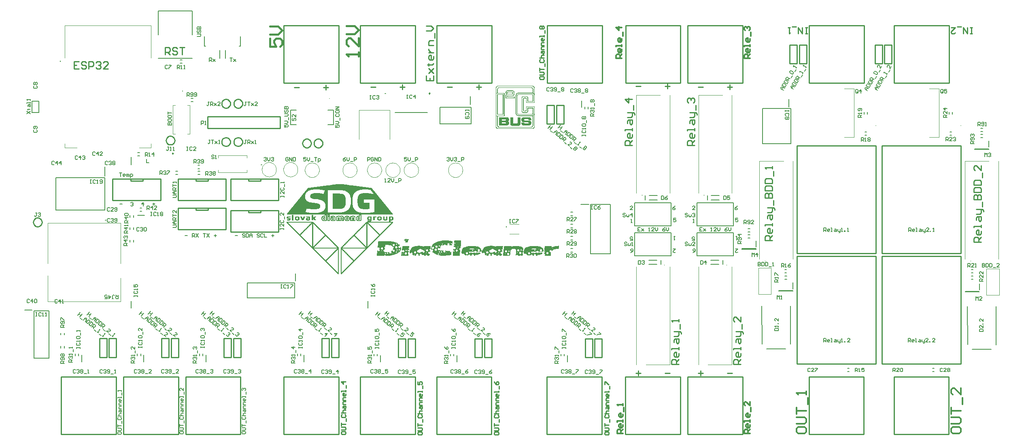
<source format=gto>
G04*
G04 #@! TF.GenerationSoftware,Altium Limited,Altium Designer,19.0.10 (269)*
G04*
G04 Layer_Color=65535*
%FSLAX25Y25*%
%MOIN*%
G70*
G01*
G75*
%ADD10C,0.00787*%
%ADD11C,0.01000*%
%ADD12C,0.00984*%
%ADD13C,0.00394*%
%ADD14C,0.00282*%
%ADD15C,0.00394*%
%ADD16C,0.00100*%
%ADD17C,0.00500*%
%ADD18C,0.00800*%
%ADD19C,0.00900*%
%ADD20C,0.01200*%
%ADD21C,0.01181*%
%ADD22C,0.01500*%
D10*
X35433Y309842D02*
Y309055D01*
Y309842D01*
X72523Y178378D02*
X73310D01*
X72523D01*
X201458Y223913D02*
X201064D01*
X201458D01*
X201064D01*
X340359Y282811D02*
X339746Y283424D01*
X339134Y282811D01*
X339746Y282198D01*
X340359Y282811D01*
X302853Y282677D02*
X303640D01*
X302853D01*
X402756Y172638D02*
Y173425D01*
Y172638D01*
X136087Y285116D02*
Y284722D01*
Y285116D01*
Y284722D01*
X93022Y160513D02*
Y162087D01*
X95778Y160513D02*
Y162087D01*
X101113Y185722D02*
X102687D01*
X101113Y188478D02*
X102687D01*
X72420Y186614D02*
Y213386D01*
X31868Y186614D02*
X72420D01*
X31868D02*
Y213386D01*
X72420D01*
X72302Y214764D02*
Y222441D01*
X93022Y180825D02*
Y182400D01*
X95778Y180825D02*
Y182400D01*
X99283Y182520D02*
X104795D01*
X95778Y170825D02*
Y172400D01*
X93022Y170825D02*
Y172400D01*
X148813Y220822D02*
X150387D01*
X148813Y223578D02*
X150387D01*
X130513Y216022D02*
X132087D01*
X130513Y218778D02*
X132087D01*
X148913Y216022D02*
X150487D01*
X148913Y218778D02*
X150487D01*
X288858Y106065D02*
Y111872D01*
X93976Y106065D02*
Y111872D01*
X228488Y114234D02*
Y126832D01*
X189512Y114234D02*
X228488D01*
X189512D02*
Y126832D01*
X228488D01*
X229157Y128210D02*
Y134214D01*
X143213Y278740D02*
X144787D01*
X143213Y275984D02*
X144787D01*
X508700Y192657D02*
X538700D01*
Y173642D02*
Y192657D01*
X508700Y173642D02*
X538700D01*
X508700D02*
Y192650D01*
X559881Y192657D02*
X589881D01*
Y173642D02*
Y192657D01*
X559881Y173642D02*
X589881D01*
X559881D02*
Y192650D01*
Y148878D02*
X589881D01*
X559881D02*
Y167894D01*
X589881D01*
Y148886D02*
Y167894D01*
X508700Y148878D02*
X538700D01*
X508700D02*
Y167894D01*
X538700D01*
Y148886D02*
Y167894D01*
X453150Y61693D02*
Y67205D01*
X450591Y66614D02*
Y68189D01*
X447835Y66614D02*
Y68189D01*
X465039Y271260D02*
Y276772D01*
X467520Y270079D02*
Y271654D01*
X470276Y270079D02*
Y271654D01*
X472146Y191437D02*
X488484D01*
Y150689D02*
Y191437D01*
X472146Y150689D02*
X488484D01*
X472146D02*
Y191437D01*
X464272Y191220D02*
X470768D01*
X601968Y166339D02*
X603543D01*
X601968Y163583D02*
X603543D01*
X793701Y249016D02*
X795276D01*
X793701Y246260D02*
X795276D01*
X793701Y251378D02*
X795276D01*
X793701Y254134D02*
X795276D01*
X617323Y72311D02*
X633071D01*
X613386Y107744D02*
X613497Y76296D01*
X637008Y76248D02*
Y107744D01*
X786614Y71917D02*
X802362D01*
X782677Y107350D02*
X782788Y75902D01*
X806299Y75854D02*
Y107350D01*
X638976Y121791D02*
Y126909D01*
X627323Y120413D02*
X638819D01*
X627323Y120020D02*
Y120413D01*
Y120020D02*
X638819D01*
Y120413D01*
X792520Y121004D02*
Y126122D01*
X780866Y119626D02*
X792362D01*
X780866Y119232D02*
Y119626D01*
Y119232D02*
X792362D01*
Y119626D01*
X683779Y53646D02*
X685354D01*
X683779Y56402D02*
X685354D01*
X632165Y137807D02*
X633740D01*
X632165Y135051D02*
X633740D01*
X632213Y129622D02*
X633787D01*
X632213Y132378D02*
X633787D01*
X698165Y250984D02*
X699739D01*
X698165Y248228D02*
X699739D01*
X697574Y265839D02*
Y267413D01*
X700330Y265839D02*
Y267413D01*
X753780Y53646D02*
X755354D01*
X753780Y56402D02*
X755354D01*
X785827Y137807D02*
X787402D01*
X785827Y135051D02*
X787402D01*
X785827Y129551D02*
X787402D01*
X785827Y132307D02*
X787402D01*
X768164Y250984D02*
X769739D01*
X768164Y248228D02*
X769739D01*
X767574Y265839D02*
Y267413D01*
X770330Y265839D02*
Y267413D01*
X800394Y238583D02*
Y243701D01*
X788740Y237205D02*
X800236D01*
X788740Y236811D02*
Y237205D01*
Y236811D02*
X800236D01*
Y237205D01*
X608661Y156260D02*
Y161378D01*
X597008Y154882D02*
X608504D01*
X597008Y154488D02*
Y154882D01*
Y154488D02*
X608504D01*
Y154882D01*
X601968Y168701D02*
X603543D01*
X601968Y171457D02*
X603543D01*
X637106Y241339D02*
Y270472D01*
X614075Y241339D02*
X637106D01*
X614075D02*
Y270472D01*
X637106D01*
X635748Y271850D02*
Y278150D01*
X373819Y257677D02*
Y271457D01*
X348228Y257677D02*
X373819D01*
X348228D02*
Y271457D01*
X373819D01*
X373327Y273721D02*
Y280217D01*
X260630Y257087D02*
Y268898D01*
X225197Y257087D02*
Y268898D01*
Y257087D02*
X229831D01*
X255996D02*
X260630D01*
X225197Y268898D02*
X229831D01*
X255996D02*
X260630D01*
X311376Y267154D02*
X337754D01*
X13780Y103740D02*
X26378D01*
Y64764D02*
Y103740D01*
X13780Y64764D02*
X26378D01*
X13780D02*
Y103740D01*
X6398Y104409D02*
X12402D01*
X38780Y73012D02*
Y74587D01*
X36024Y73012D02*
Y74587D01*
X38780Y83917D02*
Y85492D01*
X36024Y83917D02*
Y85492D01*
X362205Y61693D02*
Y67205D01*
X359646Y66614D02*
Y68189D01*
X356890Y66614D02*
Y68189D01*
X236221Y61811D02*
Y67323D01*
X233661Y66732D02*
Y68307D01*
X230906Y66732D02*
Y68307D01*
X155512Y61811D02*
Y67323D01*
X152953Y66732D02*
Y68307D01*
X150197Y66732D02*
Y68307D01*
X104331Y61811D02*
Y67323D01*
X101772Y66732D02*
Y68307D01*
X99016Y66732D02*
Y68307D01*
X53150Y61811D02*
Y67323D01*
X50591Y66732D02*
Y68307D01*
X47835Y66732D02*
Y68307D01*
X530150Y141929D02*
Y145401D01*
X520203Y141929D02*
X526896D01*
X520203Y145472D02*
X526896D01*
X581331Y141929D02*
Y145401D01*
X571384Y141929D02*
X578077D01*
X571384Y145472D02*
X578077D01*
X517250Y195150D02*
Y198622D01*
X520504D02*
X527197D01*
X520504Y195079D02*
X527197D01*
X568432Y195150D02*
Y198622D01*
X571685D02*
X578378D01*
X571685Y195079D02*
X578378D01*
X296654Y66614D02*
Y68189D01*
X293898Y66614D02*
Y68189D01*
X299213Y61693D02*
Y67205D01*
X455905Y184941D02*
X457480D01*
X455905Y182185D02*
X457480D01*
X455905Y174941D02*
X457480D01*
X455905Y172185D02*
X457480D01*
X455905Y164941D02*
X457480D01*
X455905Y162185D02*
X457480D01*
X455905Y154941D02*
X457480D01*
X455905Y152185D02*
X457480D01*
X99409Y231299D02*
X100984D01*
X99409Y234055D02*
X100984D01*
X93994Y223969D02*
Y230465D01*
X134252Y307677D02*
X135827D01*
X134252Y310433D02*
X135827D01*
X167030Y311765D02*
Y318261D01*
X171552Y311765D02*
Y318261D01*
X116122Y311772D02*
X144114D01*
Y331181D02*
Y350591D01*
X116122D02*
X144114D01*
X116122Y331181D02*
Y350591D01*
D11*
X20478Y176700D02*
X20333Y177708D01*
X19910Y178634D01*
X19243Y179404D01*
X18386Y179954D01*
X17409Y180241D01*
X16391D01*
X15414Y179954D01*
X14557Y179404D01*
X13890Y178634D01*
X13467Y177708D01*
X13322Y176700D01*
X13467Y175692D01*
X13890Y174766D01*
X14557Y173996D01*
X15414Y173446D01*
X16391Y173159D01*
X17409D01*
X18386Y173446D01*
X19243Y173996D01*
X19910Y174766D01*
X20333Y175692D01*
X20478Y176700D01*
X185578Y242840D02*
X185433Y243848D01*
X185010Y244774D01*
X184343Y245544D01*
X183486Y246095D01*
X182509Y246381D01*
X181491D01*
X180514Y246095D01*
X179657Y245544D01*
X178990Y244774D01*
X178567Y243848D01*
X178422Y242840D01*
X178567Y241832D01*
X178990Y240906D01*
X179657Y240136D01*
X180514Y239586D01*
X181491Y239299D01*
X182509D01*
X183486Y239586D01*
X184343Y240136D01*
X185010Y240906D01*
X185433Y241832D01*
X185578Y242840D01*
Y274336D02*
X185433Y275344D01*
X185010Y276271D01*
X184343Y277040D01*
X183486Y277591D01*
X182509Y277877D01*
X181491D01*
X180514Y277591D01*
X179657Y277040D01*
X178990Y276271D01*
X178567Y275344D01*
X178422Y274336D01*
X178567Y273328D01*
X178990Y272402D01*
X179657Y271632D01*
X180514Y271082D01*
X181491Y270795D01*
X182509D01*
X183486Y271082D01*
X184343Y271632D01*
X185010Y272402D01*
X185433Y273328D01*
X185578Y274336D01*
X175578D02*
X175433Y275344D01*
X175010Y276271D01*
X174343Y277040D01*
X173486Y277591D01*
X172509Y277877D01*
X171491D01*
X170514Y277591D01*
X169657Y277040D01*
X168990Y276271D01*
X168567Y275344D01*
X168422Y274336D01*
X168567Y273328D01*
X168990Y272402D01*
X169657Y271632D01*
X170514Y271082D01*
X171491Y270795D01*
X172509D01*
X173486Y271082D01*
X174343Y271632D01*
X175010Y272402D01*
X175433Y273328D01*
X175578Y274336D01*
Y242840D02*
X175433Y243848D01*
X175010Y244774D01*
X174343Y245544D01*
X173486Y246095D01*
X172509Y246381D01*
X171491D01*
X170514Y246095D01*
X169657Y245544D01*
X168990Y244774D01*
X168567Y243848D01*
X168422Y242840D01*
X168567Y241832D01*
X168990Y240906D01*
X169657Y240136D01*
X170514Y239586D01*
X171491Y239299D01*
X172509D01*
X173486Y239586D01*
X174343Y240136D01*
X175010Y240906D01*
X175433Y241832D01*
X175578Y242840D01*
X242160Y241693D02*
X242016Y242701D01*
X241592Y243627D01*
X240926Y244397D01*
X240069Y244947D01*
X239092Y245234D01*
X238073D01*
X237096Y244947D01*
X236240Y244397D01*
X235573Y243627D01*
X235150Y242701D01*
X235005Y241693D01*
X235150Y240685D01*
X235573Y239759D01*
X236240Y238989D01*
X237096Y238439D01*
X238073Y238152D01*
X239092D01*
X240069Y238439D01*
X240926Y238989D01*
X241592Y239759D01*
X242016Y240685D01*
X242160Y241693D01*
X251609D02*
X251464Y242701D01*
X251041Y243627D01*
X250374Y244397D01*
X249518Y244947D01*
X248541Y245234D01*
X247522D01*
X246545Y244947D01*
X245689Y244397D01*
X245022Y243627D01*
X244599Y242701D01*
X244454Y241693D01*
X244599Y240685D01*
X245022Y239759D01*
X245689Y238989D01*
X246545Y238439D01*
X247522Y238152D01*
X248541D01*
X249518Y238439D01*
X250374Y238989D01*
X251041Y239759D01*
X251464Y240685D01*
X251609Y241693D01*
X129778Y244094D02*
X129633Y245102D01*
X129210Y246029D01*
X128543Y246798D01*
X127686Y247349D01*
X126709Y247636D01*
X125691D01*
X124714Y247349D01*
X123857Y246798D01*
X123190Y246029D01*
X122767Y245102D01*
X122622Y244094D01*
X122767Y243087D01*
X123190Y242160D01*
X123857Y241391D01*
X124714Y240840D01*
X125691Y240553D01*
X126709D01*
X127686Y240840D01*
X128543Y241391D01*
X129210Y242160D01*
X129633Y243087D01*
X129778Y244094D01*
X157000Y254088D02*
Y263588D01*
X216500D01*
X157000Y254088D02*
X216500D01*
Y263588D01*
X93425Y210638D02*
Y212331D01*
Y210638D02*
X103425D01*
Y212331D01*
X78740Y194614D02*
Y212331D01*
X118110Y194614D02*
Y212331D01*
X78740Y194614D02*
X118110D01*
X78740Y212331D02*
X118110D01*
X147362Y186613D02*
Y188305D01*
Y186613D02*
X157362D01*
Y188305D01*
X132677Y170589D02*
Y188305D01*
X172047Y170589D02*
Y188305D01*
X132677Y170589D02*
X172047D01*
X132677Y188305D02*
X172047D01*
X147362Y210638D02*
Y212331D01*
Y210638D02*
X157362D01*
Y212331D01*
X132677Y194614D02*
Y212331D01*
X172047Y194614D02*
Y212331D01*
X132677Y194614D02*
X172047D01*
X132677Y212331D02*
X172047D01*
X190669Y210638D02*
Y212331D01*
Y210638D02*
X200669D01*
Y212331D01*
X175984Y194614D02*
Y212331D01*
X215354Y194614D02*
Y212331D01*
X175984Y194614D02*
X215354D01*
X175984Y212331D02*
X215354D01*
X190669Y184638D02*
Y186331D01*
Y184638D02*
X200669D01*
Y186331D01*
X175984Y168614D02*
Y186331D01*
X215354Y168614D02*
Y186331D01*
X175984Y168614D02*
X215354D01*
X175984Y186331D02*
X215354D01*
X475740Y65410D02*
Y80810D01*
Y65410D02*
X481740D01*
Y80810D01*
X475740D02*
X481740D01*
X467866Y65410D02*
Y80810D01*
Y65410D02*
X473866D01*
Y80810D01*
X467866D02*
X473866D01*
X436417Y49213D02*
X481693D01*
Y1969D02*
Y49213D01*
X436417Y1969D02*
Y49213D01*
Y1969D02*
X481693D01*
X450244Y257654D02*
Y273054D01*
X444244D02*
X450244D01*
X444244Y257654D02*
Y273054D01*
Y257654D02*
X450244D01*
X442370D02*
Y273054D01*
X436370D02*
X442370D01*
X436370Y257654D02*
Y273054D01*
Y257654D02*
X442370D01*
X436573Y291339D02*
X481849D01*
X436573D02*
Y338583D01*
X481849Y291339D02*
Y338583D01*
X436573D02*
X481849D01*
X636370Y307261D02*
X642370D01*
X636370D02*
Y322661D01*
X642370D01*
Y307261D02*
Y322661D01*
X706528Y307261D02*
X712528D01*
X706528D02*
Y322661D01*
X712528D01*
Y307261D02*
Y322661D01*
X644244Y307261D02*
X650244D01*
X644244D02*
Y322661D01*
X650244D01*
Y307261D02*
Y322661D01*
X714402Y307261D02*
X720402D01*
X714402D02*
Y322661D01*
X720402D01*
Y307261D02*
Y322661D01*
X652243Y338583D02*
X697518D01*
Y291339D02*
Y338583D01*
X652243Y291339D02*
Y338583D01*
Y291339D02*
X697518D01*
X722242Y338583D02*
X767518D01*
Y291339D02*
Y338583D01*
X722242Y291339D02*
Y338583D01*
Y291339D02*
X767518D01*
X652087Y49213D02*
X697362D01*
Y1969D02*
Y49213D01*
X652087Y1969D02*
Y49213D01*
Y1969D02*
X697362D01*
X722087Y49213D02*
X767362D01*
Y1969D02*
Y49213D01*
X722087Y1969D02*
Y49213D01*
Y1969D02*
X767362D01*
X642322Y150984D02*
Y239567D01*
X707283D01*
Y150984D02*
Y239567D01*
X642322Y150984D02*
X707283D01*
X642322Y60087D02*
Y148669D01*
X707283D01*
Y60087D02*
Y148669D01*
X642322Y60087D02*
X707283D01*
X712322Y150984D02*
Y239567D01*
X777283D01*
Y150984D02*
Y239567D01*
X712322Y150984D02*
X777283D01*
X712322Y60087D02*
Y148669D01*
X777283D01*
Y60087D02*
Y148669D01*
X712322Y60087D02*
X777283D01*
X219644Y338583D02*
X264920D01*
Y291339D02*
Y338583D01*
X219644Y291339D02*
Y338583D01*
Y291339D02*
X264920D01*
X282636Y338583D02*
X327912D01*
Y291339D02*
Y338583D01*
X282636Y291339D02*
Y338583D01*
Y291339D02*
X327912D01*
X219488Y1969D02*
X264764D01*
X219488D02*
Y49213D01*
X264764Y1969D02*
Y49213D01*
X219488D02*
X264764D01*
X138779Y1969D02*
X184055D01*
X138779D02*
Y49213D01*
X184055Y1969D02*
Y49213D01*
X138779D02*
X184055D01*
X87598Y1969D02*
X132874D01*
X87598D02*
Y49213D01*
X132874Y1969D02*
Y49213D01*
X87598D02*
X132874D01*
X36417Y1969D02*
X81693D01*
X36417D02*
Y49213D01*
X81693Y1969D02*
Y49213D01*
X36417D02*
X81693D01*
X500984Y1969D02*
X546260D01*
X500984D02*
Y49213D01*
X546260Y1969D02*
Y49213D01*
X500984D02*
X546260D01*
X552165Y1969D02*
X597441D01*
X552165D02*
Y49213D01*
X597441Y1969D02*
Y49213D01*
X552165D02*
X597441D01*
X501140Y338583D02*
X546416D01*
Y291339D02*
Y338583D01*
X501140Y291339D02*
Y338583D01*
Y291339D02*
X546416D01*
X552321Y338583D02*
X597597D01*
Y291339D02*
Y338583D01*
X552321Y291339D02*
Y338583D01*
Y291339D02*
X597597D01*
X345472Y1969D02*
X390748D01*
X345472D02*
Y49213D01*
X390748Y1969D02*
Y49213D01*
X345472D02*
X390748D01*
X384795Y65410D02*
Y80810D01*
Y65410D02*
X390795D01*
Y80810D01*
X384795D02*
X390795D01*
X376921Y65410D02*
Y80810D01*
Y65410D02*
X382921D01*
Y80810D01*
X376921D02*
X382921D01*
X258811Y65528D02*
Y80928D01*
Y65528D02*
X264811D01*
Y80928D01*
X258811D02*
X264811D01*
X250937Y65528D02*
Y80928D01*
Y65528D02*
X256937D01*
Y80928D01*
X250937D02*
X256937D01*
X178102Y65528D02*
Y80928D01*
Y65528D02*
X184102D01*
Y80928D01*
X178102D02*
X184102D01*
X170228Y65528D02*
Y80928D01*
Y65528D02*
X176228D01*
Y80928D01*
X170228D02*
X176228D01*
X126921Y65528D02*
Y80928D01*
Y65528D02*
X132921D01*
Y80928D01*
X126921D02*
X132921D01*
X119047Y65528D02*
Y80928D01*
Y65528D02*
X125047D01*
Y80928D01*
X119047D02*
X125047D01*
X75740Y65528D02*
Y80928D01*
Y65528D02*
X81740D01*
Y80928D01*
X75740D02*
X81740D01*
X67866Y65528D02*
Y80928D01*
Y65528D02*
X73866D01*
Y80928D01*
X67866D02*
X73866D01*
X321803Y65410D02*
Y80810D01*
Y65410D02*
X327803D01*
Y80810D01*
X321803D02*
X327803D01*
X313929Y65410D02*
Y80810D01*
Y65410D02*
X319929D01*
Y80810D01*
X313929D02*
X319929D01*
X282480Y1969D02*
X327756D01*
X282480D02*
Y49213D01*
X327756Y1969D02*
Y49213D01*
X282480D02*
X327756D01*
X345628Y338583D02*
X390904D01*
Y291339D02*
Y338583D01*
X345628Y291339D02*
Y338583D01*
Y291339D02*
X390904D01*
X560886Y288038D02*
X564884D01*
X584878D02*
X588877D01*
X586877Y290038D02*
Y286039D01*
X509704Y288826D02*
X513703D01*
X533697D02*
X537695D01*
X535696Y290825D02*
Y286826D01*
X537695Y52513D02*
X533697D01*
X513703D02*
X509704D01*
X511704Y50513D02*
Y54512D01*
X588876Y52513D02*
X584878D01*
X564884D02*
X560886D01*
X562885Y50513D02*
Y54512D01*
X291201Y288038D02*
X295199D01*
X315193D02*
X319192D01*
X317192Y290038D02*
Y286039D01*
X354193Y288038D02*
X358191D01*
X378185D02*
X382184D01*
X380184Y290038D02*
Y286039D01*
X228208Y287645D02*
X232207D01*
X252201D02*
X256199D01*
X254200Y289644D02*
Y285645D01*
X50899Y309198D02*
X46900D01*
Y303200D01*
X50899D01*
X46900Y306199D02*
X48899D01*
X56897Y308198D02*
X55897Y309198D01*
X53898D01*
X52898Y308198D01*
Y307199D01*
X53898Y306199D01*
X55897D01*
X56897Y305199D01*
Y304200D01*
X55897Y303200D01*
X53898D01*
X52898Y304200D01*
X58896Y303200D02*
Y309198D01*
X61895D01*
X62895Y308198D01*
Y306199D01*
X61895Y305199D01*
X58896D01*
X64894Y308198D02*
X65894Y309198D01*
X67893D01*
X68893Y308198D01*
Y307199D01*
X67893Y306199D01*
X66894D01*
X67893D01*
X68893Y305199D01*
Y304200D01*
X67893Y303200D01*
X65894D01*
X64894Y304200D01*
X74891Y303200D02*
X70892D01*
X74891Y307199D01*
Y308198D01*
X73891Y309198D01*
X71892D01*
X70892Y308198D01*
X430401Y296249D02*
Y295083D01*
X430984Y294500D01*
X433317D01*
X433900Y295083D01*
Y296249D01*
X433317Y296833D01*
X430984D01*
X430401Y296249D01*
Y297999D02*
X433317D01*
X433900Y298582D01*
Y299748D01*
X433317Y300331D01*
X430401D01*
Y301498D02*
Y303830D01*
Y302664D01*
X433900D01*
X434483Y304997D02*
Y307329D01*
X430984Y310828D02*
X430401Y310245D01*
Y309079D01*
X430984Y308495D01*
X433317D01*
X433900Y309079D01*
Y310245D01*
X433317Y310828D01*
X430401Y311994D02*
X433900D01*
X432151D01*
X431567Y312578D01*
Y313744D01*
X432151Y314327D01*
X433900D01*
X431567Y316076D02*
Y317243D01*
X432151Y317826D01*
X433900D01*
Y316076D01*
X433317Y315493D01*
X432734Y316076D01*
Y317826D01*
X433900Y318992D02*
X431567D01*
Y320742D01*
X432151Y321325D01*
X433900D01*
Y322491D02*
X431567D01*
Y324240D01*
X432151Y324823D01*
X433900D01*
Y327739D02*
Y326573D01*
X433317Y325990D01*
X432151D01*
X431567Y326573D01*
Y327739D01*
X432151Y328322D01*
X432734D01*
Y325990D01*
X433900Y329489D02*
Y330655D01*
Y330072D01*
X430401D01*
Y329489D01*
X434483Y332404D02*
Y334737D01*
X430984Y335903D02*
X430401Y336486D01*
Y337653D01*
X430984Y338236D01*
X431567D01*
X432151Y337653D01*
X432734Y338236D01*
X433317D01*
X433900Y337653D01*
Y336486D01*
X433317Y335903D01*
X432734D01*
X432151Y336486D01*
X431567Y335903D01*
X430984D01*
X432151Y336486D02*
Y337653D01*
X650787Y332010D02*
X649121D01*
X649954D01*
Y337008D01*
X650787D01*
X649121D01*
X646622D02*
Y332010D01*
X643290Y337008D01*
Y332010D01*
X641624Y337841D02*
X638291D01*
X636625Y337008D02*
X634959D01*
X635792D01*
Y332010D01*
X636625Y332842D01*
X786614Y332010D02*
X784948D01*
X785781D01*
Y337008D01*
X786614D01*
X784948D01*
X782449D02*
Y332010D01*
X779117Y337008D01*
Y332010D01*
X777451Y337841D02*
X774118D01*
X769120Y337008D02*
X772452D01*
X769120Y333676D01*
Y332842D01*
X769953Y332010D01*
X771619D01*
X772452Y332842D01*
X621850Y161811D02*
X615852D01*
Y164810D01*
X616852Y165810D01*
X618851D01*
X619851Y164810D01*
Y161811D01*
Y163810D02*
X621850Y165810D01*
Y170808D02*
Y168809D01*
X620851Y167809D01*
X618851D01*
X617852Y168809D01*
Y170808D01*
X618851Y171808D01*
X619851D01*
Y167809D01*
X621850Y173807D02*
Y175806D01*
Y174807D01*
X615852D01*
Y173807D01*
X617852Y179805D02*
Y181805D01*
X618851Y182804D01*
X621850D01*
Y179805D01*
X620851Y178805D01*
X619851Y179805D01*
Y182804D01*
X617852Y184804D02*
X620851D01*
X621850Y185803D01*
Y188802D01*
X622850D01*
X623850Y187803D01*
Y186803D01*
X621850Y188802D02*
X617852D01*
X622850Y190802D02*
Y194800D01*
X615852Y196800D02*
X621850D01*
Y199799D01*
X620851Y200798D01*
X619851D01*
X618851Y199799D01*
Y196800D01*
Y199799D01*
X617852Y200798D01*
X616852D01*
X615852Y199799D01*
Y196800D01*
Y202798D02*
X621850D01*
Y205797D01*
X620851Y206797D01*
X616852D01*
X615852Y205797D01*
Y202798D01*
Y208796D02*
X621850D01*
Y211795D01*
X620851Y212794D01*
X616852D01*
X615852Y211795D01*
Y208796D01*
X622850Y214794D02*
Y218793D01*
X621850Y220792D02*
Y222791D01*
Y221792D01*
X615852D01*
X616852Y220792D01*
X793898Y160500D02*
X787900D01*
Y163499D01*
X788899Y164499D01*
X790899D01*
X791898Y163499D01*
Y160500D01*
Y162499D02*
X793898Y164499D01*
Y169497D02*
Y167498D01*
X792898Y166498D01*
X790899D01*
X789899Y167498D01*
Y169497D01*
X790899Y170497D01*
X791898D01*
Y166498D01*
X793898Y172496D02*
Y174495D01*
Y173496D01*
X787900D01*
Y172496D01*
X789899Y178494D02*
Y180493D01*
X790899Y181493D01*
X793898D01*
Y178494D01*
X792898Y177495D01*
X791898Y178494D01*
Y181493D01*
X789899Y183493D02*
X792898D01*
X793898Y184492D01*
Y187491D01*
X794897D01*
X795897Y186492D01*
Y185492D01*
X793898Y187491D02*
X789899D01*
X794897Y189491D02*
Y193489D01*
X787900Y195489D02*
X793898D01*
Y198488D01*
X792898Y199487D01*
X791898D01*
X790899Y198488D01*
Y195489D01*
Y198488D01*
X789899Y199487D01*
X788899D01*
X787900Y198488D01*
Y195489D01*
Y201487D02*
X793898D01*
Y204486D01*
X792898Y205485D01*
X788899D01*
X787900Y204486D01*
Y201487D01*
Y207485D02*
X793898D01*
Y210484D01*
X792898Y211484D01*
X788899D01*
X787900Y210484D01*
Y207485D01*
X794897Y213483D02*
Y217482D01*
X793898Y223480D02*
Y219481D01*
X789899Y223480D01*
X788899D01*
X787900Y222480D01*
Y220481D01*
X788899Y219481D01*
X544960Y59842D02*
X538962D01*
Y62842D01*
X539961Y63841D01*
X541961D01*
X542961Y62842D01*
Y59842D01*
Y61842D02*
X544960Y63841D01*
Y68840D02*
Y66840D01*
X543960Y65841D01*
X541961D01*
X540961Y66840D01*
Y68840D01*
X541961Y69839D01*
X542961D01*
Y65841D01*
X544960Y71839D02*
Y73838D01*
Y72838D01*
X538962D01*
Y71839D01*
X540961Y77837D02*
Y79836D01*
X541961Y80836D01*
X544960D01*
Y77837D01*
X543960Y76837D01*
X542961Y77837D01*
Y80836D01*
X540961Y82835D02*
X543960D01*
X544960Y83835D01*
Y86834D01*
X545960D01*
X546959Y85834D01*
Y84834D01*
X544960Y86834D02*
X540961D01*
X545960Y88833D02*
Y92832D01*
X544960Y94831D02*
Y96831D01*
Y95831D01*
X538962D01*
X539961Y94831D01*
X595944Y59842D02*
X589946D01*
Y62842D01*
X590946Y63841D01*
X592945D01*
X593945Y62842D01*
Y59842D01*
Y61842D02*
X595944Y63841D01*
Y68840D02*
Y66840D01*
X594944Y65841D01*
X592945D01*
X591945Y66840D01*
Y68840D01*
X592945Y69839D01*
X593945D01*
Y65841D01*
X595944Y71839D02*
Y73838D01*
Y72838D01*
X589946D01*
Y71839D01*
X591945Y77837D02*
Y79836D01*
X592945Y80836D01*
X595944D01*
Y77837D01*
X594944Y76837D01*
X593945Y77837D01*
Y80836D01*
X591945Y82835D02*
X594944D01*
X595944Y83835D01*
Y86834D01*
X596944D01*
X597943Y85834D01*
Y84834D01*
X595944Y86834D02*
X591945D01*
X596944Y88833D02*
Y92832D01*
X595944Y98830D02*
Y94831D01*
X591945Y98830D01*
X590946D01*
X589946Y97830D01*
Y95831D01*
X590946Y94831D01*
X506575Y240158D02*
X500577D01*
Y243157D01*
X501576Y244156D01*
X503576D01*
X504575Y243157D01*
Y240158D01*
Y242157D02*
X506575Y244156D01*
Y249155D02*
Y247155D01*
X505575Y246156D01*
X503576D01*
X502576Y247155D01*
Y249155D01*
X503576Y250154D01*
X504575D01*
Y246156D01*
X506575Y252154D02*
Y254153D01*
Y253153D01*
X500577D01*
Y252154D01*
X502576Y258152D02*
Y260151D01*
X503576Y261151D01*
X506575D01*
Y258152D01*
X505575Y257152D01*
X504575Y258152D01*
Y261151D01*
X502576Y263150D02*
X505575D01*
X506575Y264150D01*
Y267149D01*
X507575D01*
X508574Y266149D01*
Y265149D01*
X506575Y267149D02*
X502576D01*
X507575Y269148D02*
Y273147D01*
X506575Y278145D02*
X500577D01*
X503576Y275146D01*
Y279145D01*
X557756Y240158D02*
X551758D01*
Y243157D01*
X552758Y244156D01*
X554757D01*
X555757Y243157D01*
Y240158D01*
Y242157D02*
X557756Y244156D01*
Y249155D02*
Y247155D01*
X556756Y246156D01*
X554757D01*
X553757Y247155D01*
Y249155D01*
X554757Y250154D01*
X555757D01*
Y246156D01*
X557756Y252154D02*
Y254153D01*
Y253153D01*
X551758D01*
Y252154D01*
X553757Y258152D02*
Y260151D01*
X554757Y261151D01*
X557756D01*
Y258152D01*
X556756Y257152D01*
X555757Y258152D01*
Y261151D01*
X553757Y263150D02*
X556756D01*
X557756Y264150D01*
Y267149D01*
X558756D01*
X559755Y266149D01*
Y265149D01*
X557756Y267149D02*
X553757D01*
X558756Y269148D02*
Y273147D01*
X552758Y275146D02*
X551758Y276146D01*
Y278145D01*
X552758Y279145D01*
X553757D01*
X554757Y278145D01*
Y277146D01*
Y278145D01*
X555757Y279145D01*
X556756D01*
X557756Y278145D01*
Y276146D01*
X556756Y275146D01*
X122047Y314567D02*
Y320565D01*
X125046D01*
X126046Y319565D01*
Y317566D01*
X125046Y316566D01*
X122047D01*
X124047D02*
X126046Y314567D01*
X132044Y319565D02*
X131044Y320565D01*
X129045D01*
X128045Y319565D01*
Y318566D01*
X129045Y317566D01*
X131044D01*
X132044Y316566D01*
Y315567D01*
X131044Y314567D01*
X129045D01*
X128045Y315567D01*
X134043Y320565D02*
X138042D01*
X136043D01*
Y314567D01*
X336915Y297306D02*
Y293307D01*
X342913D01*
Y297306D01*
X339914Y293307D02*
Y295306D01*
X338915Y299305D02*
X342913Y303304D01*
X340914Y301305D01*
X338915Y303304D01*
X342913Y299305D01*
X337915Y306303D02*
X338915D01*
Y305303D01*
Y307303D01*
Y306303D01*
X341914D01*
X342913Y307303D01*
Y313301D02*
Y311301D01*
X341914Y310302D01*
X339914D01*
X338915Y311301D01*
Y313301D01*
X339914Y314300D01*
X340914D01*
Y310302D01*
X338915Y316300D02*
X342913D01*
X340914D01*
X339914Y317299D01*
X338915Y318299D01*
Y319299D01*
X342913Y322298D02*
X338915D01*
Y325297D01*
X339914Y326296D01*
X342913D01*
X343913Y328296D02*
Y332295D01*
X336915Y334294D02*
X340914D01*
X342913Y336293D01*
X340914Y338293D01*
X336915D01*
D12*
X128509Y233314D02*
X127770Y233740D01*
Y232888D01*
X128509Y233314D01*
D13*
X707405Y256390D02*
X707011D01*
X707405D01*
X777405D02*
X777011D01*
X777405D01*
X615945Y145039D02*
Y144646D01*
Y145039D01*
X785236D02*
Y144646D01*
Y145039D01*
X309408Y225590D02*
X308436Y225510D01*
X307490Y225271D01*
X306597Y224879D01*
X305781Y224345D01*
X305063Y223685D01*
X304464Y222915D01*
X304000Y222057D01*
X303683Y221135D01*
X303522Y220173D01*
Y219197D01*
X303683Y218235D01*
X304000Y217313D01*
X304464Y216455D01*
X305063Y215685D01*
X305781Y215025D01*
X306597Y214491D01*
X307490Y214100D01*
X308436Y213860D01*
X309408Y213779D01*
X309408D02*
X310380Y213860D01*
X311325Y214100D01*
X312218Y214491D01*
X313035Y215025D01*
X313753Y215685D01*
X314352Y216455D01*
X314816Y217313D01*
X315133Y218235D01*
X315293Y219197D01*
Y220173D01*
X315133Y221135D01*
X314816Y222057D01*
X314352Y222915D01*
X313753Y223685D01*
X313035Y224345D01*
X312218Y224879D01*
X311325Y225271D01*
X310380Y225510D01*
X309408Y225590D01*
X225197Y225984D02*
X224225Y225904D01*
X223279Y225664D01*
X222386Y225272D01*
X221570Y224739D01*
X220852Y224078D01*
X220253Y223309D01*
X219789Y222451D01*
X219472Y221529D01*
X219311Y220566D01*
Y219591D01*
X219472Y218629D01*
X219789Y217706D01*
X220253Y216849D01*
X220852Y216079D01*
X221570Y215419D01*
X222386Y214885D01*
X223279Y214493D01*
X224225Y214254D01*
X225197Y214173D01*
X225197D02*
X226169Y214254D01*
X227114Y214493D01*
X228008Y214885D01*
X228824Y215419D01*
X229542Y216079D01*
X230141Y216849D01*
X230605Y217706D01*
X230922Y218629D01*
X231082Y219591D01*
Y220566D01*
X230922Y221529D01*
X230605Y222451D01*
X230141Y223309D01*
X229542Y224078D01*
X228824Y224739D01*
X228008Y225272D01*
X227114Y225664D01*
X226169Y225904D01*
X225197Y225984D01*
X361024Y225590D02*
X360052Y225510D01*
X359106Y225271D01*
X358213Y224879D01*
X357396Y224345D01*
X356679Y223685D01*
X356080Y222915D01*
X355615Y222057D01*
X355299Y221135D01*
X355138Y220173D01*
Y219197D01*
X355299Y218235D01*
X355615Y217313D01*
X356080Y216455D01*
X356679Y215685D01*
X357396Y215025D01*
X358213Y214491D01*
X359106Y214100D01*
X360052Y213860D01*
X361024Y213779D01*
X361024D02*
X361996Y213860D01*
X362941Y214100D01*
X363834Y214491D01*
X364651Y215025D01*
X365368Y215685D01*
X365967Y216455D01*
X366432Y217313D01*
X366748Y218235D01*
X366909Y219197D01*
Y220173D01*
X366748Y221135D01*
X366432Y222057D01*
X365967Y222915D01*
X365368Y223685D01*
X364651Y224345D01*
X363834Y224879D01*
X362941Y225271D01*
X361996Y225510D01*
X361024Y225590D01*
X330471Y219685D02*
X330390Y220657D01*
X330151Y221603D01*
X329759Y222496D01*
X329226Y223312D01*
X328565Y224030D01*
X327795Y224629D01*
X326938Y225093D01*
X326015Y225410D01*
X325053Y225570D01*
X324078D01*
X323116Y225410D01*
X322193Y225093D01*
X321335Y224629D01*
X320566Y224030D01*
X319905Y223312D01*
X319372Y222496D01*
X318980Y221603D01*
X318740Y220657D01*
X318660Y219685D01*
X318740Y218713D01*
X318980Y217768D01*
X319372Y216874D01*
X319905Y216058D01*
X320566Y215340D01*
X321335Y214741D01*
X322193Y214277D01*
X323116Y213960D01*
X324078Y213800D01*
X325053D01*
X326015Y213960D01*
X326938Y214277D01*
X327795Y214741D01*
X328565Y215340D01*
X329226Y216058D01*
X329759Y216874D01*
X330151Y217768D01*
X330390Y218713D01*
X330471Y219685D01*
X294250Y225590D02*
X293278Y225510D01*
X292333Y225271D01*
X291440Y224879D01*
X290623Y224345D01*
X289906Y223685D01*
X289306Y222915D01*
X288842Y222057D01*
X288526Y221135D01*
X288365Y220173D01*
Y219197D01*
X288526Y218235D01*
X288842Y217313D01*
X289306Y216455D01*
X289906Y215685D01*
X290623Y215025D01*
X291440Y214491D01*
X292333Y214100D01*
X293278Y213860D01*
X294250Y213779D01*
X294250D02*
X295222Y213860D01*
X296168Y214100D01*
X297061Y214491D01*
X297878Y215025D01*
X298595Y215685D01*
X299194Y216455D01*
X299658Y217313D01*
X299975Y218235D01*
X300136Y219197D01*
Y220173D01*
X299975Y221135D01*
X299658Y222057D01*
X299194Y222915D01*
X298595Y223685D01*
X297878Y224345D01*
X297061Y224879D01*
X296168Y225271D01*
X295222Y225510D01*
X294250Y225590D01*
X207480Y225984D02*
X206508Y225904D01*
X205563Y225664D01*
X204670Y225272D01*
X203853Y224739D01*
X203135Y224078D01*
X202536Y223309D01*
X202072Y222451D01*
X201755Y221529D01*
X201595Y220566D01*
Y219591D01*
X201755Y218629D01*
X202072Y217706D01*
X202536Y216849D01*
X203135Y216079D01*
X203853Y215419D01*
X204670Y214885D01*
X205563Y214493D01*
X206508Y214254D01*
X207480Y214173D01*
X207480D02*
X208452Y214254D01*
X209398Y214493D01*
X210291Y214885D01*
X211107Y215419D01*
X211825Y216079D01*
X212424Y216849D01*
X212888Y217706D01*
X213205Y218629D01*
X213366Y219591D01*
Y220566D01*
X213205Y221529D01*
X212888Y222451D01*
X212424Y223309D01*
X211825Y224078D01*
X211107Y224739D01*
X210291Y225272D01*
X209398Y225664D01*
X208452Y225904D01*
X207480Y225984D01*
X242913Y225590D02*
X241941Y225510D01*
X240996Y225271D01*
X240103Y224879D01*
X239286Y224345D01*
X238569Y223685D01*
X237969Y222915D01*
X237505Y222057D01*
X237189Y221135D01*
X237028Y220173D01*
Y219197D01*
X237189Y218235D01*
X237505Y217313D01*
X237969Y216455D01*
X238569Y215685D01*
X239286Y215025D01*
X240103Y214491D01*
X240996Y214100D01*
X241941Y213860D01*
X242913Y213779D01*
X242913D02*
X243885Y213860D01*
X244831Y214100D01*
X245724Y214491D01*
X246541Y215025D01*
X247258Y215685D01*
X247857Y216455D01*
X248322Y217313D01*
X248638Y218235D01*
X248799Y219197D01*
Y220173D01*
X248638Y221135D01*
X248322Y222057D01*
X247857Y222915D01*
X247258Y223685D01*
X246541Y224345D01*
X245724Y224879D01*
X244831Y225271D01*
X243885Y225510D01*
X242913Y225590D01*
X274016D02*
X273044Y225510D01*
X272098Y225271D01*
X271205Y224879D01*
X270389Y224345D01*
X269671Y223685D01*
X269072Y222915D01*
X268608Y222057D01*
X268291Y221135D01*
X268130Y220173D01*
Y219197D01*
X268291Y218235D01*
X268608Y217313D01*
X269072Y216455D01*
X269671Y215685D01*
X270389Y215025D01*
X271205Y214491D01*
X272098Y214100D01*
X273044Y213860D01*
X274016Y213779D01*
X274016D02*
X274988Y213860D01*
X275933Y214100D01*
X276827Y214491D01*
X277643Y215025D01*
X278361Y215685D01*
X278960Y216455D01*
X279424Y217313D01*
X279741Y218235D01*
X279901Y219197D01*
Y220173D01*
X279741Y221135D01*
X279424Y222057D01*
X278960Y222915D01*
X278361Y223685D01*
X277643Y224345D01*
X276827Y224879D01*
X275933Y225271D01*
X274988Y225510D01*
X274016Y225590D01*
X532952Y141339D02*
Y141732D01*
Y141339D01*
X584133D02*
Y141732D01*
Y141339D01*
X514448Y199213D02*
Y198819D01*
Y199213D01*
X565629D02*
Y198819D01*
Y199213D01*
X39370Y312165D02*
Y338543D01*
X110236D01*
Y312165D02*
Y338543D01*
Y238150D02*
Y241299D01*
X100531Y238150D02*
X110236D01*
X39370D02*
X49350D01*
X39370D02*
Y241299D01*
X85200Y142551D02*
Y176016D01*
X25200D02*
X85200D01*
X25200Y142551D02*
Y176016D01*
Y111528D02*
Y132709D01*
Y111528D02*
X85200D01*
Y130740D01*
X189253Y217810D02*
Y219779D01*
Y217810D02*
Y219779D01*
X165631Y217810D02*
X189253D01*
X165631D02*
X189253D01*
X165631D02*
Y219779D01*
Y217810D02*
Y219779D01*
Y229621D02*
Y231590D01*
Y229621D02*
Y231590D01*
X189253Y229621D02*
Y231590D01*
Y229621D02*
Y231590D01*
X165631D02*
X189253D01*
X165631D02*
X189253D01*
X681420Y286626D02*
X689294D01*
Y246626D02*
Y286626D01*
X681420Y246626D02*
X689294D01*
X751420Y286626D02*
X759295D01*
Y246626D02*
Y286626D01*
X751420Y246626D02*
X759295D01*
X621063Y117374D02*
Y139185D01*
X610433Y117374D02*
X621063D01*
X610433D02*
Y139185D01*
X621063D01*
X808858Y116587D02*
Y138398D01*
X798228Y116587D02*
X808858D01*
X798228D02*
Y138398D01*
X808858D01*
X611417Y146417D02*
Y227126D01*
X631102D01*
X638976Y146417D02*
Y227126D01*
X780709Y146417D02*
Y227126D01*
X800394D01*
X808268Y146417D02*
Y227126D01*
X307046Y244882D02*
Y268898D01*
X281455D02*
X307046D01*
X281455Y244882D02*
Y268898D01*
X405512Y175000D02*
X413386D01*
X405512Y167126D02*
X413386D01*
X537479Y59252D02*
Y139961D01*
X517795Y59252D02*
X537479D01*
X509920D02*
Y139961D01*
X588661Y59252D02*
Y139961D01*
X568976Y59252D02*
X588661D01*
X561101D02*
Y139961D01*
X509920Y200591D02*
Y281299D01*
X529605D01*
X537479Y200591D02*
Y281299D01*
X561101Y200591D02*
Y281299D01*
X580787D01*
X588661Y200591D02*
Y281299D01*
X128410Y249289D02*
Y272911D01*
Y249289D02*
Y272911D01*
X130379D01*
X128410D02*
X130379D01*
X128410Y249289D02*
X130379D01*
X128410D02*
X130379D01*
X140221D02*
X142190D01*
X140221D02*
X142190D01*
Y272911D01*
Y249289D02*
Y272911D01*
X140221D02*
X142190D01*
X140221D02*
X142190D01*
D14*
X257142Y278614D02*
X256858D01*
X257142D01*
D15*
X175614Y319905D02*
D03*
D16*
X296900Y156200D02*
X297200D01*
X296900Y156100D02*
X297000D01*
X296600Y153300D02*
X296800D01*
X296600Y153200D02*
X296800D01*
X296600Y153100D02*
X296900D01*
X296600Y153000D02*
X297000D01*
X296600Y152900D02*
X297300D01*
X296600Y152800D02*
X297600D01*
X302800Y150000D02*
X303700D01*
X303200Y149700D02*
X304200D01*
X303200Y149600D02*
X304100D01*
X303200Y149500D02*
X304100D01*
X303200Y149400D02*
X304100D01*
X299000Y156500D02*
X302300D01*
X299000Y156400D02*
X302300D01*
X299000Y156300D02*
X300200D01*
X300600D02*
X302200D01*
X299100Y156200D02*
X299900D01*
X300900D02*
X302100D01*
X299100Y156100D02*
X299700D01*
X301000D02*
X302100D01*
X299000Y156000D02*
X299600D01*
X301200D02*
X302100D01*
X298300Y155900D02*
X298600D01*
X298900D02*
X299600D01*
X301200D02*
X302000D01*
X298400Y155800D02*
X298700D01*
X298800D02*
X299500D01*
X301300D02*
X302100D01*
X298500Y155700D02*
X299500D01*
X301400D02*
X302100D01*
X298500Y155600D02*
X299400D01*
X301400D02*
X302100D01*
X298500Y155500D02*
X299300D01*
X301400D02*
X302200D01*
X298500Y155400D02*
X299300D01*
X301400D02*
X302300D01*
X298500Y155300D02*
X299300D01*
X301400D02*
X302500D01*
X298600Y155200D02*
X299300D01*
X301400D02*
X302600D01*
X298500Y155100D02*
X299300D01*
X301400D02*
X302600D01*
X298500Y155000D02*
X299300D01*
X301400D02*
X302600D01*
X298500Y154900D02*
X299400D01*
X301400D02*
X302600D01*
X298500Y154800D02*
X299500D01*
X301300D02*
X302600D01*
X298400Y154700D02*
X299500D01*
X301200D02*
X302600D01*
X298400Y154600D02*
X299600D01*
X301200D02*
X302500D01*
X298400Y154500D02*
X299700D01*
X301000D02*
X302300D01*
X298500Y154400D02*
X299800D01*
X301000D02*
X301900D01*
X298500Y154300D02*
X300100D01*
X300800D02*
X301900D01*
X298600Y154200D02*
X301700D01*
X298600Y154100D02*
X301700D01*
X298700Y154000D02*
X301500D01*
X298700Y153900D02*
X301500D01*
X298700Y153800D02*
X299800D01*
X300400D02*
X301500D01*
X298600Y153700D02*
X299700D01*
X300400D02*
X301400D01*
X298600Y153600D02*
X299700D01*
X300600D02*
X301400D01*
X298600Y153500D02*
X299600D01*
X300600D02*
X301400D01*
X298500Y153400D02*
X299600D01*
X300600D02*
X301400D01*
X298500Y153300D02*
X299600D01*
X300600D02*
X301400D01*
X298400Y153200D02*
X299700D01*
X300500D02*
X301400D01*
X298300Y153100D02*
X299700D01*
X300400D02*
X301500D01*
X300400Y153000D02*
X301500D01*
X299800Y152600D02*
X301800D01*
X300000Y152500D02*
X302000D01*
X300100Y152400D02*
X302100D01*
X300100Y152300D02*
X302400D01*
X300200Y152200D02*
X302500D01*
X300100Y152100D02*
X302600D01*
X300000Y152000D02*
X302700D01*
X299900Y151900D02*
X304700D01*
X303400Y151800D02*
X304600D01*
X303500Y151700D02*
X304500D01*
X303700Y151600D02*
X304400D01*
X303700Y151500D02*
X304400D01*
X303800Y151400D02*
X304300D01*
X303900Y151300D02*
X304300D01*
X303900Y151200D02*
X304300D01*
X303900Y151100D02*
X304300D01*
X302200Y151000D02*
X302600D01*
X303900D02*
X304400D01*
X302300Y150900D02*
X302700D01*
X303800D02*
X304400D01*
X302300Y150800D02*
X302700D01*
X303700D02*
X304500D01*
X302200Y150700D02*
X302900D01*
X303600D02*
X304800D01*
X304100Y161100D02*
X305700D01*
X307200Y158000D02*
X308900D01*
X307800Y157900D02*
X308900D01*
X308000Y157800D02*
X309000D01*
X308300Y157700D02*
X309100D01*
X308500Y157600D02*
X309100D01*
X308600Y157500D02*
X309200D01*
X310800D02*
X314100D01*
X308700Y157400D02*
X309300D01*
X310700D02*
X311900D01*
X312200D02*
X314000D01*
X308800Y157300D02*
X309400D01*
X310600D02*
X311500D01*
X312600D02*
X313900D01*
X308900Y157200D02*
X309600D01*
X310400D02*
X311500D01*
X312700D02*
X313800D01*
X309000Y157100D02*
X309900D01*
X310100D02*
X311300D01*
X312800D02*
X313700D01*
X309100Y157000D02*
X311300D01*
X312900D02*
X313700D01*
X309200Y156900D02*
X311100D01*
X313000D02*
X313700D01*
X309300Y156800D02*
X311100D01*
X313000D02*
X313700D01*
X309900Y156700D02*
X311100D01*
X313100D02*
X313700D01*
X310000Y156600D02*
X311000D01*
X313100D02*
X313700D01*
X310100Y156500D02*
X311000D01*
X313200D02*
X313700D01*
X310200Y156400D02*
X311000D01*
X313200D02*
X313700D01*
X310200Y156300D02*
X311000D01*
X313200D02*
X313700D01*
X310200Y156200D02*
X311000D01*
X313200D02*
X313700D01*
X310200Y156100D02*
X311000D01*
X313200D02*
X313800D01*
X310100Y156000D02*
X311000D01*
X313100D02*
X313900D01*
X310000Y155900D02*
X311100D01*
X313100D02*
X314000D01*
X309900Y155800D02*
X311100D01*
X313000D02*
X314100D01*
X309900Y155700D02*
X311200D01*
X309900Y155600D02*
X311200D01*
X309900Y155500D02*
X311400D01*
X309900Y155400D02*
X311500D01*
X309800Y155300D02*
X311700D01*
X309800Y155200D02*
X311900D01*
X309500Y154600D02*
X312500D01*
X313100D02*
X314100D01*
X309400Y154500D02*
X312400D01*
X313200D02*
X314000D01*
X309400Y154400D02*
X309900D01*
X310200D02*
X312300D01*
X313300D02*
X314000D01*
X309400Y154300D02*
X309700D01*
X310400D02*
X312300D01*
X313400D02*
X313900D01*
X310600Y154200D02*
X312200D01*
X313400D02*
X313900D01*
X310700Y154100D02*
X312200D01*
X313400D02*
X313900D01*
X310800Y154000D02*
X312200D01*
X313400D02*
X313900D01*
X310900Y153900D02*
X312200D01*
X313400D02*
X314000D01*
X311000Y153800D02*
X311500D01*
X311900D02*
X312200D01*
X313400D02*
X314000D01*
X311000Y153700D02*
X311500D01*
X311900D02*
X312300D01*
X313300D02*
X314100D01*
X311000Y153600D02*
X311500D01*
X311800D02*
X312300D01*
X311000Y153500D02*
X312500D01*
X308800Y153400D02*
X309000D01*
X311000D02*
X312700D01*
X308700Y153300D02*
X309000D01*
X311000D02*
X313300D01*
X308600Y153200D02*
X309000D01*
X311000D02*
X313300D01*
X308400Y153100D02*
X309000D01*
X311000D02*
X313200D01*
X308300Y153000D02*
X309100D01*
X311000D02*
X313300D01*
X308100Y152900D02*
X309100D01*
X310900D02*
X313300D01*
X307900Y152800D02*
X309100D01*
X310900D02*
X312000D01*
X307900Y152700D02*
X309300D01*
X310800D02*
X311900D01*
X308100Y152600D02*
X309300D01*
X310700D02*
X311700D01*
X312800D02*
X313700D01*
X308100Y152500D02*
X309500D01*
X310600D02*
X311700D01*
X312800D02*
X313700D01*
X308200Y152400D02*
X309700D01*
X310400D02*
X311700D01*
X312800D02*
X313700D01*
X308200Y152300D02*
X311600D01*
X312800D02*
X313700D01*
X308300Y152200D02*
X311600D01*
X308300Y152100D02*
X311700D01*
X308300Y152000D02*
X311700D01*
X312800D02*
X314000D01*
X308300Y151900D02*
X311700D01*
X312700D02*
X314000D01*
X308300Y151800D02*
X311800D01*
X312700D02*
X313700D01*
X308300Y151700D02*
X312000D01*
X312500D02*
X313700D01*
X308300Y151600D02*
X312100D01*
X312300D02*
X313500D01*
X308200Y151500D02*
X313300D01*
X308100Y151400D02*
X308800D01*
X309000D02*
X313100D01*
X308100Y151300D02*
X308700D01*
X309200D02*
X312900D01*
X308000Y151200D02*
X308600D01*
X309200D02*
X312700D01*
X307900Y151100D02*
X308600D01*
X309200D02*
X312500D01*
X307700Y151000D02*
X308600D01*
X309200D02*
X312200D01*
X307300Y150900D02*
X308600D01*
X309200D02*
X312100D01*
X309200Y150800D02*
X311700D01*
X312500Y159400D02*
X313100D01*
X308600Y159300D02*
X311900D01*
X312700D02*
X313300D01*
X308600Y159200D02*
X309900D01*
X310000D02*
X311800D01*
X312800D02*
X313400D01*
X308700Y159100D02*
X309500D01*
X310500D02*
X311700D01*
X312900D02*
X313400D01*
X308700Y159000D02*
X309400D01*
X310600D02*
X311700D01*
X312900D02*
X313400D01*
X308600Y158900D02*
X309300D01*
X310800D02*
X311700D01*
X313000D02*
X313300D01*
X308500Y158800D02*
X309200D01*
X310800D02*
X311700D01*
X313000D02*
X313400D01*
X308400Y158700D02*
X309100D01*
X310900D02*
X311700D01*
X312900D02*
X313400D01*
X311000Y158600D02*
X311700D01*
X312900D02*
X313500D01*
X311000Y158500D02*
X311700D01*
X312800D02*
X313500D01*
X311000Y158400D02*
X311800D01*
X312800D02*
X313700D01*
X311000Y158300D02*
X311900D01*
X312700D02*
X313800D01*
X311000Y158200D02*
X312100D01*
X316500Y150000D02*
X316800D01*
X317500D02*
X321900D01*
X316400Y149900D02*
X316800D01*
X317500D02*
X321900D01*
X316400Y149800D02*
X316800D01*
X317400D02*
X321900D01*
X316400Y149700D02*
X317000D01*
X317300D02*
X321900D01*
X316400Y149600D02*
X321800D01*
X316400Y149500D02*
X321800D01*
X316600Y149400D02*
X320200D01*
X320900D02*
X321500D01*
X317500Y157000D02*
X321400D01*
X317500Y156900D02*
X321500D01*
X315700Y156100D02*
X315900D01*
X315700Y156000D02*
X315900D01*
X315500Y155900D02*
X315900D01*
X315500Y155800D02*
X315900D01*
X317100D02*
X322100D01*
X315300Y155700D02*
X315900D01*
X317100D02*
X322000D01*
X315100Y155600D02*
X315900D01*
X317100D02*
X322000D01*
X317100Y155500D02*
X321900D01*
X317100Y155400D02*
X320700D01*
X321100D02*
X321900D01*
X317100Y155300D02*
X320700D01*
X321100D02*
X322000D01*
X317100Y155200D02*
X320700D01*
X321100D02*
X322000D01*
X317100Y155100D02*
X322100D01*
X317000Y155000D02*
X322100D01*
X314700Y154800D02*
X315800D01*
X317000D02*
X321100D01*
X314900Y154700D02*
X315800D01*
X317000D02*
X321000D01*
X315000Y154600D02*
X315800D01*
X317000D02*
X321000D01*
X315100Y154500D02*
X315800D01*
X316900D02*
X321100D01*
X315100Y154400D02*
X315800D01*
X316900D02*
X321100D01*
X315200Y154300D02*
X315800D01*
X315200Y154200D02*
X315700D01*
X316900D02*
X319900D01*
X320500D02*
X321600D01*
X315200Y154100D02*
X315700D01*
X316900D02*
X319800D01*
X320600D02*
X321500D01*
X315200Y154000D02*
X315600D01*
X316900D02*
X317400D01*
X318300D02*
X319700D01*
X320800D02*
X321400D01*
X315100Y153900D02*
X315600D01*
X316900D02*
X317300D01*
X318500D02*
X319700D01*
X320800D02*
X321400D01*
X315100Y153800D02*
X315600D01*
X316900D02*
X317100D01*
X318600D02*
X319600D01*
X320800D02*
X321300D01*
X315000Y153700D02*
X315500D01*
X316900D02*
X317000D01*
X318700D02*
X319600D01*
X320800D02*
X321300D01*
X314900Y153600D02*
X315400D01*
X318800D02*
X319500D01*
X320900D02*
X321300D01*
X318800Y153500D02*
X319600D01*
X320800D02*
X321300D01*
X318900Y153400D02*
X319600D01*
X320800D02*
X321300D01*
X318900Y153300D02*
X319700D01*
X320800D02*
X321400D01*
X319000Y153200D02*
X319700D01*
X320700D02*
X321500D01*
X319000Y153100D02*
X319900D01*
X320600D02*
X321700D01*
X319000Y153000D02*
X320000D01*
X316800Y152500D02*
X317000D01*
X316800Y152400D02*
X317000D01*
X316800Y152300D02*
X317200D01*
X318500D02*
X322100D01*
X316800Y152200D02*
X317200D01*
X318500D02*
X319600D01*
X320200D02*
X321900D01*
X316700Y152100D02*
X317400D01*
X318300D02*
X319500D01*
X320400D02*
X321800D01*
X316700Y152000D02*
X317700D01*
X318100D02*
X319300D01*
X320600D02*
X321700D01*
X316700Y151900D02*
X319200D01*
X320600D02*
X321600D01*
X316700Y151800D02*
X319100D01*
X320800D02*
X321500D01*
X316700Y151700D02*
X319000D01*
X320800D02*
X321500D01*
X316700Y151600D02*
X317200D01*
X317700D02*
X318900D01*
X320900D02*
X321500D01*
X316700Y151500D02*
X317200D01*
X317800D02*
X318900D01*
X321000D02*
X321500D01*
X316700Y151400D02*
X317100D01*
X317900D02*
X318900D01*
X321000D02*
X321500D01*
X316700Y151300D02*
X317000D01*
X317900D02*
X318900D01*
X321000D02*
X321500D01*
X316700Y151200D02*
X317000D01*
X318000D02*
X318800D01*
X321000D02*
X321500D01*
X316700Y151100D02*
X317000D01*
X317900D02*
X318800D01*
X321000D02*
X321500D01*
X316600Y151000D02*
X317000D01*
X317900D02*
X318800D01*
X321000D02*
X321500D01*
X316600Y150900D02*
X317200D01*
X317900D02*
X318900D01*
X321000D02*
X321600D01*
X316600Y150800D02*
X317200D01*
X317800D02*
X318900D01*
X321000D02*
X321700D01*
X316600Y150700D02*
X318900D01*
X320900D02*
X321700D01*
X316500Y150600D02*
X318900D01*
X320800D02*
X321800D01*
X316500Y150500D02*
X319100D01*
X320800D02*
X322000D01*
X316500Y150400D02*
X319100D01*
X320700D02*
X322000D01*
X316500Y150300D02*
X316900D01*
X317300D02*
X319300D01*
X320600D02*
X321900D01*
X316500Y150200D02*
X316800D01*
X317500D02*
X319300D01*
X320500D02*
X321900D01*
X319900Y163000D02*
X320300D01*
X319800Y162900D02*
X320400D01*
X319500Y162800D02*
X320700D01*
X321400D02*
X322000D01*
X319400Y162700D02*
X320900D01*
X321200D02*
X322100D01*
X318800Y162400D02*
X320100D01*
X320500D02*
X322100D01*
X318800Y162300D02*
X319900D01*
X320700D02*
X321900D01*
X318500Y162200D02*
X319900D01*
X320700D02*
X321900D01*
X318500Y162100D02*
X319800D01*
X320800D02*
X321700D01*
X318900Y162000D02*
X319800D01*
X320800D02*
X321700D01*
X319200Y161900D02*
X319800D01*
X320800D02*
X321600D01*
X319200Y161800D02*
X319900D01*
X320700D02*
X321600D01*
X319400Y161700D02*
X319900D01*
X320700D02*
X321500D01*
X319400Y161600D02*
X320100D01*
X320600D02*
X321500D01*
X319500Y161500D02*
X320200D01*
X320400D02*
X321500D01*
X319500Y161400D02*
X321500D01*
X319800Y161300D02*
X321500D01*
X319900Y161200D02*
X321500D01*
X320000Y161100D02*
X321600D01*
X320000Y161000D02*
X321600D01*
X320000Y160900D02*
X321700D01*
X320000Y160800D02*
X321700D01*
X320000Y160700D02*
X321500D01*
X319800Y160600D02*
X321400D01*
X319500Y160500D02*
X321100D01*
X319500Y160400D02*
X320900D01*
X314300Y158400D02*
X314500D01*
X325800Y150000D02*
X326600D01*
X327600D02*
X328400D01*
X325900Y149900D02*
X326700D01*
X327500D02*
X328400D01*
X326300Y149800D02*
X326700D01*
X327500D02*
X328400D01*
X326500Y149700D02*
X326800D01*
X327300D02*
X328400D01*
X327300Y149600D02*
X328400D01*
X327500Y149500D02*
X328400D01*
X324100Y154200D02*
X330100D01*
X324000Y154100D02*
X330000D01*
X323900Y154000D02*
X329800D01*
X323900Y153900D02*
X329700D01*
X323900Y153800D02*
X329500D01*
X323700Y153700D02*
X329300D01*
X323700Y153600D02*
X329100D01*
X323600Y153500D02*
X329100D01*
X323600Y153400D02*
X328900D01*
X323500Y153300D02*
X325900D01*
X326200D02*
X328900D01*
X323400Y153200D02*
X325800D01*
X326400D02*
X328900D01*
X323400Y153100D02*
X325800D01*
X326400D02*
X328900D01*
X323300Y153000D02*
X325700D01*
X326400D02*
X327400D01*
X327800D02*
X328900D01*
X323200Y152900D02*
X325800D01*
X326400D02*
X327200D01*
X328000D02*
X329000D01*
X323200Y152800D02*
X325800D01*
X326300D02*
X327000D01*
X328200D02*
X329100D01*
X323200Y152700D02*
X326000D01*
X326200D02*
X326900D01*
X328300D02*
X329300D01*
X323200Y152600D02*
X326800D01*
X328400D02*
X329400D01*
X323200Y152500D02*
X326800D01*
X328500D02*
X329300D01*
X323200Y152400D02*
X326600D01*
X328500D02*
X329300D01*
X323200Y152300D02*
X326600D01*
X328600D02*
X329300D01*
X323200Y152200D02*
X326600D01*
X328600D02*
X329300D01*
X323200Y152100D02*
X326600D01*
X328700D02*
X329400D01*
X323300Y152000D02*
X326600D01*
X328700D02*
X329400D01*
X323400Y151900D02*
X326600D01*
X328700D02*
X329500D01*
X323400Y151800D02*
X324400D01*
X325100D02*
X326600D01*
X328700D02*
X329600D01*
X323400Y151700D02*
X324200D01*
X325300D02*
X326600D01*
X328600D02*
X329900D01*
X323600Y151600D02*
X324000D01*
X325400D02*
X326600D01*
X323700Y151500D02*
X324000D01*
X325500D02*
X326600D01*
X325600Y151400D02*
X326700D01*
X325700Y151300D02*
X326800D01*
X325700Y151200D02*
X326800D01*
X325700Y151100D02*
X327000D01*
X325700Y151000D02*
X327100D01*
X325700Y150900D02*
X329100D01*
X325700Y150800D02*
X328900D01*
X325700Y150700D02*
X328800D01*
X325700Y150600D02*
X327000D01*
X327100D02*
X328600D01*
X325700Y150500D02*
X326900D01*
X327300D02*
X328600D01*
X325700Y150400D02*
X326800D01*
X327500D02*
X328500D01*
X325600Y150300D02*
X326700D01*
X327500D02*
X328500D01*
X325600Y150200D02*
X326600D01*
X327600D02*
X328400D01*
X330600Y150000D02*
X331100D01*
X333300D02*
X334100D01*
X335000D02*
X336700D01*
X330600Y149900D02*
X331100D01*
X333300D02*
X333700D01*
X335000D02*
X336500D01*
X330600Y149800D02*
X331100D01*
X335100D02*
X336400D01*
X330600Y149700D02*
X331100D01*
X335100D02*
X336200D01*
X330600Y149600D02*
X331100D01*
X335100D02*
X336200D01*
X330500Y149500D02*
X331200D01*
X335100D02*
X336100D01*
X330500Y149400D02*
X331000D01*
X332300Y155000D02*
X335600D01*
X332400Y154900D02*
X335600D01*
X332600Y154800D02*
X335600D01*
X336300D02*
X337400D01*
X332800Y154700D02*
X335600D01*
X336300D02*
X337100D01*
X333000Y154600D02*
X335600D01*
X336300D02*
X336800D01*
X333200Y154500D02*
X335800D01*
X336100D02*
X336800D01*
X333400Y154400D02*
X336700D01*
X333500Y154300D02*
X336600D01*
X333800Y154200D02*
X336600D01*
X333900Y154100D02*
X336500D01*
X334200Y154000D02*
X336400D01*
X334300Y153900D02*
X336400D01*
X334500Y153800D02*
X336400D01*
X334700Y153700D02*
X336400D01*
X334900Y153600D02*
X336400D01*
X335100Y153500D02*
X336400D01*
X335300Y153400D02*
X336400D01*
X335300Y153300D02*
X336500D01*
X335500Y153200D02*
X336600D01*
X335500Y153100D02*
X336600D01*
X335500Y153000D02*
X336700D01*
X335600Y152900D02*
X336800D01*
X335600Y152800D02*
X337000D01*
X335600Y152700D02*
X337400D01*
X333200Y152300D02*
X333600D01*
X335500D02*
X336800D01*
X333000Y152200D02*
X333600D01*
X335500D02*
X336600D01*
X332800Y152100D02*
X333700D01*
X335500D02*
X336600D01*
X332600Y152000D02*
X333700D01*
X335400D02*
X336500D01*
X332400Y151900D02*
X333900D01*
X335300D02*
X336500D01*
X330400Y151800D02*
X330700D01*
X332200D02*
X334000D01*
X335200D02*
X336500D01*
X332000Y151700D02*
X334200D01*
X335000D02*
X336600D01*
X331800Y151600D02*
X334300D01*
X334900D02*
X336600D01*
X332400Y151000D02*
X334700D01*
X335400D02*
X336200D01*
X332600Y150900D02*
X334700D01*
X335400D02*
X336200D01*
X332800Y150800D02*
X334700D01*
X335400D02*
X336200D01*
X332900Y150700D02*
X334800D01*
X335300D02*
X336200D01*
X330400Y150600D02*
X331300D01*
X333000D02*
X334800D01*
X335300D02*
X336200D01*
X330400Y150500D02*
X331300D01*
X333100D02*
X336200D01*
X330500Y150400D02*
X331200D01*
X333200D02*
X336400D01*
X330500Y150300D02*
X331200D01*
X330600Y150200D02*
X331100D01*
X333200D02*
X334500D01*
X342000Y158000D02*
X343300D01*
X342000Y157900D02*
X343300D01*
X342000Y157800D02*
X343300D01*
X344000D02*
X345000D01*
X341900Y157700D02*
X343300D01*
X344000D02*
X344600D01*
X341800Y157600D02*
X343400D01*
X343900D02*
X344600D01*
X341800Y157500D02*
X343500D01*
X343800D02*
X344400D01*
X341800Y157400D02*
X344400D01*
X341700Y157300D02*
X344300D01*
X341700Y157200D02*
X344200D01*
X341600Y157100D02*
X344200D01*
X341600Y157000D02*
X344200D01*
X341600Y156900D02*
X344200D01*
X341500Y156800D02*
X344200D01*
X341400Y156700D02*
X342900D01*
X343000D02*
X344200D01*
X341400Y156600D02*
X342000D01*
X342600D02*
X342700D01*
X343200D02*
X344200D01*
X341400Y156500D02*
X341700D01*
X343300D02*
X344200D01*
X341400Y156400D02*
X341700D01*
X343300D02*
X344200D01*
X341300Y156300D02*
X341600D01*
X343300D02*
X344200D01*
X341200Y156200D02*
X341500D01*
X343300D02*
X344300D01*
X341200Y156100D02*
X341500D01*
X343200D02*
X344400D01*
X341200Y156000D02*
X341400D01*
X343200D02*
X344500D01*
X341100Y155900D02*
X341300D01*
X343300D02*
X344600D01*
X341100Y155800D02*
X341300D01*
X343300D02*
X344800D01*
X341100Y155700D02*
X341300D01*
X341100Y155600D02*
X341300D01*
X341000Y155500D02*
X341300D01*
X341000Y155400D02*
X341300D01*
X343300D02*
X344600D01*
X341000Y155300D02*
X341300D01*
X343300D02*
X344500D01*
X340900Y155200D02*
X341300D01*
X343200D02*
X344400D01*
X345100D02*
X346100D01*
X340800Y155100D02*
X341400D01*
X343200D02*
X344200D01*
X345100D02*
X346100D01*
X340800Y155000D02*
X341500D01*
X343200D02*
X344000D01*
X345300D02*
X346000D01*
X340800Y154900D02*
X341600D01*
X343000D02*
X343900D01*
X345300D02*
X346000D01*
X340800Y154800D02*
X341700D01*
X343000D02*
X343700D01*
X345500D02*
X346000D01*
X340800Y154700D02*
X341900D01*
X342800D02*
X343700D01*
X345500D02*
X346000D01*
X340800Y154600D02*
X342000D01*
X342700D02*
X343700D01*
X345500D02*
X346000D01*
X340800Y154500D02*
X341300D01*
X341800D02*
X343600D01*
X345600D02*
X346000D01*
X338300Y154400D02*
X339300D01*
X340800D02*
X341100D01*
X342100D02*
X343600D01*
X345600D02*
X346100D01*
X338300Y154300D02*
X339300D01*
X342200D02*
X343600D01*
X345700D02*
X346100D01*
X338400Y154200D02*
X339200D01*
X342400D02*
X343500D01*
X338500Y154100D02*
X339200D01*
X342400D02*
X343500D01*
X338500Y154000D02*
X339200D01*
X342500D02*
X343600D01*
X338500Y153900D02*
X339300D01*
X342500D02*
X343600D01*
X338500Y153800D02*
X339300D01*
X342600D02*
X343600D01*
X338500Y153700D02*
X339400D01*
X342600D02*
X343700D01*
X338500Y153600D02*
X339500D01*
X342600D02*
X343700D01*
X338500Y153500D02*
X339700D01*
X342600D02*
X343900D01*
X338500Y153400D02*
X339900D01*
X342600D02*
X344000D01*
X338400Y153300D02*
X339900D01*
X342600D02*
X344200D01*
X338400Y153200D02*
X339900D01*
X342600D02*
X344300D01*
X338300Y153100D02*
X339900D01*
X339700Y152700D02*
X339800D01*
X342000Y152500D02*
X342800D01*
X342000Y152400D02*
X342700D01*
X342000Y152300D02*
X342600D01*
X342200Y152200D02*
X342600D01*
X342200Y152100D02*
X342600D01*
X342400Y152000D02*
X342700D01*
X348300Y149600D02*
X353900D01*
X348500Y149500D02*
X352900D01*
X349300Y149400D02*
X350800D01*
X348900Y158000D02*
X349200D01*
X348700Y157900D02*
X349000D01*
X347800Y157800D02*
X348900D01*
X348000Y157700D02*
X348800D01*
X348100Y157600D02*
X348700D01*
X348100Y157500D02*
X348700D01*
X348200Y157400D02*
X348600D01*
X348200Y157300D02*
X348600D01*
X348200Y157200D02*
X348600D01*
X348200Y157100D02*
X348600D01*
X348100Y157000D02*
X348500D01*
X346300Y156900D02*
X347000D01*
X348100D02*
X348500D01*
X346300Y156800D02*
X347100D01*
X348000D02*
X348400D01*
X346300Y156700D02*
X347200D01*
X347900D02*
X348400D01*
X347700Y156600D02*
X348400D01*
X347400Y155800D02*
X348100D01*
X347600Y155700D02*
X348100D01*
X347800Y155600D02*
X348000D01*
X347900Y155500D02*
X348000D01*
X347300Y153700D02*
X347900D01*
X352700Y153300D02*
X353000D01*
X352700Y153200D02*
X353900D01*
X352800Y153100D02*
X354100D01*
X347900Y153000D02*
X349100D01*
X349600D02*
X350700D01*
X348000Y152900D02*
X349000D01*
X349700D02*
X350700D01*
X348100Y152800D02*
X348900D01*
X349900D02*
X350700D01*
X348200Y152700D02*
X348900D01*
X350000D02*
X350700D01*
X348300Y152600D02*
X348800D01*
X350000D02*
X350700D01*
X348300Y152500D02*
X348700D01*
X350000D02*
X350700D01*
X346600Y152400D02*
X347000D01*
X348300D02*
X348700D01*
X350000D02*
X350700D01*
X346700Y152300D02*
X347000D01*
X348300D02*
X348700D01*
X350000D02*
X350800D01*
X346700Y152200D02*
X347000D01*
X348200D02*
X348700D01*
X350000D02*
X350900D01*
X346700Y152100D02*
X347100D01*
X348100D02*
X348800D01*
X350000D02*
X351000D01*
X348100Y152000D02*
X348900D01*
X349900D02*
X351100D01*
X352400D02*
X353000D01*
X347900Y151900D02*
X349000D01*
X349800D02*
X351300D01*
X352200D02*
X353000D01*
X347700Y151800D02*
X349100D01*
X349700D02*
X351400D01*
X352100D02*
X352900D01*
X348500Y151600D02*
X353000D01*
X348500Y151500D02*
X353100D01*
X347200Y151200D02*
X348100D01*
X347500Y150900D02*
X348500D01*
X347500Y150800D02*
X348400D01*
X347500Y150700D02*
X348400D01*
X347500Y150600D02*
X348400D01*
X352000Y161800D02*
X353300D01*
X350300Y159500D02*
X353300D01*
X350500Y159300D02*
X354100D01*
X350600Y159200D02*
X354100D01*
X350600Y159100D02*
X354000D01*
X348500Y159000D02*
X349400D01*
X350600D02*
X354000D01*
X348600Y158900D02*
X349400D01*
X350600D02*
X354000D01*
X348500Y158800D02*
X349500D01*
X350600D02*
X354000D01*
X348500Y158700D02*
X349500D01*
X350600D02*
X354000D01*
X350500Y158600D02*
X351900D01*
X352300D02*
X354000D01*
X350500Y158500D02*
X351600D01*
X352600D02*
X354000D01*
X348800Y158400D02*
X349800D01*
X350300D02*
X351500D01*
X352800D02*
X354000D01*
X349000Y158300D02*
X350000D01*
X350200D02*
X351400D01*
X352900D02*
X354100D01*
X349000Y158200D02*
X351300D01*
X357500Y158000D02*
X357800D01*
X360200D02*
X360700D01*
X359500Y156700D02*
X359800D01*
X361200Y155700D02*
X362100D01*
X361200Y155600D02*
X362000D01*
X361200Y155500D02*
X362000D01*
X361100Y155400D02*
X361900D01*
X361100Y155300D02*
X361900D01*
X361100Y155200D02*
X361900D01*
X361000Y155100D02*
X362000D01*
X361000Y155000D02*
X362100D01*
X359300Y154700D02*
X359500D01*
X359300Y154600D02*
X359600D01*
X359200Y154500D02*
X361600D01*
X359200Y154400D02*
X361300D01*
X359200Y154300D02*
X361300D01*
X359200Y154200D02*
X361100D01*
X359200Y154100D02*
X361100D01*
X359200Y154000D02*
X361000D01*
X359200Y153900D02*
X360900D01*
X359200Y153800D02*
X359300D01*
X359700D02*
X360900D01*
X359800Y153700D02*
X360900D01*
X360000Y153600D02*
X360900D01*
X360100Y153500D02*
X360900D01*
X360200Y153400D02*
X360900D01*
X360200Y153300D02*
X360900D01*
X360200Y153200D02*
X360900D01*
X355100Y153100D02*
X356200D01*
X360200D02*
X360900D01*
X355000Y153000D02*
X356200D01*
X360200D02*
X361000D01*
X360100Y152900D02*
X361100D01*
X360100Y152800D02*
X361100D01*
X360000Y152700D02*
X361300D01*
X359000Y152600D02*
X359200D01*
X359900D02*
X361400D01*
X359000Y152500D02*
X361700D01*
X357200Y152300D02*
X357400D01*
X357100Y152200D02*
X357400D01*
X356900Y152100D02*
X357400D01*
X359900Y160300D02*
X360300D01*
X359900Y160200D02*
X360100D01*
X355100Y159800D02*
X357200D01*
X357600D02*
X358200D01*
X355500Y159700D02*
X357000D01*
X357800D02*
X358200D01*
X355600Y159600D02*
X356900D01*
X357900D02*
X358100D01*
X355800Y159500D02*
X356800D01*
X357900D02*
X358100D01*
X355900Y159400D02*
X356800D01*
X358000D02*
X358100D01*
X355900Y159300D02*
X356700D01*
X359800D02*
X359900D01*
X356000Y159200D02*
X356700D01*
X359800D02*
X360100D01*
X356100Y159100D02*
X356700D01*
X359800D02*
X360200D01*
X356100Y159000D02*
X356800D01*
X356100Y158900D02*
X356800D01*
X356100Y158800D02*
X356900D01*
X357900D02*
X358000D01*
X356100Y158700D02*
X357000D01*
X357800D02*
X358000D01*
X356100Y158600D02*
X357200D01*
X357600D02*
X358000D01*
X356100Y158500D02*
X358000D01*
X356000Y158400D02*
X358000D01*
X355900Y158300D02*
X357900D01*
X360200D02*
X360600D01*
X355900Y158200D02*
X357900D01*
X360200D02*
X360600D01*
X369000Y149800D02*
X369700D01*
X363100Y156800D02*
X365000D01*
X363200Y156700D02*
X365000D01*
X363200Y156600D02*
X365000D01*
X363300Y156500D02*
X365000D01*
X363200Y156400D02*
X365000D01*
X363200Y156300D02*
X365000D01*
X363200Y156200D02*
X365000D01*
X362600Y155800D02*
X364900D01*
X362700Y155700D02*
X364900D01*
X362800Y155600D02*
X364500D01*
X362900Y155500D02*
X364400D01*
X362900Y155400D02*
X364200D01*
X362900Y155300D02*
X364100D01*
X362900Y155200D02*
X364000D01*
X362800Y155100D02*
X364000D01*
X362800Y155000D02*
X363900D01*
X362600Y154900D02*
X363800D01*
X362500Y154400D02*
X363800D01*
X362600Y154300D02*
X363800D01*
X362700Y154200D02*
X363800D01*
X362800Y154100D02*
X363900D01*
X362800Y154000D02*
X364000D01*
X362900Y153900D02*
X364100D01*
X362900Y153800D02*
X364200D01*
X363000Y153700D02*
X364400D01*
X363000Y153600D02*
X364500D01*
X363000Y153500D02*
X364600D01*
X363000Y153400D02*
X364600D01*
X362900Y153300D02*
X364600D01*
X362900Y153200D02*
X364600D01*
X362800Y153100D02*
X364600D01*
X362800Y153000D02*
X364600D01*
X362700Y152900D02*
X364600D01*
X362600Y152800D02*
X364500D01*
X362500Y152700D02*
X363300D01*
X363600D02*
X364500D01*
X362400Y152600D02*
X363100D01*
X363700D02*
X364500D01*
X363800Y152500D02*
X364500D01*
X365900D02*
X368500D01*
X363800Y152400D02*
X364500D01*
X365900D02*
X368400D01*
X363700Y152300D02*
X364500D01*
X365900D02*
X368400D01*
X363700Y152200D02*
X364400D01*
X365900D02*
X368400D01*
X369100D02*
X369800D01*
X363500Y152100D02*
X364400D01*
X365900D02*
X368400D01*
X369000D02*
X369700D01*
X365900Y152000D02*
X368400D01*
X369000D02*
X369600D01*
X365900Y151900D02*
X368600D01*
X368800D02*
X369500D01*
X365900Y151800D02*
X369400D01*
X366000Y151700D02*
X369400D01*
X366100Y151600D02*
X369300D01*
X366100Y151500D02*
X369300D01*
X366100Y151400D02*
X369300D01*
X366200Y151300D02*
X369300D01*
X366300Y151200D02*
X369300D01*
X366500Y151100D02*
X369300D01*
X366600Y151000D02*
X369300D01*
X366700Y150900D02*
X367200D01*
X367900D02*
X369300D01*
X368100Y150800D02*
X369400D01*
X368200Y150700D02*
X369500D01*
X368300Y150600D02*
X369500D01*
X368400Y150500D02*
X369700D01*
X368500Y150400D02*
X369700D01*
X368500Y150300D02*
X370000D01*
X373200Y150000D02*
X374000D01*
X376100D02*
X377200D01*
X373300Y149900D02*
X374000D01*
X376100D02*
X377100D01*
X373400Y149800D02*
X374000D01*
X376100D02*
X377000D01*
X370300Y149700D02*
X371300D01*
X373400D02*
X374000D01*
X376100D02*
X377000D01*
X373400Y149600D02*
X374000D01*
X376100D02*
X377000D01*
X373400Y149500D02*
X374000D01*
X376100D02*
X377000D01*
X376100Y149400D02*
X376600D01*
X372000Y157200D02*
X374600D01*
X371800Y157100D02*
X375400D01*
X371300Y157000D02*
X376900D01*
X371100Y156900D02*
X377600D01*
X376300Y154900D02*
X378100D01*
X376500Y154800D02*
X378000D01*
X376500Y154700D02*
X378000D01*
X376500Y154600D02*
X378100D01*
X373400Y153700D02*
X374400D01*
X373600Y153600D02*
X374400D01*
X373600Y153500D02*
X374400D01*
X373600Y153400D02*
X374500D01*
X375600D02*
X376800D01*
X375500Y153300D02*
X376600D01*
X375500Y153200D02*
X376500D01*
X373800Y153100D02*
X374900D01*
X375200D02*
X376400D01*
X374000Y153000D02*
X376400D01*
X374000Y152900D02*
X376300D01*
X374000Y152800D02*
X376200D01*
X374000Y152700D02*
X374400D01*
X370500Y152300D02*
X371300D01*
X370800Y152200D02*
X371400D01*
X371000Y152100D02*
X371500D01*
X371100Y152000D02*
X371600D01*
X371200Y151900D02*
X372000D01*
X371200Y151800D02*
X372000D01*
X371300Y151700D02*
X372000D01*
X373300D02*
X373800D01*
X376100D02*
X376600D01*
X371400Y151600D02*
X372100D01*
X373300D02*
X373800D01*
X375800D02*
X376600D01*
X371400Y151500D02*
X372100D01*
X373200D02*
X374000D01*
X374900D02*
X376900D01*
X371400Y151400D02*
X372100D01*
X373200D02*
X374000D01*
X371400Y151300D02*
X372300D01*
X373000D02*
X374200D01*
X371400Y151200D02*
X372500D01*
X371400Y151000D02*
X377600D01*
X371300Y150900D02*
X377500D01*
X371300Y150800D02*
X377400D01*
X371200Y150700D02*
X377400D01*
X371200Y150600D02*
X374600D01*
X375500D02*
X377500D01*
X371000Y150500D02*
X374500D01*
X375600D02*
X377600D01*
X371000Y150400D02*
X372000D01*
X372800D02*
X374300D01*
X375800D02*
X377600D01*
X370700Y150300D02*
X371900D01*
X372900D02*
X374200D01*
X373000Y150200D02*
X374200D01*
X385300Y150000D02*
X386100D01*
X378600Y155000D02*
X381700D01*
X378700Y154900D02*
X381700D01*
X378800Y154800D02*
X379700D01*
X380400D02*
X381800D01*
X378800Y154700D02*
X379500D01*
X380500D02*
X381800D01*
X378800Y154600D02*
X379400D01*
X380700D02*
X381700D01*
X378600Y154500D02*
X379300D01*
X380800D02*
X381700D01*
X378500Y154400D02*
X379200D01*
X380900D02*
X381700D01*
X381000Y154300D02*
X381700D01*
X381000Y154200D02*
X381700D01*
X381000Y154100D02*
X381800D01*
X381100Y154000D02*
X381800D01*
X381100Y153900D02*
X381900D01*
X381100Y153800D02*
X382000D01*
X381100Y153700D02*
X382100D01*
X381100Y153600D02*
X382100D01*
X381000Y153500D02*
X382100D01*
X381000Y153400D02*
X382100D01*
X381000Y153300D02*
X382100D01*
X383000D02*
X385400D01*
X380900Y153200D02*
X382100D01*
X382900D02*
X385200D01*
X380800Y153100D02*
X382100D01*
X382800D02*
X385200D01*
X380800Y153000D02*
X382100D01*
X382800D02*
X385200D01*
X380600Y152900D02*
X381700D01*
X382700D02*
X385200D01*
X380500Y152800D02*
X381500D01*
X382700D02*
X385300D01*
X380500Y152700D02*
X380800D01*
X382600D02*
X385400D01*
X382600Y152400D02*
X386100D01*
X382600Y152300D02*
X386100D01*
X382700Y152200D02*
X386000D01*
X382700Y152100D02*
X386000D01*
X382800Y152000D02*
X386000D01*
X382800Y151900D02*
X386000D01*
X382900Y151800D02*
X383800D01*
X384600D02*
X386000D01*
X380100Y151700D02*
X381000D01*
X382900D02*
X383700D01*
X384700D02*
X386000D01*
X380000Y151600D02*
X381000D01*
X383100D02*
X383500D01*
X384900D02*
X386000D01*
X379900Y151500D02*
X381100D01*
X383200D02*
X383400D01*
X384900D02*
X386100D01*
X379600Y151000D02*
X380900D01*
X379600Y150900D02*
X380900D01*
X379700Y150800D02*
X380700D01*
X379700Y150700D02*
X380500D01*
X379600Y150600D02*
X380200D01*
X379600Y150500D02*
X380000D01*
X385100Y150200D02*
X386100D01*
X387100Y150000D02*
X387800D01*
X390100D02*
X390600D01*
X392800D02*
X393500D01*
X387000Y149900D02*
X387800D01*
X390100D02*
X390600D01*
X392800D02*
X393200D01*
X386900Y149800D02*
X387800D01*
X390100D02*
X390600D01*
X386800Y149700D02*
X387900D01*
X390000D02*
X390600D01*
X386700Y149600D02*
X387900D01*
X390000D02*
X390600D01*
X386900Y149500D02*
X387900D01*
X390000D02*
X390700D01*
X390000Y149400D02*
X390500D01*
X389400Y157300D02*
X391100D01*
X388500Y157200D02*
X391900D01*
X388100Y157100D02*
X392200D01*
X387500Y157000D02*
X392800D01*
X387200Y156900D02*
X393000D01*
X386700Y156800D02*
X393500D01*
X386400Y156700D02*
X393700D01*
X387300Y153000D02*
X388300D01*
X387500Y152900D02*
X388400D01*
X387700Y152800D02*
X388500D01*
X387700Y152700D02*
X388700D01*
X387900Y152600D02*
X388900D01*
X387900Y152500D02*
X388800D01*
X388000Y152400D02*
X388800D01*
X388100Y152300D02*
X388800D01*
X392700D02*
X393100D01*
X388100Y152200D02*
X388800D01*
X392500D02*
X393100D01*
X388100Y152100D02*
X388900D01*
X392200D02*
X393100D01*
X388100Y152000D02*
X388900D01*
X392100D02*
X393200D01*
X388100Y151900D02*
X389000D01*
X391800D02*
X393300D01*
X388100Y151800D02*
X389100D01*
X389800D02*
X390100D01*
X391700D02*
X393400D01*
X388100Y151700D02*
X389300D01*
X389600D02*
X390300D01*
X391400D02*
X393600D01*
X388100Y151600D02*
X390500D01*
X391200D02*
X393700D01*
X387500Y151000D02*
X391400D01*
X389300Y150900D02*
X391200D01*
X389600Y150800D02*
X391000D01*
X389600Y150700D02*
X390900D01*
X386600Y150600D02*
X388100D01*
X389800D02*
X390800D01*
X386800Y150500D02*
X388100D01*
X389800D02*
X390700D01*
X386900Y150400D02*
X388000D01*
X390000D02*
X390700D01*
X387000Y150300D02*
X388000D01*
X390000D02*
X390700D01*
X387100Y150200D02*
X387900D01*
X390000D02*
X390600D01*
X392700D02*
X394000D01*
X394500Y150000D02*
X396200D01*
X396700D02*
X398900D01*
X400300D02*
X401000D01*
X394500Y149900D02*
X396000D01*
X396900D02*
X398900D01*
X400300D02*
X401000D01*
X394500Y149800D02*
X395800D01*
X397100D02*
X398900D01*
X400400D02*
X401000D01*
X394500Y149700D02*
X395700D01*
X397100D02*
X398800D01*
X400400D02*
X401100D01*
X394500Y149600D02*
X395600D01*
X397300D02*
X398700D01*
X400400D02*
X401300D01*
X394500Y149500D02*
X395600D01*
X397300D02*
X398400D01*
X395800Y157100D02*
X399700D01*
X394900Y157000D02*
X399700D01*
X394700Y156900D02*
X399800D01*
X394600Y156800D02*
X399800D01*
X394600Y156700D02*
X399700D01*
X394400Y156600D02*
X399700D01*
X395500Y155100D02*
X399500D01*
X395700Y155000D02*
X399500D01*
X395700Y154900D02*
X399500D01*
X395700Y154800D02*
X396800D01*
X397000D02*
X399500D01*
X395700Y154700D02*
X396600D01*
X397300D02*
X399100D01*
X395700Y154600D02*
X396300D01*
X397500D02*
X398900D01*
X395500Y154500D02*
X396200D01*
X397600D02*
X398800D01*
X397700Y154400D02*
X398700D01*
X400800D02*
X401100D01*
X397800Y154300D02*
X398700D01*
X400700D02*
X400900D01*
X397900Y154200D02*
X398600D01*
X397900Y154100D02*
X398600D01*
X397900Y154000D02*
X398600D01*
X398000Y153900D02*
X398700D01*
X400700D02*
X400900D01*
X398000Y153800D02*
X398700D01*
X400700D02*
X400900D01*
X401400D02*
X402100D01*
X398000Y153700D02*
X398900D01*
X400600D02*
X402000D01*
X394400Y153600D02*
X395900D01*
X398000D02*
X398900D01*
X400600D02*
X401800D01*
X394500Y153500D02*
X395900D01*
X397900D02*
X399100D01*
X400600D02*
X401700D01*
X394700Y153400D02*
X395900D01*
X397900D02*
X399300D01*
X400600D02*
X401700D01*
X394800Y153300D02*
X396000D01*
X397900D02*
X399300D01*
X400600D02*
X401600D01*
X394900Y153200D02*
X396000D01*
X397900D02*
X399300D01*
X400600D02*
X401600D01*
X394900Y153100D02*
X396100D01*
X397700D02*
X399300D01*
X400600D02*
X401500D01*
X395000Y153000D02*
X396200D01*
X397700D02*
X399300D01*
X400600D02*
X401500D01*
X395100Y152900D02*
X396300D01*
X397500D02*
X399300D01*
X400600D02*
X401500D01*
X395100Y152800D02*
X396400D01*
X397500D02*
X399300D01*
X400600D02*
X401500D01*
X395100Y152700D02*
X396800D01*
X397100D02*
X398500D01*
X399200D02*
X399300D01*
X400600D02*
X401500D01*
X395100Y152600D02*
X398200D01*
X400600D02*
X401500D01*
X395100Y152500D02*
X398100D01*
X400600D02*
X401600D01*
X395100Y152400D02*
X398000D01*
X400600D02*
X401600D01*
X395000Y152300D02*
X396200D01*
X396600D02*
X398000D01*
X400600D02*
X401700D01*
X395000Y152200D02*
X396100D01*
X396800D02*
X397900D01*
X400600D02*
X401700D01*
X394900Y152100D02*
X396000D01*
X396900D02*
X397800D01*
X400600D02*
X401900D01*
X394900Y152000D02*
X396000D01*
X396900D02*
X397800D01*
X400600D02*
X401900D01*
X394700Y151900D02*
X396000D01*
X396900D02*
X397800D01*
X394700Y151800D02*
X396000D01*
X396900D02*
X397700D01*
X394500Y151700D02*
X396000D01*
X396900D02*
X397700D01*
X394300Y151600D02*
X396000D01*
X396800D02*
X397700D01*
X396700Y151500D02*
X397700D01*
X400500D02*
X401800D01*
X396500Y151400D02*
X397800D01*
X400400D02*
X401600D01*
X400400Y151300D02*
X401500D01*
X394700Y151200D02*
X397800D01*
X400400D02*
X401500D01*
X394700Y151100D02*
X397900D01*
X400400D02*
X401400D01*
X394900Y151000D02*
X395700D01*
X396300D02*
X398000D01*
X400400D02*
X401400D01*
X394900Y150900D02*
X395600D01*
X396300D02*
X398100D01*
X400400D02*
X401500D01*
X394900Y150800D02*
X395600D01*
X396300D02*
X398200D01*
X400400D02*
X401500D01*
X394800Y150700D02*
X395600D01*
X396300D02*
X398400D01*
X400400D02*
X401600D01*
X394800Y150600D02*
X395600D01*
X396300D02*
X398600D01*
X400300D02*
X401700D01*
X396200Y150500D02*
X399100D01*
X396100Y150400D02*
X399000D01*
X400300Y150300D02*
X401300D01*
X400300Y150200D02*
X401100D01*
X405100Y150000D02*
X405600D01*
X405100Y149900D02*
X405600D01*
X405000Y149800D02*
X405600D01*
X404800Y149700D02*
X405500D01*
X404700Y149600D02*
X405400D01*
X407900Y155000D02*
X409100D01*
X408000Y154900D02*
X408800D01*
X406100Y154700D02*
X407000D01*
X406100Y154600D02*
X407000D01*
X406100Y154500D02*
X407000D01*
X406100Y154400D02*
X406800D01*
X406300Y154100D02*
X406500D01*
X403000Y153800D02*
X405900D01*
X403100Y153700D02*
X406000D01*
X403300Y153600D02*
X404700D01*
X405300D02*
X406000D01*
X403400Y153500D02*
X404600D01*
X405300D02*
X406200D01*
X403400Y153400D02*
X404400D01*
X405500D02*
X406100D01*
X403500Y153300D02*
X404400D01*
X405500D02*
X406100D01*
X403600Y153200D02*
X404400D01*
X405600D02*
X406000D01*
X403600Y153100D02*
X404300D01*
X405600D02*
X406000D01*
X403600Y153000D02*
X404300D01*
X405700D02*
X406000D01*
X403600Y152900D02*
X404300D01*
X405600D02*
X406000D01*
X403600Y152800D02*
X404400D01*
X405600D02*
X406000D01*
X403600Y152700D02*
X404400D01*
X405500D02*
X406000D01*
X403600Y152600D02*
X404400D01*
X405500D02*
X406000D01*
X403600Y152500D02*
X404600D01*
X405300D02*
X406000D01*
X403500Y152400D02*
X404800D01*
X405300D02*
X405900D01*
X403400Y152300D02*
X405900D01*
X403400Y152200D02*
X405900D01*
X403200Y152100D02*
X405900D01*
X403200Y152000D02*
X405900D01*
X403000Y151900D02*
X405900D01*
X402800Y151800D02*
X405900D01*
X404400Y151700D02*
X405900D01*
X404800Y151600D02*
X405800D01*
X404900Y151500D02*
X405800D01*
X405100Y151400D02*
X405800D01*
X402300Y151300D02*
X403400D01*
X405100D02*
X405800D01*
X402400Y151200D02*
X403300D01*
X405200D02*
X405800D01*
X402400Y151100D02*
X403300D01*
X405300D02*
X405800D01*
X402400Y151000D02*
X403200D01*
X405300D02*
X405800D01*
X402400Y150900D02*
X403200D01*
X405300D02*
X405800D01*
X402300Y150800D02*
X403100D01*
X405300D02*
X405800D01*
X405400Y150700D02*
X405800D01*
X405400Y150600D02*
X405800D01*
X405300Y150500D02*
X405800D01*
X405300Y150400D02*
X405800D01*
X405300Y150300D02*
X405800D01*
X405300Y150200D02*
X405700D01*
X410700Y150000D02*
X411200D01*
X412100D02*
X416100D01*
X410600Y149900D02*
X411100D01*
X412200D02*
X416100D01*
X410600Y149800D02*
X410900D01*
X412400D02*
X414400D01*
X414700D02*
X416000D01*
X410600Y149700D02*
X410900D01*
X412400D02*
X414200D01*
X414900D02*
X416000D01*
X410600Y149600D02*
X410700D01*
X412500D02*
X414000D01*
X415000D02*
X416000D01*
X412600Y149500D02*
X414000D01*
X415100D02*
X415900D01*
X412600Y149400D02*
X414000D01*
X415100D02*
X415700D01*
X416100Y155600D02*
X416200D01*
X416100Y155500D02*
X416400D01*
X416100Y155400D02*
X416400D01*
X416000Y155300D02*
X416400D01*
X411400Y155200D02*
X416400D01*
X411400Y155100D02*
X416500D01*
X411500Y155000D02*
X416000D01*
X416300D02*
X416500D01*
X411400Y154900D02*
X416000D01*
X416400D02*
X416600D01*
X411400Y154800D02*
X412300D01*
X412700D02*
X415900D01*
X411300Y154700D02*
X412100D01*
X413000D02*
X415900D01*
X416400D02*
X416600D01*
X410400Y154600D02*
X411000D01*
X411200D02*
X411900D01*
X413200D02*
X415900D01*
X416400D02*
X416600D01*
X410500Y154500D02*
X411900D01*
X413200D02*
X414700D01*
X415200D02*
X416600D01*
X410600Y154400D02*
X411700D01*
X413400D02*
X414500D01*
X415400D02*
X416600D01*
X410800Y154300D02*
X411700D01*
X413400D02*
X414400D01*
X415500D02*
X416600D01*
X410800Y154200D02*
X411600D01*
X413500D02*
X414400D01*
X415500D02*
X416300D01*
X410900Y154100D02*
X411500D01*
X413600D02*
X414400D01*
X415600D02*
X416200D01*
X411000Y154000D02*
X411500D01*
X413600D02*
X414300D01*
X415600D02*
X416100D01*
X411000Y153900D02*
X411500D01*
X413600D02*
X414300D01*
X415600D02*
X416100D01*
X411000Y153800D02*
X411500D01*
X413600D02*
X414300D01*
X415600D02*
X416000D01*
X411000Y153700D02*
X411500D01*
X413600D02*
X414400D01*
X415500D02*
X416000D01*
X411000Y153600D02*
X411500D01*
X413600D02*
X414400D01*
X415500D02*
X416000D01*
X411000Y153500D02*
X411500D01*
X413600D02*
X414500D01*
X415400D02*
X416000D01*
X411000Y153400D02*
X411500D01*
X413600D02*
X414600D01*
X415300D02*
X416100D01*
X411000Y153300D02*
X411600D01*
X413500D02*
X414800D01*
X415100D02*
X416200D01*
X411000Y153200D02*
X411700D01*
X413400D02*
X416200D01*
X411000Y153100D02*
X411700D01*
X413400D02*
X416500D01*
X411000Y153000D02*
X411800D01*
X413300D02*
X416500D01*
X411000Y152900D02*
X411900D01*
X413100D02*
X416500D01*
X411000Y152800D02*
X412100D01*
X413000D02*
X416500D01*
X411000Y152700D02*
X416500D01*
X411000Y152600D02*
X414000D01*
X414500D02*
X416500D01*
X411000Y152500D02*
X413700D01*
X414700D02*
X416500D01*
X411000Y152400D02*
X411700D01*
X412100D02*
X413500D01*
X414900D02*
X416500D01*
X410900Y152300D02*
X411600D01*
X412200D02*
X413500D01*
X415000D02*
X416400D01*
X410900Y152200D02*
X411500D01*
X412300D02*
X413400D01*
X415100D02*
X416300D01*
X410900Y152100D02*
X411500D01*
X412400D02*
X413300D01*
X415200D02*
X416200D01*
X410900Y152000D02*
X411400D01*
X412400D02*
X413300D01*
X415300D02*
X416000D01*
X410900Y151900D02*
X411400D01*
X412400D02*
X413200D01*
X415300D02*
X416000D01*
X410900Y151800D02*
X411400D01*
X412300D02*
X413100D01*
X415300D02*
X416000D01*
X410900Y151700D02*
X411500D01*
X412200D02*
X413100D01*
X415300D02*
X415900D01*
X410900Y151600D02*
X411500D01*
X412200D02*
X413100D01*
X415300D02*
X415800D01*
X410900Y151500D02*
X411800D01*
X412000D02*
X413100D01*
X415300D02*
X415800D01*
X410900Y151400D02*
X413100D01*
X415300D02*
X415800D01*
X410800Y151300D02*
X413100D01*
X415300D02*
X415800D01*
X410800Y151200D02*
X411100D01*
X411500D02*
X413200D01*
X415300D02*
X415800D01*
X410800Y151100D02*
X411100D01*
X411600D02*
X413300D01*
X415300D02*
X415800D01*
X410800Y151000D02*
X411000D01*
X411600D02*
X413300D01*
X415200D02*
X415900D01*
X410800Y150900D02*
X410900D01*
X411700D02*
X413300D01*
X415100D02*
X416000D01*
X410800Y150800D02*
X410900D01*
X411700D02*
X413400D01*
X415100D02*
X416000D01*
X410800Y150700D02*
X411000D01*
X411600D02*
X413600D01*
X414900D02*
X416100D01*
X410800Y150600D02*
X411100D01*
X411600D02*
X413700D01*
X414900D02*
X416100D01*
X410800Y150500D02*
X414000D01*
X414600D02*
X416200D01*
X410800Y150400D02*
X416200D01*
X410700Y150300D02*
X416200D01*
X410700Y150200D02*
X416200D01*
X419800Y150000D02*
X422700D01*
X424500D02*
X425200D01*
X419800Y149900D02*
X422700D01*
X424500D02*
X425200D01*
X420200Y149800D02*
X420900D01*
X421400D02*
X422500D01*
X424600D02*
X425200D01*
X421500Y149700D02*
X422500D01*
X424600D02*
X425200D01*
X424700Y149600D02*
X425200D01*
X424700Y149500D02*
X425200D01*
X423200Y157200D02*
X425800D01*
X418300Y155400D02*
X424500D01*
X424700Y153700D02*
X425600D01*
X424800Y153600D02*
X425600D01*
X424800Y153500D02*
X425600D01*
X424800Y153400D02*
X425700D01*
X425000Y153100D02*
X426100D01*
X425200Y152700D02*
X425600D01*
X420100Y152500D02*
X422800D01*
X420200Y152400D02*
X422500D01*
X420200Y152300D02*
X421400D01*
X421700D02*
X422500D01*
X420300Y152200D02*
X421000D01*
X422000D02*
X422600D01*
X420200Y152100D02*
X420900D01*
X422200D02*
X422700D01*
X420200Y152000D02*
X420800D01*
X422300D02*
X422800D01*
X420000Y151900D02*
X420700D01*
X422400D02*
X423200D01*
X422400Y151800D02*
X423200D01*
X422500Y151700D02*
X423200D01*
X424500D02*
X425000D01*
X422600Y151600D02*
X423300D01*
X424500D02*
X425000D01*
X422600Y151500D02*
X423300D01*
X424400D02*
X425200D01*
X422600Y151400D02*
X423300D01*
X424400D02*
X425200D01*
X422600Y151300D02*
X423500D01*
X424300D02*
X425400D01*
X422600Y151200D02*
X423700D01*
X418800Y151000D02*
X420500D01*
X419100Y150900D02*
X420500D01*
X419400Y150800D02*
X420600D01*
X419400Y150700D02*
X420700D01*
X419600Y150600D02*
X420700D01*
X422400D02*
X425800D01*
X419600Y150500D02*
X420900D01*
X422200D02*
X425700D01*
X419700Y150400D02*
X420900D01*
X422200D02*
X423200D01*
X424000D02*
X425500D01*
X419700Y150300D02*
X421200D01*
X421900D02*
X423100D01*
X424100D02*
X425400D01*
X419800Y150200D02*
X422900D01*
X424300D02*
X425400D01*
X427300Y150000D02*
X428400D01*
X428900D02*
X429700D01*
X427300Y149900D02*
X428300D01*
X429000D02*
X429500D01*
X427300Y149800D02*
X428200D01*
X427300Y149700D02*
X428200D01*
X427300Y149600D02*
X428200D01*
X427300Y149500D02*
X428200D01*
X427300Y149400D02*
X427800D01*
X426400Y155400D02*
X432300D01*
X426700Y155300D02*
X432500D01*
X427100Y155200D02*
X432600D01*
X427200Y155100D02*
X432800D01*
X427500Y155000D02*
X429400D01*
X429800D02*
X432900D01*
X427500Y154900D02*
X429300D01*
X429900D02*
X432900D01*
X427700Y154800D02*
X429300D01*
X430000D02*
X430900D01*
X431600D02*
X433000D01*
X427700Y154700D02*
X429300D01*
X430000D02*
X430700D01*
X431700D02*
X433000D01*
X427700Y154600D02*
X429300D01*
X430000D02*
X430600D01*
X431900D02*
X432900D01*
X427500Y154500D02*
X429400D01*
X429800D02*
X430500D01*
X432000D02*
X432900D01*
X427200Y154400D02*
X429500D01*
X429800D02*
X430400D01*
X432100D02*
X432900D01*
X426500Y154300D02*
X430300D01*
X432200D02*
X432900D01*
X426500Y154200D02*
X430300D01*
X432200D02*
X432900D01*
X426700Y154100D02*
X430300D01*
X432200D02*
X433000D01*
X426800Y154000D02*
X430200D01*
X432300D02*
X433000D01*
X426800Y153900D02*
X430200D01*
X432300D02*
X433100D01*
X426900Y153800D02*
X430200D01*
X432300D02*
X433200D01*
X426900Y153700D02*
X430200D01*
X432300D02*
X433300D01*
X426900Y153600D02*
X430200D01*
X432300D02*
X433300D01*
X426800Y153500D02*
X430200D01*
X432200D02*
X433300D01*
X426800Y153400D02*
X428000D01*
X428900D02*
X430300D01*
X432200D02*
X433300D01*
X426700Y153300D02*
X427800D01*
X429000D02*
X430300D01*
X432200D02*
X433300D01*
X426700Y153200D02*
X427700D01*
X429200D02*
X430300D01*
X432100D02*
X433300D01*
X426400Y153100D02*
X427600D01*
X429200D02*
X430500D01*
X432000D02*
X433300D01*
X429400Y153000D02*
X430500D01*
X432000D02*
X433300D01*
X429400Y152900D02*
X430700D01*
X431800D02*
X432900D01*
X429400Y152800D02*
X430800D01*
X431700D02*
X432700D01*
X429400Y152700D02*
X430800D01*
X431700D02*
X432000D01*
X427300Y151700D02*
X427800D01*
X429100D02*
X430500D01*
X431300D02*
X432200D01*
X427000Y151600D02*
X427800D01*
X429000D02*
X430500D01*
X431200D02*
X432200D01*
X428800Y151500D02*
X430700D01*
X431100D02*
X432300D01*
X429300Y151000D02*
X430300D01*
X430800D02*
X432100D01*
X429400Y150900D02*
X430200D01*
X430800D02*
X432100D01*
X429400Y150800D02*
X430100D01*
X430900D02*
X431900D01*
X429400Y150700D02*
X430100D01*
X430900D02*
X431700D01*
X426700Y150600D02*
X428700D01*
X429400D02*
X430100D01*
X430800D02*
X431400D01*
X426800Y150500D02*
X428800D01*
X429300D02*
X430300D01*
X430800D02*
X431200D01*
X427000Y150400D02*
X428900D01*
X429200D02*
X430400D01*
X427100Y150300D02*
X430500D01*
X427200Y150200D02*
X430300D01*
X434800Y150000D02*
X439300D01*
X434800Y149900D02*
X439300D01*
X434800Y149800D02*
X439200D01*
X434700Y149700D02*
X439200D01*
X434700Y149600D02*
X439100D01*
X434600Y149500D02*
X439100D01*
X434600Y149400D02*
X435200D01*
X435500D02*
X438900D01*
X434800Y157000D02*
X439700D01*
X434700Y156900D02*
X439800D01*
X434600Y156800D02*
X439900D01*
X434600Y156700D02*
X439900D01*
X434500Y156600D02*
X439900D01*
X434500Y156500D02*
X439900D01*
X434500Y156400D02*
X439900D01*
X434500Y156300D02*
X440000D01*
X434500Y156200D02*
X440000D01*
X434500Y156100D02*
X440100D01*
X434400Y155200D02*
X440700D01*
X434300Y155100D02*
X440600D01*
X434300Y155000D02*
X440500D01*
X434300Y154900D02*
X440500D01*
X434300Y154800D02*
X440600D01*
X434300Y154700D02*
X440700D01*
X441100D02*
X441900D01*
X434300Y154600D02*
X441700D01*
X434300Y154500D02*
X441600D01*
X434300Y154400D02*
X441500D01*
X434300Y154300D02*
X441500D01*
X434300Y154200D02*
X441300D01*
X439600Y153900D02*
X441100D01*
X439900Y153800D02*
X440900D01*
X440000Y153700D02*
X440700D01*
X440100Y153600D02*
X440500D01*
X440200Y153500D02*
X440400D01*
X434700Y153400D02*
X438400D01*
X434800Y153300D02*
X438300D01*
X434900Y153200D02*
X438300D01*
X434900Y153100D02*
X438200D01*
X434900Y153000D02*
X438200D01*
X434900Y152900D02*
X438200D01*
X434800Y152800D02*
X438200D01*
X434300Y152400D02*
X438400D01*
X434400Y152300D02*
X436300D01*
X436800D02*
X438500D01*
X434500Y152200D02*
X436000D01*
X437100D02*
X438600D01*
X434600Y152100D02*
X435900D01*
X437200D02*
X438800D01*
X434600Y152000D02*
X435800D01*
X437300D02*
X438900D01*
X434700Y151900D02*
X435800D01*
X437400D02*
X439400D01*
X434600Y151800D02*
X435600D01*
X437500D02*
X439400D01*
X434500Y151700D02*
X435600D01*
X437500D02*
X439400D01*
X434500Y151600D02*
X435600D01*
X437600D02*
X439400D01*
X434300Y151500D02*
X435600D01*
X437600D02*
X439400D01*
X437600Y151400D02*
X439400D01*
X437600Y151300D02*
X439400D01*
X437600Y151200D02*
X439400D01*
X437600Y151100D02*
X439300D01*
X437500Y151000D02*
X439300D01*
X434300Y150900D02*
X435600D01*
X437500D02*
X439300D01*
X434500Y150800D02*
X435600D01*
X437500D02*
X439300D01*
X434500Y150700D02*
X435800D01*
X437400D02*
X439300D01*
X434700Y150600D02*
X435800D01*
X437300D02*
X439300D01*
X434700Y150500D02*
X436000D01*
X437200D02*
X439300D01*
X434700Y150400D02*
X436100D01*
X437100D02*
X439300D01*
X434800Y150300D02*
X436400D01*
X436700D02*
X439300D01*
X434800Y150200D02*
X439300D01*
X445500Y157300D02*
X445800D01*
X444100Y157200D02*
X445800D01*
X443700Y157100D02*
X445900D01*
X443200Y157000D02*
X446000D01*
X443000Y156900D02*
X446000D01*
X442600Y156800D02*
X446000D01*
X442300Y156700D02*
X446000D01*
X442400Y154800D02*
X443200D01*
X306700Y158100D02*
X308900D01*
X316500Y150100D02*
X316800D01*
X317500D02*
X319700D01*
X320200D02*
X321900D01*
X325600D02*
X326600D01*
X327600D02*
X328400D01*
X330600D02*
X331100D01*
X333200D02*
X334400D01*
X342100Y158100D02*
X343400D01*
X349000D02*
X349300D01*
X355900D02*
X357900D01*
X360200D02*
X360500D01*
X373100Y150100D02*
X374100D01*
X385100D02*
X386100D01*
X387100D02*
X387900D01*
X390000D02*
X390600D01*
X392700D02*
X393800D01*
X394300D02*
X398900D01*
X400300D02*
X401000D01*
X405200D02*
X405700D01*
X410700D02*
X416100D01*
X419800D02*
X422800D01*
X424300D02*
X425300D01*
X427200D02*
X430100D01*
X434800D02*
X439300D01*
X296300Y150000D02*
X302500D01*
X304100D02*
X309300D01*
X296300Y149900D02*
X302300D01*
X302900D02*
X309000D01*
X296300Y149800D02*
X302200D01*
X303100D02*
X308500D01*
X296300Y149700D02*
X302100D01*
X304500D02*
X308200D01*
X296400Y149600D02*
X302100D01*
X304500D02*
X307600D01*
X296400Y149500D02*
X302100D01*
X304500D02*
X307200D01*
X296500Y149400D02*
X302000D01*
X297100Y158000D02*
X302900D01*
X311000D02*
X314900D01*
X297100Y157900D02*
X302900D01*
X311000D02*
X315000D01*
X297100Y157800D02*
X302900D01*
X311000D02*
X315000D01*
X297100Y157700D02*
X302800D01*
X310900D02*
X314400D01*
X297100Y157600D02*
X302800D01*
X310800D02*
X314200D01*
X297100Y157500D02*
X302800D01*
X297100Y157400D02*
X302800D01*
X297000Y157300D02*
X302800D01*
X297000Y157200D02*
X302800D01*
X297000Y157100D02*
X302800D01*
X297000Y157000D02*
X302700D01*
X297000Y156900D02*
X302700D01*
X297000Y156800D02*
X302700D01*
X297000Y156700D02*
X302700D01*
X296900Y156600D02*
X302700D01*
X296900Y156500D02*
X298500D01*
X296900Y156400D02*
X298400D01*
X296900Y156300D02*
X298400D01*
X297900Y156200D02*
X298400D01*
X298000Y156100D02*
X298400D01*
X298200Y156000D02*
X298400D01*
X313000Y155700D02*
X314200D01*
X312900Y155600D02*
X314400D01*
X312800Y155500D02*
X315900D01*
X312700Y155400D02*
X315900D01*
X312500Y155300D02*
X315900D01*
X312200Y155200D02*
X315900D01*
X309800Y155100D02*
X315800D01*
X309700Y155000D02*
X315800D01*
X309700Y154900D02*
X315800D01*
X309600Y154800D02*
X314400D01*
X309600Y154700D02*
X314200D01*
X313200Y153600D02*
X314200D01*
X313100Y153500D02*
X315400D01*
X312800Y153400D02*
X315300D01*
X313600Y153300D02*
X315300D01*
X313800Y153200D02*
X315200D01*
X313800Y153100D02*
X315200D01*
X298200Y153000D02*
X299800D01*
X313800D02*
X315000D01*
X298000Y152900D02*
X301500D01*
X313600D02*
X315000D01*
X297700Y152800D02*
X301600D01*
X312500D02*
X314900D01*
X296600Y152700D02*
X301700D01*
X312600D02*
X314800D01*
X296500Y152600D02*
X299700D01*
X314100D02*
X314700D01*
X296500Y152500D02*
X299500D01*
X314100D02*
X314600D01*
X296500Y152400D02*
X299500D01*
X314100D02*
X314500D01*
X296500Y152300D02*
X299400D01*
X314100D02*
X314400D01*
X296500Y152200D02*
X299400D01*
X305900D02*
X306200D01*
X312800D02*
X314300D01*
X296500Y152100D02*
X299400D01*
X305200D02*
X306200D01*
X312800D02*
X314200D01*
X296500Y152000D02*
X299500D01*
X305100D02*
X306200D01*
X296500Y151900D02*
X299600D01*
X305100D02*
X306200D01*
X296500Y151800D02*
X303000D01*
X305400D02*
X306200D01*
X296500Y151700D02*
X302900D01*
X305500D02*
X306200D01*
X296500Y151600D02*
X302700D01*
X305500D02*
X306200D01*
X296500Y151500D02*
X302700D01*
X305500D02*
X306300D01*
X296500Y151400D02*
X302600D01*
X305600D02*
X306400D01*
X296500Y151300D02*
X302600D01*
X305600D02*
X306400D01*
X296500Y151200D02*
X302600D01*
X305600D02*
X306500D01*
X296400Y151100D02*
X302600D01*
X305500D02*
X306600D01*
X296400Y151000D02*
X301900D01*
X305500D02*
X306800D01*
X296400Y150900D02*
X301900D01*
X305500D02*
X307200D01*
X296400Y150800D02*
X301900D01*
X305400D02*
X308600D01*
X296400Y150700D02*
X302100D01*
X305200D02*
X311500D01*
X296400Y150600D02*
X303000D01*
X303500D02*
X311200D01*
X296400Y150500D02*
X311000D01*
X296400Y150400D02*
X303700D01*
X304200D02*
X310600D01*
X296300Y150300D02*
X303600D01*
X304200D02*
X310400D01*
X296300Y150200D02*
X303600D01*
X304200D02*
X309900D01*
X297600Y161000D02*
X307500D01*
X297500Y160900D02*
X308000D01*
X297400Y160800D02*
X309000D01*
X297400Y160700D02*
X309400D01*
X297400Y160600D02*
X310000D01*
X297300Y160500D02*
X310300D01*
X297300Y160400D02*
X310700D01*
X297300Y160300D02*
X310900D01*
X297300Y160200D02*
X311300D01*
X297300Y160100D02*
X311500D01*
X297300Y160000D02*
X311900D01*
X297300Y159900D02*
X312000D01*
X297300Y159800D02*
X312300D01*
X297300Y159700D02*
X312500D01*
X297300Y159600D02*
X312800D01*
X297300Y159500D02*
X312900D01*
X297200Y159400D02*
X312100D01*
X297200Y159300D02*
X308000D01*
X297200Y159200D02*
X308000D01*
X297200Y159100D02*
X308000D01*
X297200Y159000D02*
X308000D01*
X297200Y158900D02*
X308000D01*
X297200Y158800D02*
X308100D01*
X297100Y158700D02*
X308200D01*
X297100Y158600D02*
X309100D01*
X297100Y158500D02*
X304900D01*
X305100D02*
X309000D01*
X297100Y158400D02*
X304700D01*
X305300D02*
X309000D01*
X297100Y158300D02*
X303100D01*
X305500D02*
X308900D01*
X314200D02*
X314600D01*
X297100Y158200D02*
X303000D01*
X305900D02*
X308900D01*
X312500D02*
X314700D01*
X337300Y150000D02*
X339500D01*
X337400Y149900D02*
X339500D01*
X337600Y149800D02*
X339400D01*
X337700Y149700D02*
X339300D01*
X337800Y149600D02*
X339300D01*
X337900Y149500D02*
X339000D01*
X343900Y158000D02*
X348500D01*
X344000Y157900D02*
X348600D01*
X345400Y157800D02*
X347300D01*
X345700Y157700D02*
X347100D01*
X345800Y157600D02*
X347000D01*
X346000Y157500D02*
X347000D01*
X346000Y157400D02*
X347000D01*
X330000Y157300D02*
X331700D01*
X346100D02*
X346900D01*
X329000Y157200D02*
X332500D01*
X346100D02*
X346900D01*
X328600Y157100D02*
X332700D01*
X336300D02*
X340200D01*
X346200D02*
X346900D01*
X322100Y157000D02*
X322500D01*
X328000D02*
X333300D01*
X335500D02*
X340300D01*
X346200D02*
X347000D01*
X322000Y156900D02*
X322500D01*
X327700D02*
X333500D01*
X335300D02*
X340300D01*
X327200Y156800D02*
X334000D01*
X335100D02*
X340300D01*
X326900Y156700D02*
X334300D01*
X335100D02*
X340300D01*
X326500Y156600D02*
X334700D01*
X334900D02*
X340300D01*
X346200D02*
X347400D01*
X326200Y156500D02*
X340300D01*
X346200D02*
X348400D01*
X326000Y156400D02*
X340300D01*
X346200D02*
X348300D01*
X325700Y156300D02*
X340300D01*
X346100D02*
X348300D01*
X325500Y156200D02*
X340200D01*
X346100D02*
X348200D01*
X325300Y156100D02*
X340200D01*
X346000D02*
X348200D01*
X325200Y156000D02*
X340200D01*
X345900D02*
X348200D01*
X325100Y155900D02*
X340200D01*
X345800D02*
X348200D01*
X325100Y155800D02*
X340200D01*
X345700D02*
X346800D01*
X324900Y155700D02*
X340100D01*
X343300D02*
X346600D01*
X324900Y155600D02*
X340100D01*
X343400D02*
X346400D01*
X324900Y155500D02*
X340100D01*
X343400D02*
X346400D01*
X324800Y155400D02*
X340100D01*
X344900D02*
X346200D01*
X324700Y155300D02*
X340100D01*
X345000D02*
X346200D01*
X324700Y155200D02*
X340100D01*
X324600Y155100D02*
X335800D01*
X336100D02*
X340100D01*
X324500Y155000D02*
X331400D01*
X336300D02*
X340100D01*
X324500Y154900D02*
X331300D01*
X336300D02*
X340100D01*
X321500Y154800D02*
X322500D01*
X324500D02*
X331100D01*
X337500D02*
X340000D01*
X321600Y154700D02*
X322500D01*
X324300D02*
X331000D01*
X337800D02*
X339600D01*
X321600Y154600D02*
X322500D01*
X324300D02*
X330700D01*
X338100D02*
X339400D01*
X321500Y154500D02*
X322500D01*
X324300D02*
X330700D01*
X338100D02*
X339300D01*
X321400Y154400D02*
X322500D01*
X324200D02*
X330400D01*
X324100Y154300D02*
X330300D01*
X322200Y154200D02*
X322500D01*
X345700D02*
X346200D01*
X345700Y154100D02*
X346200D01*
X345700Y154000D02*
X346300D01*
X345600Y153900D02*
X346400D01*
X345600Y153800D02*
X346600D01*
X345500Y153700D02*
X346800D01*
X345500Y153600D02*
X348000D01*
X345300Y153500D02*
X349300D01*
X320500Y153000D02*
X322300D01*
X338200D02*
X339900D01*
X342500D02*
X347400D01*
X318900Y152900D02*
X322300D01*
X338100D02*
X339800D01*
X342400D02*
X347200D01*
X318900Y152800D02*
X322300D01*
X338000D02*
X339800D01*
X342400D02*
X347200D01*
X318800Y152700D02*
X322300D01*
X337600D02*
X339100D01*
X342200D02*
X347100D01*
X318800Y152600D02*
X322300D01*
X335700D02*
X338800D01*
X342200D02*
X347000D01*
X318800Y152500D02*
X322300D01*
X335600D02*
X338600D01*
X343100D02*
X347000D01*
X318700Y152400D02*
X322200D01*
X335600D02*
X338500D01*
X343200D02*
X346400D01*
X337100Y152300D02*
X338500D01*
X343300D02*
X346400D01*
X337300Y152200D02*
X338400D01*
X343300D02*
X346300D01*
X337400Y152100D02*
X338400D01*
X343200D02*
X346400D01*
X337500Y152000D02*
X338300D01*
X343200D02*
X347200D01*
X337500Y151900D02*
X338300D01*
X343000D02*
X347400D01*
X337500Y151800D02*
X338200D01*
X342800D02*
X347500D01*
X330100Y151700D02*
X330900D01*
X337400D02*
X338200D01*
X328600Y151600D02*
X331000D01*
X337300D02*
X338200D01*
X343100D02*
X348000D01*
X328500Y151500D02*
X336800D01*
X337200D02*
X338200D01*
X343200D02*
X348000D01*
X328500Y151400D02*
X336900D01*
X337100D02*
X338300D01*
X343400D02*
X348000D01*
X328400Y151300D02*
X338300D01*
X343600D02*
X348000D01*
X328300Y151200D02*
X334900D01*
X335200D02*
X338400D01*
X343800D02*
X346600D01*
X328200Y151100D02*
X334800D01*
X335300D02*
X338400D01*
X343900D02*
X346500D01*
X328100Y151000D02*
X331900D01*
X336800D02*
X338500D01*
X344100D02*
X346400D01*
X329800Y150900D02*
X331700D01*
X336800D02*
X338600D01*
X344300D02*
X346400D01*
X330100Y150800D02*
X331500D01*
X336900D02*
X338700D01*
X344500D02*
X346300D01*
X330200Y150700D02*
X331500D01*
X336900D02*
X338900D01*
X344600D02*
X346300D01*
X336900Y150600D02*
X339100D01*
X344800D02*
X346300D01*
X336700Y150500D02*
X339600D01*
X344900D02*
X346300D01*
X336700Y150400D02*
X339500D01*
X345300D02*
X346400D01*
X333200Y150300D02*
X339500D01*
X345500D02*
X346400D01*
X334700Y150200D02*
X339500D01*
X345900D02*
X346500D01*
X319100Y162600D02*
X322400D01*
X319000Y162500D02*
X322300D01*
X343800Y159500D02*
X349800D01*
X343600Y159400D02*
X349700D01*
X343400Y159300D02*
X349500D01*
X343200Y159200D02*
X349500D01*
X343100Y159100D02*
X349500D01*
X342900Y159000D02*
X348200D01*
X342800Y158900D02*
X348200D01*
X342700Y158800D02*
X348200D01*
X342600Y158700D02*
X348200D01*
X342400Y158600D02*
X349500D01*
X342400Y158500D02*
X349600D01*
X342200Y158400D02*
X348500D01*
X342200Y158300D02*
X348400D01*
X342100Y158200D02*
X348400D01*
X358800Y150000D02*
X364200D01*
X368500D02*
X371500D01*
X377700D02*
X378400D01*
X358800Y149900D02*
X364200D01*
X368500D02*
X371500D01*
X377700D02*
X378200D01*
X358800Y149800D02*
X364200D01*
X370200D02*
X371300D01*
X358800Y149700D02*
X364200D01*
X358800Y149600D02*
X364100D01*
X358800Y149500D02*
X364100D01*
X359200Y149400D02*
X363900D01*
X360800Y158000D02*
X365100D01*
X360200Y157900D02*
X365100D01*
X360200Y157800D02*
X365100D01*
X360200Y157700D02*
X365100D01*
X360100Y157600D02*
X365100D01*
X360000Y157500D02*
X365100D01*
X359900Y157400D02*
X365100D01*
X359600Y157300D02*
X365000D01*
X359600Y157200D02*
X365000D01*
X359600Y157100D02*
X365000D01*
X359600Y157000D02*
X365000D01*
X359500Y156900D02*
X365000D01*
X359500Y156800D02*
X362700D01*
X370600D02*
X378900D01*
X360400Y156700D02*
X362600D01*
X370400D02*
X379100D01*
X360500Y156600D02*
X362500D01*
X370000D02*
X379500D01*
X360700Y156500D02*
X362500D01*
X369800D02*
X379700D01*
X360800Y156400D02*
X362500D01*
X369600D02*
X379800D01*
X360800Y156300D02*
X362600D01*
X369100D02*
X380000D01*
X361000Y156200D02*
X362700D01*
X368900D02*
X380100D01*
X361000Y156100D02*
X364900D01*
X368500D02*
X380300D01*
X361100Y156000D02*
X364900D01*
X368200D02*
X380300D01*
X361100Y155900D02*
X364900D01*
X367800D02*
X380500D01*
X361100Y155800D02*
X362200D01*
X367600D02*
X380600D01*
X367400Y155700D02*
X380800D01*
X367300Y155600D02*
X380900D01*
X367100Y155500D02*
X381100D01*
X367100Y155400D02*
X373300D01*
X375200D02*
X381100D01*
X366900Y155300D02*
X373100D01*
X375500D02*
X381300D01*
X366900Y155200D02*
X372700D01*
X375900D02*
X381400D01*
X366900Y155100D02*
X372600D01*
X376000D02*
X381600D01*
X366800Y155000D02*
X372400D01*
X376300D02*
X378200D01*
X360800Y154900D02*
X362300D01*
X366800D02*
X372300D01*
X360800Y154800D02*
X363800D01*
X366700D02*
X372100D01*
X360600Y154700D02*
X363800D01*
X366700D02*
X372000D01*
X360500Y154600D02*
X363700D01*
X366700D02*
X371900D01*
X362200Y154500D02*
X363700D01*
X366600D02*
X371900D01*
X376300D02*
X378200D01*
X366600Y154400D02*
X371900D01*
X376000D02*
X378300D01*
X366500Y154300D02*
X374800D01*
X375300D02*
X379100D01*
X366500Y154200D02*
X374700D01*
X375300D02*
X379100D01*
X366500Y154100D02*
X374600D01*
X375500D02*
X379100D01*
X366500Y154000D02*
X374500D01*
X375600D02*
X379000D01*
X366400Y153900D02*
X374500D01*
X375600D02*
X379000D01*
X366400Y153800D02*
X374400D01*
X375700D02*
X379000D01*
X366300Y153700D02*
X373300D01*
X375700D02*
X379000D01*
X366300Y153600D02*
X373200D01*
X375700D02*
X379000D01*
X366300Y153500D02*
X373100D01*
X375600D02*
X379000D01*
X366300Y153400D02*
X373200D01*
X377700D02*
X379100D01*
X366200Y153300D02*
X374600D01*
X377800D02*
X379100D01*
X366200Y153200D02*
X374600D01*
X377900D02*
X379100D01*
X366100Y153100D02*
X373700D01*
X378000D02*
X379300D01*
X352800Y153000D02*
X354200D01*
X366100D02*
X373500D01*
X378100D02*
X379300D01*
X352800Y152900D02*
X356200D01*
X366100D02*
X373500D01*
X378100D02*
X379500D01*
X352800Y152800D02*
X356100D01*
X366100D02*
X373500D01*
X378200D02*
X379600D01*
X352800Y152700D02*
X356100D01*
X366000D02*
X373500D01*
X378200D02*
X379600D01*
X352800Y152600D02*
X356100D01*
X366000D02*
X371900D01*
X352800Y152500D02*
X356200D01*
X362200D02*
X363100D01*
X368900D02*
X371600D01*
X352700Y152400D02*
X356200D01*
X359000D02*
X363100D01*
X369000D02*
X371300D01*
X352600Y152300D02*
X356200D01*
X359000D02*
X363100D01*
X369000D02*
X370200D01*
X352600Y152200D02*
X356300D01*
X359000D02*
X363100D01*
X352500Y152100D02*
X356500D01*
X359000D02*
X363300D01*
X353600Y152000D02*
X357300D01*
X359000D02*
X364400D01*
X353600Y151900D02*
X357300D01*
X359000D02*
X364400D01*
X353600Y151800D02*
X357300D01*
X359000D02*
X364400D01*
X353600Y151700D02*
X357300D01*
X359000D02*
X364400D01*
X377900D02*
X379300D01*
X353600Y151600D02*
X357300D01*
X359000D02*
X364400D01*
X377800D02*
X379300D01*
X353400Y151500D02*
X357300D01*
X359000D02*
X364400D01*
X377500D02*
X379500D01*
X359000Y151400D02*
X364400D01*
X374800D02*
X381100D01*
X358900Y151300D02*
X364400D01*
X374600D02*
X381100D01*
X358900Y151200D02*
X364400D01*
X372900D02*
X381200D01*
X358900Y151100D02*
X364400D01*
X371400D02*
X381100D01*
X358900Y151000D02*
X364300D01*
X378100D02*
X379100D01*
X358900Y150900D02*
X364300D01*
X378100D02*
X379000D01*
X358900Y150800D02*
X364300D01*
X378200D02*
X378900D01*
X358800Y150700D02*
X364300D01*
X378200D02*
X378900D01*
X358800Y150600D02*
X364300D01*
X378100D02*
X378900D01*
X358800Y150500D02*
X364300D01*
X378100D02*
X379100D01*
X358800Y150400D02*
X364200D01*
X378000D02*
X379200D01*
X358800Y150300D02*
X364200D01*
X375900D02*
X379300D01*
X358800Y150200D02*
X364200D01*
X368500D02*
X371700D01*
X376000D02*
X379100D01*
X360200Y161800D02*
X363100D01*
X350800Y161700D02*
X354300D01*
X360200D02*
X365000D01*
X360100Y161600D02*
X365200D01*
X360100Y161500D02*
X365300D01*
X360000Y161400D02*
X365400D01*
X360000Y161300D02*
X365400D01*
X360000Y161200D02*
X365400D01*
X360000Y161100D02*
X365400D01*
X360000Y161000D02*
X365400D01*
X360000Y160900D02*
X365400D01*
X360000Y160800D02*
X365400D01*
X360000Y160700D02*
X365300D01*
X359900Y160600D02*
X365300D01*
X359900Y160500D02*
X365300D01*
X359900Y160400D02*
X365300D01*
X360600Y160300D02*
X365300D01*
X360700Y160200D02*
X365300D01*
X353600Y160100D02*
X358200D01*
X360900D02*
X365300D01*
X353700Y160000D02*
X358200D01*
X360900D02*
X365300D01*
X353800Y159900D02*
X358200D01*
X361000D02*
X365300D01*
X353800Y159800D02*
X354900D01*
X361000D02*
X365300D01*
X353800Y159700D02*
X354500D01*
X361000D02*
X365200D01*
X353700Y159600D02*
X354400D01*
X361000D02*
X365200D01*
X353600Y159500D02*
X354300D01*
X361000D02*
X365200D01*
X350400Y159400D02*
X354200D01*
X360900D02*
X365200D01*
X360900Y159300D02*
X365200D01*
X360800Y159200D02*
X365200D01*
X360600Y159100D02*
X365200D01*
X359800Y159000D02*
X365200D01*
X359800Y158900D02*
X365200D01*
X359700Y158800D02*
X365200D01*
X359700Y158700D02*
X365200D01*
X359700Y158600D02*
X365200D01*
X359900Y158500D02*
X365200D01*
X360000Y158400D02*
X365200D01*
X360800Y158300D02*
X365200D01*
X353000Y158200D02*
X354200D01*
X360900D02*
X365200D01*
X401700Y150000D02*
X403300D01*
X385400Y149900D02*
X386200D01*
X401700D02*
X403500D01*
X385800Y149800D02*
X386200D01*
X401700D02*
X403500D01*
X386000Y149700D02*
X386200D01*
X401600D02*
X403700D01*
X401400Y149600D02*
X403900D01*
X400400Y149500D02*
X405200D01*
X400700Y149400D02*
X404500D01*
X401400Y157100D02*
X406100D01*
X409600D02*
X411700D01*
X401200Y157000D02*
X406600D01*
X408800D02*
X412900D01*
X401100Y156900D02*
X406600D01*
X408400D02*
X413400D01*
X401000Y156800D02*
X406700D01*
X401000Y156700D02*
X406800D01*
X385900Y156600D02*
X394200D01*
X385700Y156500D02*
X399700D01*
X385500Y156400D02*
X399700D01*
X385200Y156300D02*
X399700D01*
X385000Y156200D02*
X399700D01*
X384800Y156100D02*
X399700D01*
X384700Y156000D02*
X399700D01*
X384500Y155900D02*
X399700D01*
X384500Y155800D02*
X399700D01*
X384400Y155700D02*
X399600D01*
X384400Y155600D02*
X399600D01*
X384300Y155500D02*
X399600D01*
X384300Y155400D02*
X399600D01*
X384200Y155300D02*
X399600D01*
X384100Y155200D02*
X399500D01*
X400800D02*
X410900D01*
X384100Y155100D02*
X395300D01*
X400800D02*
X410800D01*
X384000Y155000D02*
X390900D01*
X391800D02*
X395100D01*
X400800D02*
X407300D01*
X409400D02*
X410800D01*
X383900Y154900D02*
X390700D01*
X391800D02*
X395100D01*
X400800D02*
X407200D01*
X409700D02*
X410800D01*
X383900Y154800D02*
X390500D01*
X392100D02*
X395000D01*
X400800D02*
X407100D01*
X410100D02*
X410800D01*
X383800Y154700D02*
X390500D01*
X392200D02*
X395100D01*
X400800D02*
X405800D01*
X410200D02*
X410900D01*
X383800Y154600D02*
X390200D01*
X392500D02*
X395100D01*
X400800D02*
X405800D01*
X383700Y154500D02*
X390100D01*
X392600D02*
X395300D01*
X400800D02*
X405800D01*
X383600Y154400D02*
X389900D01*
X392800D02*
X396200D01*
X401200D02*
X405800D01*
X383600Y154300D02*
X389800D01*
X393000D02*
X396100D01*
X401300D02*
X406700D01*
X383500Y154200D02*
X389600D01*
X393200D02*
X396000D01*
X401400D02*
X406600D01*
X383400Y154100D02*
X389500D01*
X393400D02*
X396000D01*
X401500D02*
X406100D01*
X383400Y154000D02*
X389300D01*
X393600D02*
X395900D01*
X401500D02*
X406000D01*
X383300Y153900D02*
X389100D01*
X393700D02*
X395900D01*
X401400D02*
X405900D01*
X383300Y153800D02*
X388900D01*
X394000D02*
X395900D01*
X383200Y153700D02*
X388800D01*
X394100D02*
X395900D01*
X383200Y153600D02*
X388600D01*
X383100Y153500D02*
X388500D01*
X383000Y153400D02*
X388400D01*
X385700Y153300D02*
X388400D01*
X385900Y153200D02*
X388300D01*
X385900Y153100D02*
X388300D01*
X385900Y153000D02*
X386800D01*
X385900Y152900D02*
X386600D01*
X385800Y152800D02*
X386400D01*
X385700Y152700D02*
X386400D01*
X382600Y152600D02*
X386200D01*
X382600Y152500D02*
X386200D01*
X400600Y151900D02*
X402200D01*
X400600Y151800D02*
X402300D01*
X400600Y151700D02*
X404200D01*
X400600Y151600D02*
X403700D01*
X388000Y151500D02*
X396200D01*
X402000D02*
X403600D01*
X385100Y151400D02*
X386200D01*
X387900D02*
X396400D01*
X402200D02*
X403500D01*
X385100Y151300D02*
X386200D01*
X387900D02*
X397800D01*
X385200Y151200D02*
X386300D01*
X387800D02*
X394400D01*
X385200Y151100D02*
X386500D01*
X387700D02*
X394300D01*
X385200Y151000D02*
X386600D01*
X391900D02*
X394200D01*
X385200Y150900D02*
X388600D01*
X392100D02*
X394200D01*
X385200Y150800D02*
X388400D01*
X392300D02*
X394200D01*
X385200Y150700D02*
X388200D01*
X392400D02*
X394200D01*
X402200D02*
X403100D01*
X385200Y150600D02*
X386500D01*
X392500D02*
X394200D01*
X402100D02*
X403100D01*
X385100Y150500D02*
X386400D01*
X392600D02*
X395700D01*
X400300D02*
X403100D01*
X385100Y150400D02*
X386200D01*
X392600D02*
X395800D01*
X400300D02*
X403100D01*
X385100Y150300D02*
X386200D01*
X392700D02*
X399000D01*
X401400D02*
X403200D01*
X394100Y150200D02*
X399000D01*
X401600D02*
X403200D01*
X423000Y157100D02*
X426600D01*
X422500Y157000D02*
X428100D01*
X422300Y156900D02*
X428900D01*
X421800Y156800D02*
X430100D01*
X421600Y156700D02*
X430300D01*
X421200Y156600D02*
X430700D01*
X441900D02*
X446000D01*
X421000Y156500D02*
X430900D01*
X441700D02*
X446000D01*
X420800Y156400D02*
X431000D01*
X441500D02*
X446000D01*
X420300Y156300D02*
X431200D01*
X441000D02*
X446000D01*
X420100Y156200D02*
X431300D01*
X440800D02*
X446000D01*
X419700Y156100D02*
X431500D01*
X440400D02*
X446000D01*
X419400Y156000D02*
X431500D01*
X434500D02*
X446000D01*
X419000Y155900D02*
X431700D01*
X434500D02*
X446000D01*
X418800Y155800D02*
X431800D01*
X434500D02*
X446000D01*
X418600Y155700D02*
X432000D01*
X434400D02*
X446000D01*
X418500Y155600D02*
X432100D01*
X434400D02*
X446000D01*
X418300Y155500D02*
X432300D01*
X434400D02*
X445600D01*
X434400Y155400D02*
X445500D01*
X418100Y155300D02*
X424300D01*
X434400D02*
X445600D01*
X418100Y155200D02*
X424000D01*
X441200D02*
X445600D01*
X418100Y155100D02*
X423800D01*
X441200D02*
X445800D01*
X418000Y155000D02*
X423600D01*
X441200D02*
X445800D01*
X418000Y154900D02*
X423500D01*
X441200D02*
X445800D01*
X417900Y154800D02*
X423300D01*
X441200D02*
X442200D01*
X417900Y154700D02*
X423200D01*
X417900Y154600D02*
X423100D01*
X417800Y154500D02*
X423100D01*
X417800Y154400D02*
X423100D01*
X417700Y154300D02*
X426000D01*
X417700Y154200D02*
X425900D01*
X417700Y154100D02*
X425800D01*
X434200D02*
X441300D01*
X417700Y154000D02*
X425700D01*
X434200D02*
X441300D01*
X417600Y153900D02*
X425700D01*
X434200D02*
X438900D01*
X417600Y153800D02*
X425600D01*
X434200D02*
X438700D01*
X417500Y153700D02*
X424600D01*
X434200D02*
X438600D01*
X417500Y153600D02*
X424400D01*
X434200D02*
X438500D01*
X417500Y153500D02*
X424400D01*
X434100D02*
X438400D01*
X417500Y153400D02*
X424400D01*
X434100D02*
X434400D01*
X417400Y153300D02*
X425800D01*
X434100D02*
X434300D01*
X417400Y153200D02*
X425800D01*
X417300Y153100D02*
X424900D01*
X417300Y153000D02*
X424700D01*
X425200D02*
X427600D01*
X417300Y152900D02*
X424700D01*
X425200D02*
X427500D01*
X434100D02*
X434200D01*
X417300Y152800D02*
X424700D01*
X425200D02*
X427400D01*
X434100D02*
X434300D01*
X417200Y152700D02*
X424700D01*
X434100D02*
X438300D01*
X417200Y152600D02*
X423100D01*
X434100D02*
X438300D01*
X417100Y152500D02*
X419700D01*
X434100D02*
X438400D01*
X417100Y152400D02*
X419700D01*
X417100Y152300D02*
X419600D01*
X417100Y152200D02*
X419600D01*
X417100Y152100D02*
X419600D01*
X417100Y152000D02*
X419700D01*
X417100Y151900D02*
X419900D01*
X417100Y151800D02*
X420600D01*
X417200Y151700D02*
X420600D01*
X417300Y151600D02*
X420500D01*
X417300Y151500D02*
X420500D01*
X426100D02*
X428100D01*
X417300Y151400D02*
X420500D01*
X426000D02*
X432300D01*
X433900D02*
X435600D01*
X417400Y151300D02*
X420500D01*
X425800D02*
X432300D01*
X433900D02*
X435500D01*
X417500Y151200D02*
X420500D01*
X424100D02*
X432400D01*
X433900D02*
X435600D01*
X417700Y151100D02*
X420500D01*
X422600D02*
X432300D01*
X433900D02*
X435600D01*
X417800Y151000D02*
X418700D01*
X422600D02*
X428800D01*
X434200D02*
X435600D01*
X417900Y150900D02*
X418400D01*
X422500D02*
X428700D01*
X422500Y150800D02*
X428600D01*
X422400Y150700D02*
X428600D01*
X297100Y158100D02*
X302900D01*
X311000D02*
X314800D01*
X296300Y150100D02*
X303700D01*
X304100D02*
X309700D01*
X343900Y158100D02*
X348400D01*
X334900Y150100D02*
X339500D01*
X346100D02*
X346600D01*
X361000Y158100D02*
X365200D01*
X358800Y150100D02*
X364200D01*
X368500D02*
X371600D01*
X376000D02*
X378900D01*
X401600D02*
X403300D01*
X317300Y156800D02*
X322600D01*
X317300Y156700D02*
X322600D01*
X317300Y156600D02*
X322600D01*
X317300Y156500D02*
X322600D01*
X317300Y156400D02*
X322600D01*
X317300Y156300D02*
X322600D01*
X317200Y156200D02*
X322600D01*
X317200Y156100D02*
X322600D01*
X317200Y156000D02*
X322300D01*
X317100Y155900D02*
X322200D01*
X317000Y154900D02*
X322300D01*
X316900Y154300D02*
X322500D01*
X346900Y150000D02*
X357000D01*
X346900Y149900D02*
X356900D01*
X347500Y149800D02*
X356400D01*
X347700Y149700D02*
X356000D01*
X407700Y156800D02*
X414200D01*
X407300Y156700D02*
X414400D01*
X401000Y156600D02*
X414900D01*
X401000Y156500D02*
X415100D01*
X401000Y156400D02*
X415200D01*
X401000Y156300D02*
X415600D01*
X401000Y156200D02*
X415700D01*
X400900Y156100D02*
X415800D01*
X400900Y156000D02*
X415900D01*
X400900Y155900D02*
X416000D01*
X400900Y155800D02*
X416100D01*
X400900Y155700D02*
X416200D01*
X400800Y155600D02*
X415800D01*
X400800Y155500D02*
X415700D01*
X400800Y155400D02*
X415800D01*
X400800Y155300D02*
X415800D01*
X345300Y153400D02*
X350700D01*
X345100Y153300D02*
X350800D01*
X345000Y153200D02*
X350700D01*
X342600Y153100D02*
X350700D01*
X342900Y151700D02*
X352900D01*
X348500Y151400D02*
X357300D01*
X348500Y151300D02*
X357200D01*
X348400Y151200D02*
X357200D01*
X347300Y151100D02*
X357200D01*
X347500Y151000D02*
X357200D01*
X348700Y150900D02*
X357200D01*
X348800Y150800D02*
X357200D01*
X348800Y150700D02*
X357200D01*
X348800Y150600D02*
X357200D01*
X347500Y150500D02*
X357200D01*
X347500Y150400D02*
X357200D01*
X347300Y150300D02*
X357200D01*
X347300Y150200D02*
X357100D01*
X349800Y161600D02*
X355400D01*
X349400Y161500D02*
X355900D01*
X348800Y161400D02*
X356800D01*
X348500Y161300D02*
X357200D01*
X347900Y161200D02*
X357900D01*
X347700Y161100D02*
X358100D01*
X347100Y161000D02*
X358000D01*
X346900Y160900D02*
X358000D01*
X346500Y160800D02*
X358000D01*
X346300Y160700D02*
X358000D01*
X345900Y160600D02*
X358200D01*
X345800Y160500D02*
X358200D01*
X345500Y160400D02*
X358200D01*
X345300Y160300D02*
X358200D01*
X345100Y160200D02*
X358200D01*
X344900Y160100D02*
X353300D01*
X344700Y160000D02*
X353200D01*
X344500Y159900D02*
X353100D01*
X344300Y159800D02*
X353100D01*
X344200Y159700D02*
X353100D01*
X343900Y159600D02*
X353200D01*
X347100Y150100D02*
X357100D01*
X395500Y289000D02*
X424500D01*
X395300Y288900D02*
X395800D01*
X424300D02*
X424800D01*
X395100Y288800D02*
X395400D01*
X424600D02*
X425000D01*
X394900Y288700D02*
X395200D01*
X424800D02*
X425100D01*
X394800Y288600D02*
X395100D01*
X425000D02*
X425300D01*
X394700Y288500D02*
X395000D01*
X425100D02*
X425400D01*
X394600Y288400D02*
X394900D01*
X425300D02*
X425500D01*
X394600Y288300D02*
X394800D01*
X425400D02*
X425600D01*
X394500Y288200D02*
X394700D01*
X425400D02*
X425700D01*
X394400Y288100D02*
X394600D01*
X425500D02*
X425700D01*
X394400Y288000D02*
X394600D01*
X425600D02*
X425800D01*
X394300Y287900D02*
X394500D01*
X425600D02*
X425800D01*
X394300Y287800D02*
X394500D01*
X396700D02*
X423400D01*
X425700D02*
X425900D01*
X394300Y287700D02*
X394500D01*
X396400D02*
X397100D01*
X423100D02*
X423700D01*
X425700D02*
X425900D01*
X394300Y287600D02*
X394400D01*
X396200D02*
X396600D01*
X423500D02*
X423900D01*
X425800D02*
X425900D01*
X394200Y287500D02*
X394400D01*
X396100D02*
X396400D01*
X423700D02*
X424000D01*
X425800D02*
X426000D01*
X394200Y287400D02*
X394400D01*
X396000D02*
X396200D01*
X423900D02*
X424200D01*
X425800D02*
X426000D01*
X394200Y287300D02*
X394400D01*
X395900D02*
X396100D01*
X424000D02*
X424300D01*
X425800D02*
X426000D01*
X394200Y287200D02*
X394400D01*
X395800D02*
X396000D01*
X424100D02*
X424400D01*
X425800D02*
X426000D01*
X394200Y287100D02*
X394400D01*
X395700D02*
X395900D01*
X424200D02*
X424500D01*
X425800D02*
X426000D01*
X394200Y287000D02*
X394400D01*
X395600D02*
X395800D01*
X424300D02*
X424500D01*
X425800D02*
X426000D01*
X394200Y286900D02*
X394400D01*
X395600D02*
X395800D01*
X424400D02*
X424600D01*
X425800D02*
X426000D01*
X394200Y286800D02*
X394400D01*
X395500D02*
X395700D01*
X424500D02*
X424700D01*
X425800D02*
X426000D01*
X394200Y286700D02*
X394400D01*
X395500D02*
X395700D01*
X424500D02*
X424700D01*
X425800D02*
X426000D01*
X394200Y286600D02*
X394400D01*
X395500D02*
X395600D01*
X424600D02*
X424800D01*
X425800D02*
X426000D01*
X394200Y286500D02*
X394400D01*
X395400D02*
X395600D01*
X424600D02*
X424800D01*
X425800D02*
X426000D01*
X394200Y286400D02*
X394400D01*
X395400D02*
X395600D01*
X424700D02*
X424800D01*
X425800D02*
X426000D01*
X394200Y286300D02*
X394400D01*
X395400D02*
X395600D01*
X424700D02*
X424800D01*
X425800D02*
X426000D01*
X394200Y286200D02*
X394400D01*
X395400D02*
X395500D01*
X424700D02*
X424900D01*
X425800D02*
X426000D01*
X394200Y286100D02*
X394400D01*
X395400D02*
X395500D01*
X424700D02*
X424900D01*
X425800D02*
X426000D01*
X394200Y286000D02*
X394400D01*
X395400D02*
X395500D01*
X424700D02*
X424900D01*
X425800D02*
X426000D01*
X394200Y285900D02*
X394400D01*
X395400D02*
X395500D01*
X424700D02*
X424900D01*
X425800D02*
X426000D01*
X394200Y285800D02*
X394400D01*
X395400D02*
X395500D01*
X424700D02*
X424900D01*
X425800D02*
X426000D01*
X394200Y285700D02*
X394400D01*
X395400D02*
X395500D01*
X424700D02*
X424900D01*
X425800D02*
X426000D01*
X394200Y285600D02*
X394400D01*
X395400D02*
X395500D01*
X424700D02*
X424900D01*
X425800D02*
X426000D01*
X394200Y285500D02*
X394400D01*
X395400D02*
X395500D01*
X424700D02*
X424900D01*
X425800D02*
X426000D01*
X394200Y285400D02*
X394400D01*
X395400D02*
X395500D01*
X424700D02*
X424900D01*
X425800D02*
X426000D01*
X394200Y285300D02*
X394400D01*
X395400D02*
X395500D01*
X403600D02*
X407800D01*
X424700D02*
X424900D01*
X425800D02*
X426000D01*
X394200Y285200D02*
X394400D01*
X395400D02*
X395500D01*
X403300D02*
X408200D01*
X424700D02*
X424900D01*
X425800D02*
X426000D01*
X394200Y285100D02*
X394400D01*
X395400D02*
X395500D01*
X403200D02*
X403500D01*
X408000D02*
X408400D01*
X424700D02*
X424900D01*
X425800D02*
X426000D01*
X394200Y285000D02*
X394400D01*
X395400D02*
X395500D01*
X403000D02*
X403300D01*
X408200D02*
X408500D01*
X424700D02*
X424900D01*
X425800D02*
X426000D01*
X394200Y284900D02*
X394400D01*
X395400D02*
X395500D01*
X402900D02*
X403200D01*
X408400D02*
X408600D01*
X424700D02*
X424900D01*
X425800D02*
X426000D01*
X394200Y284800D02*
X394400D01*
X395400D02*
X395500D01*
X402800D02*
X403000D01*
X408500D02*
X408800D01*
X424700D02*
X424900D01*
X425800D02*
X426000D01*
X394200Y284700D02*
X394400D01*
X395400D02*
X395500D01*
X402700D02*
X402900D01*
X408600D02*
X408900D01*
X424700D02*
X424900D01*
X425800D02*
X426000D01*
X394200Y284600D02*
X394400D01*
X395400D02*
X395500D01*
X402600D02*
X402800D01*
X408700D02*
X409000D01*
X424700D02*
X424900D01*
X425800D02*
X426000D01*
X394200Y284500D02*
X394400D01*
X395400D02*
X395500D01*
X402600D02*
X402800D01*
X408800D02*
X409000D01*
X424700D02*
X424900D01*
X425800D02*
X426000D01*
X394200Y284400D02*
X394400D01*
X395400D02*
X395500D01*
X402500D02*
X402700D01*
X408900D02*
X409100D01*
X424700D02*
X424900D01*
X425800D02*
X426000D01*
X394200Y284300D02*
X394400D01*
X395400D02*
X395500D01*
X402500D02*
X402600D01*
X409000D02*
X409200D01*
X424700D02*
X424900D01*
X425800D02*
X426000D01*
X394200Y284200D02*
X394400D01*
X395400D02*
X395500D01*
X402400D02*
X402600D01*
X409000D02*
X409200D01*
X424700D02*
X424900D01*
X425800D02*
X426000D01*
X394200Y284100D02*
X394400D01*
X395400D02*
X395500D01*
X402400D02*
X402600D01*
X403900D02*
X407700D01*
X409100D02*
X409300D01*
X424700D02*
X424900D01*
X425800D02*
X426000D01*
X394200Y284000D02*
X394400D01*
X395400D02*
X395500D01*
X402300D02*
X402500D01*
X403800D02*
X407900D01*
X409200D02*
X409300D01*
X424700D02*
X424900D01*
X425800D02*
X426000D01*
X394200Y283900D02*
X394400D01*
X395400D02*
X395500D01*
X402300D02*
X402500D01*
X403700D02*
X403900D01*
X407700D02*
X408000D01*
X409200D02*
X409400D01*
X424700D02*
X424900D01*
X425800D02*
X426000D01*
X394200Y283800D02*
X394400D01*
X395400D02*
X395500D01*
X402300D02*
X402500D01*
X403600D02*
X403800D01*
X407800D02*
X408000D01*
X409200D02*
X409400D01*
X424700D02*
X424900D01*
X425800D02*
X426000D01*
X394200Y283700D02*
X394400D01*
X395400D02*
X395500D01*
X402300D02*
X402400D01*
X403500D02*
X403700D01*
X407900D02*
X408100D01*
X409200D02*
X409400D01*
X424700D02*
X424900D01*
X425800D02*
X426000D01*
X394200Y283600D02*
X394400D01*
X395400D02*
X395500D01*
X402300D02*
X402400D01*
X403500D02*
X403700D01*
X408000D02*
X408100D01*
X409300D02*
X409400D01*
X424700D02*
X424900D01*
X425800D02*
X426000D01*
X394200Y283500D02*
X394400D01*
X395400D02*
X395500D01*
X402300D02*
X402400D01*
X403500D02*
X403600D01*
X408000D02*
X408100D01*
X409300D02*
X409400D01*
X424700D02*
X424900D01*
X425800D02*
X426000D01*
X394200Y283400D02*
X394400D01*
X395400D02*
X395500D01*
X402200D02*
X402400D01*
X403500D02*
X403600D01*
X408000D02*
X408200D01*
X409300D02*
X409400D01*
X424700D02*
X424900D01*
X425800D02*
X426000D01*
X394200Y283300D02*
X394400D01*
X395400D02*
X395500D01*
X402200D02*
X403600D01*
X408000D02*
X408200D01*
X409300D02*
X409400D01*
X412300D02*
X424300D01*
X424700D02*
X424900D01*
X425800D02*
X426000D01*
X394200Y283200D02*
X401200D01*
X402300D02*
X403600D01*
X408000D02*
X408200D01*
X409300D02*
X409400D01*
X412000D02*
X424600D01*
X424700D02*
X424900D01*
X425800D02*
X426000D01*
X394200Y283100D02*
X401200D01*
X408000D02*
X408200D01*
X409300D02*
X409400D01*
X411800D02*
X412200D01*
X424400D02*
X424900D01*
X425800D02*
X426000D01*
X394200Y283000D02*
X394400D01*
X401000D02*
X401200D01*
X408000D02*
X408200D01*
X409300D02*
X409400D01*
X411600D02*
X411900D01*
X424700D02*
X425000D01*
X425800D02*
X426000D01*
X394200Y282900D02*
X394400D01*
X401000D02*
X401200D01*
X408000D02*
X408100D01*
X409300D02*
X409400D01*
X411400D02*
X411700D01*
X424900D02*
X425200D01*
X425800D02*
X426000D01*
X394200Y282800D02*
X394400D01*
X401000D02*
X401200D01*
X407900D02*
X408100D01*
X409300D02*
X409400D01*
X411300D02*
X411600D01*
X425000D02*
X425300D01*
X425800D02*
X426000D01*
X394200Y282700D02*
X394400D01*
X401000D02*
X401200D01*
X407900D02*
X408100D01*
X409300D02*
X409400D01*
X411200D02*
X411500D01*
X425200D02*
X425400D01*
X425800D02*
X426000D01*
X394200Y282600D02*
X394400D01*
X401000D02*
X401200D01*
X407800D02*
X408000D01*
X409300D02*
X409400D01*
X411100D02*
X411400D01*
X425300D02*
X425500D01*
X425800D02*
X426000D01*
X394200Y282500D02*
X394400D01*
X401000D02*
X401200D01*
X407700D02*
X408000D01*
X409200D02*
X409400D01*
X411100D02*
X411300D01*
X425400D02*
X425600D01*
X425800D02*
X426000D01*
X394200Y282400D02*
X394400D01*
X401000D02*
X401200D01*
X403200D02*
X407900D01*
X409200D02*
X409400D01*
X411000D02*
X411200D01*
X425400D02*
X425600D01*
X425800D02*
X426000D01*
X394200Y282300D02*
X394400D01*
X401000D02*
X401200D01*
X403000D02*
X407700D01*
X409200D02*
X409400D01*
X410900D02*
X411100D01*
X425500D02*
X425700D01*
X425800D02*
X426000D01*
X394200Y282200D02*
X394400D01*
X401000D02*
X401200D01*
X402800D02*
X403100D01*
X409100D02*
X409300D01*
X410900D02*
X411100D01*
X425600D02*
X425700D01*
X425800D02*
X426000D01*
X394200Y282100D02*
X394400D01*
X401000D02*
X401200D01*
X402700D02*
X403000D01*
X409100D02*
X409300D01*
X410800D02*
X411000D01*
X412700D02*
X424000D01*
X425600D02*
X426000D01*
X394200Y282000D02*
X394400D01*
X395300D02*
X400100D01*
X401000D02*
X401200D01*
X402600D02*
X402800D01*
X409000D02*
X409200D01*
X410800D02*
X411000D01*
X412300D02*
X424200D01*
X425700D02*
X426000D01*
X394200Y281900D02*
X394400D01*
X395300D02*
X400100D01*
X401000D02*
X401200D01*
X402600D02*
X402800D01*
X409000D02*
X409200D01*
X410800D02*
X410900D01*
X412200D02*
X412500D01*
X424100D02*
X424400D01*
X425700D02*
X426000D01*
X394200Y281800D02*
X394400D01*
X395300D02*
X395500D01*
X399900D02*
X400100D01*
X401000D02*
X401200D01*
X402500D02*
X402700D01*
X408900D02*
X409100D01*
X410700D02*
X410900D01*
X412100D02*
X412300D01*
X424300D02*
X424500D01*
X425700D02*
X426000D01*
X394200Y281700D02*
X394400D01*
X395300D02*
X395500D01*
X399900D02*
X400100D01*
X401000D02*
X401200D01*
X402500D02*
X402600D01*
X408800D02*
X409000D01*
X410700D02*
X410900D01*
X412000D02*
X412200D01*
X424400D02*
X424600D01*
X425800D02*
X426000D01*
X394200Y281600D02*
X394400D01*
X395300D02*
X395500D01*
X399900D02*
X400100D01*
X401000D02*
X401200D01*
X402400D02*
X402600D01*
X408700D02*
X408900D01*
X410700D02*
X410800D01*
X411900D02*
X412100D01*
X424500D02*
X424700D01*
X425800D02*
X426000D01*
X394200Y281500D02*
X394400D01*
X395300D02*
X395500D01*
X399900D02*
X400100D01*
X401000D02*
X401200D01*
X402400D02*
X402600D01*
X408500D02*
X408800D01*
X410700D02*
X410800D01*
X411800D02*
X412000D01*
X424500D02*
X424700D01*
X425800D02*
X426000D01*
X394200Y281400D02*
X394400D01*
X395300D02*
X395500D01*
X399900D02*
X400100D01*
X401000D02*
X401200D01*
X402400D02*
X402500D01*
X408400D02*
X408700D01*
X410700D02*
X410800D01*
X411800D02*
X412000D01*
X424600D02*
X424800D01*
X425800D02*
X426000D01*
X394200Y281300D02*
X394400D01*
X395300D02*
X395500D01*
X399900D02*
X400100D01*
X401000D02*
X401200D01*
X402300D02*
X402500D01*
X408200D02*
X408500D01*
X410700D02*
X410800D01*
X411800D02*
X411900D01*
X424700D02*
X424800D01*
X425800D02*
X426000D01*
X394200Y281200D02*
X394400D01*
X395300D02*
X395500D01*
X399900D02*
X400100D01*
X401000D02*
X401200D01*
X402300D02*
X402500D01*
X407900D02*
X408400D01*
X410600D02*
X410800D01*
X411800D02*
X411900D01*
X424700D02*
X424900D01*
X425800D02*
X426000D01*
X394200Y281100D02*
X394400D01*
X395300D02*
X395500D01*
X399900D02*
X400100D01*
X401000D02*
X401200D01*
X402300D02*
X402500D01*
X403900D02*
X408100D01*
X410700D02*
X410800D01*
X411700D02*
X411900D01*
X424700D02*
X424900D01*
X425800D02*
X426000D01*
X394200Y281000D02*
X394400D01*
X395300D02*
X395500D01*
X399900D02*
X400100D01*
X401000D02*
X401200D01*
X402300D02*
X402500D01*
X403800D02*
X404000D01*
X410700D02*
X410800D01*
X411800D02*
X411900D01*
X424700D02*
X424900D01*
X425800D02*
X426000D01*
X394200Y280900D02*
X394400D01*
X395300D02*
X395500D01*
X399900D02*
X400100D01*
X401000D02*
X401200D01*
X402300D02*
X402500D01*
X403700D02*
X403900D01*
X410700D02*
X410800D01*
X411800D02*
X411900D01*
X424700D02*
X424900D01*
X425800D02*
X426000D01*
X394200Y280800D02*
X394400D01*
X395300D02*
X395500D01*
X399900D02*
X400100D01*
X401000D02*
X401200D01*
X402300D02*
X402500D01*
X403600D02*
X403800D01*
X410700D02*
X410800D01*
X411800D02*
X411900D01*
X424700D02*
X424900D01*
X425800D02*
X426000D01*
X394200Y280700D02*
X394400D01*
X395300D02*
X395500D01*
X399900D02*
X400100D01*
X401000D02*
X401200D01*
X402300D02*
X402500D01*
X403600D02*
X403800D01*
X410700D02*
X410800D01*
X411800D02*
X411900D01*
X424700D02*
X424900D01*
X425800D02*
X426000D01*
X394200Y280600D02*
X394400D01*
X395300D02*
X395500D01*
X399900D02*
X400100D01*
X401000D02*
X401200D01*
X402300D02*
X402500D01*
X403600D02*
X403700D01*
X410700D02*
X410800D01*
X411800D02*
X411900D01*
X424700D02*
X424900D01*
X425800D02*
X426000D01*
X394200Y280500D02*
X394400D01*
X395300D02*
X395500D01*
X399900D02*
X400100D01*
X401000D02*
X401200D01*
X402300D02*
X402500D01*
X403600D02*
X403700D01*
X410700D02*
X410800D01*
X411800D02*
X411900D01*
X424700D02*
X424900D01*
X425800D02*
X426000D01*
X394200Y280400D02*
X394400D01*
X395300D02*
X395500D01*
X399900D02*
X400100D01*
X401000D02*
X401200D01*
X402300D02*
X402500D01*
X403600D02*
X403700D01*
X410700D02*
X410800D01*
X411800D02*
X411900D01*
X416300D02*
X419700D01*
X424700D02*
X424900D01*
X425800D02*
X426000D01*
X394200Y280300D02*
X394400D01*
X395300D02*
X395500D01*
X399900D02*
X400100D01*
X401000D02*
X401200D01*
X402300D02*
X402500D01*
X403600D02*
X403700D01*
X410700D02*
X410800D01*
X411800D02*
X411900D01*
X416100D02*
X416600D01*
X416700D02*
X419400D01*
X419500D02*
X419900D01*
X424700D02*
X424900D01*
X425800D02*
X426000D01*
X394200Y280200D02*
X394400D01*
X395300D02*
X395500D01*
X399900D02*
X400100D01*
X401000D02*
X401200D01*
X402300D02*
X402500D01*
X403600D02*
X403800D01*
X410700D02*
X410800D01*
X411800D02*
X411900D01*
X416000D02*
X416300D01*
X419800D02*
X420100D01*
X424700D02*
X424900D01*
X425800D02*
X426000D01*
X394200Y280100D02*
X394400D01*
X395300D02*
X395500D01*
X399900D02*
X400100D01*
X401000D02*
X401200D01*
X402300D02*
X402500D01*
X403600D02*
X409600D01*
X410700D02*
X410800D01*
X411800D02*
X411900D01*
X415900D02*
X416100D01*
X419900D02*
X420200D01*
X424700D02*
X424900D01*
X425800D02*
X426000D01*
X394200Y280000D02*
X394400D01*
X395300D02*
X395500D01*
X399900D02*
X400100D01*
X401000D02*
X401200D01*
X402300D02*
X402500D01*
X409400D02*
X409600D01*
X410700D02*
X410800D01*
X411800D02*
X411900D01*
X415800D02*
X416000D01*
X420100D02*
X420300D01*
X424700D02*
X424900D01*
X425800D02*
X426000D01*
X394200Y279900D02*
X394400D01*
X395300D02*
X395500D01*
X399900D02*
X400100D01*
X401000D02*
X401200D01*
X402300D02*
X402500D01*
X409400D02*
X409600D01*
X410700D02*
X410800D01*
X411800D02*
X411900D01*
X415700D02*
X415900D01*
X420200D02*
X420400D01*
X424700D02*
X424900D01*
X425800D02*
X426000D01*
X394200Y279800D02*
X394400D01*
X395300D02*
X395500D01*
X399900D02*
X400100D01*
X401000D02*
X401200D01*
X402300D02*
X402500D01*
X409400D02*
X409600D01*
X410700D02*
X410800D01*
X411800D02*
X411900D01*
X415600D02*
X415800D01*
X420200D02*
X420400D01*
X424700D02*
X424900D01*
X425800D02*
X426000D01*
X394200Y279700D02*
X394400D01*
X395300D02*
X395500D01*
X399900D02*
X400100D01*
X401000D02*
X401200D01*
X402300D02*
X402500D01*
X409400D02*
X409600D01*
X410700D02*
X410800D01*
X411800D02*
X411900D01*
X415600D02*
X415800D01*
X420300D02*
X420500D01*
X424700D02*
X424900D01*
X425800D02*
X426000D01*
X394200Y279600D02*
X394400D01*
X395300D02*
X395500D01*
X399900D02*
X400100D01*
X401000D02*
X401200D01*
X402300D02*
X402500D01*
X409400D02*
X409600D01*
X410700D02*
X410800D01*
X411800D02*
X411900D01*
X415600D02*
X415700D01*
X420300D02*
X420500D01*
X424700D02*
X424900D01*
X425800D02*
X426000D01*
X394200Y279500D02*
X394400D01*
X395300D02*
X395500D01*
X399900D02*
X400100D01*
X401000D02*
X401200D01*
X402300D02*
X402500D01*
X409400D02*
X409600D01*
X410700D02*
X410800D01*
X411800D02*
X411900D01*
X415600D02*
X415700D01*
X420300D02*
X420500D01*
X424700D02*
X424900D01*
X425800D02*
X426000D01*
X394200Y279400D02*
X394400D01*
X395300D02*
X395500D01*
X399900D02*
X400100D01*
X401000D02*
X401200D01*
X402300D02*
X402500D01*
X409400D02*
X409600D01*
X410700D02*
X410800D01*
X411800D02*
X411900D01*
X415500D02*
X415700D01*
X420400D02*
X420500D01*
X424700D02*
X424900D01*
X425800D02*
X426000D01*
X394200Y279300D02*
X394400D01*
X395300D02*
X395500D01*
X399900D02*
X400100D01*
X401000D02*
X401200D01*
X402300D02*
X402500D01*
X409400D02*
X409600D01*
X410700D02*
X410800D01*
X411800D02*
X411900D01*
X415500D02*
X415700D01*
X417600D02*
X418500D01*
X420400D02*
X420500D01*
X424700D02*
X424900D01*
X425800D02*
X426000D01*
X394200Y279200D02*
X394400D01*
X395300D02*
X395500D01*
X399900D02*
X400100D01*
X401000D02*
X401200D01*
X402300D02*
X402500D01*
X409400D02*
X409600D01*
X410700D02*
X410800D01*
X411800D02*
X411900D01*
X415500D02*
X415700D01*
X417300D02*
X417800D01*
X418200D02*
X418700D01*
X420400D02*
X420500D01*
X424700D02*
X424900D01*
X425800D02*
X426000D01*
X394200Y279100D02*
X394400D01*
X395300D02*
X395500D01*
X399900D02*
X400100D01*
X401000D02*
X401200D01*
X402300D02*
X402500D01*
X409400D02*
X409600D01*
X410700D02*
X410800D01*
X411800D02*
X411900D01*
X415500D02*
X415700D01*
X417200D02*
X417500D01*
X418500D02*
X418900D01*
X420400D02*
X420500D01*
X424700D02*
X424900D01*
X425800D02*
X426000D01*
X394200Y279000D02*
X394400D01*
X395300D02*
X395500D01*
X399900D02*
X400100D01*
X401000D02*
X401200D01*
X402300D02*
X402500D01*
X402600D02*
X409300D01*
X409400D02*
X409600D01*
X410700D02*
X410800D01*
X411800D02*
X411900D01*
X415500D02*
X415700D01*
X417100D02*
X417300D01*
X418700D02*
X419000D01*
X420400D02*
X420500D01*
X424700D02*
X424900D01*
X425800D02*
X426000D01*
X394200Y278900D02*
X394400D01*
X395300D02*
X395500D01*
X399900D02*
X400100D01*
X401000D02*
X401200D01*
X402300D02*
X409600D01*
X410700D02*
X410800D01*
X411800D02*
X411900D01*
X415500D02*
X415700D01*
X417000D02*
X417200D01*
X418800D02*
X419100D01*
X420400D02*
X420500D01*
X424700D02*
X424900D01*
X425800D02*
X426000D01*
X394200Y278800D02*
X394400D01*
X395300D02*
X395500D01*
X399900D02*
X400100D01*
X401000D02*
X401200D01*
X410700D02*
X410800D01*
X411800D02*
X411900D01*
X415500D02*
X415700D01*
X416900D02*
X417100D01*
X418900D02*
X419100D01*
X420400D02*
X420500D01*
X424700D02*
X424900D01*
X425800D02*
X426000D01*
X394200Y278700D02*
X394400D01*
X395300D02*
X395500D01*
X399900D02*
X400100D01*
X401000D02*
X401200D01*
X410700D02*
X410800D01*
X411800D02*
X411900D01*
X415500D02*
X415700D01*
X416800D02*
X417000D01*
X419000D02*
X419200D01*
X420400D02*
X420500D01*
X424700D02*
X424900D01*
X425800D02*
X426000D01*
X394200Y278600D02*
X394400D01*
X395300D02*
X395500D01*
X399900D02*
X400100D01*
X401000D02*
X401200D01*
X410700D02*
X410800D01*
X411800D02*
X411900D01*
X415500D02*
X415700D01*
X416800D02*
X417000D01*
X419100D02*
X419300D01*
X420400D02*
X420500D01*
X424700D02*
X424900D01*
X425800D02*
X426000D01*
X394200Y278500D02*
X394400D01*
X395300D02*
X395500D01*
X399900D02*
X400100D01*
X401000D02*
X401200D01*
X410700D02*
X410800D01*
X411800D02*
X411900D01*
X415500D02*
X415700D01*
X416700D02*
X416900D01*
X419100D02*
X419300D01*
X420400D02*
X420500D01*
X424700D02*
X424900D01*
X425800D02*
X426000D01*
X394200Y278400D02*
X394400D01*
X395300D02*
X395500D01*
X399900D02*
X400100D01*
X401000D02*
X401200D01*
X410700D02*
X410800D01*
X411800D02*
X411900D01*
X415500D02*
X415700D01*
X416700D02*
X416900D01*
X419200D02*
X419400D01*
X420400D02*
X420500D01*
X424700D02*
X424900D01*
X425800D02*
X426000D01*
X394200Y278300D02*
X394400D01*
X395300D02*
X395500D01*
X399900D02*
X400100D01*
X401000D02*
X401200D01*
X410700D02*
X410800D01*
X411800D02*
X411900D01*
X415500D02*
X415700D01*
X416700D02*
X416800D01*
X419200D02*
X419400D01*
X420400D02*
X420500D01*
X424700D02*
X424900D01*
X425800D02*
X426000D01*
X394200Y278200D02*
X394400D01*
X395300D02*
X395500D01*
X399900D02*
X400100D01*
X401000D02*
X401200D01*
X410700D02*
X410800D01*
X411800D02*
X411900D01*
X415500D02*
X415700D01*
X416700D02*
X416800D01*
X419200D02*
X419400D01*
X420400D02*
X420500D01*
X424700D02*
X424900D01*
X425800D02*
X426000D01*
X394200Y278100D02*
X394400D01*
X395300D02*
X395500D01*
X399900D02*
X400100D01*
X401000D02*
X401200D01*
X410700D02*
X410800D01*
X411800D02*
X411900D01*
X415500D02*
X415700D01*
X416700D02*
X416800D01*
X419300D02*
X419400D01*
X420400D02*
X420500D01*
X424700D02*
X424900D01*
X425800D02*
X426000D01*
X394200Y278000D02*
X394400D01*
X395300D02*
X395500D01*
X399900D02*
X400100D01*
X401000D02*
X401200D01*
X410700D02*
X410800D01*
X411800D02*
X411900D01*
X415500D02*
X415700D01*
X416600D02*
X416800D01*
X419300D02*
X419400D01*
X420400D02*
X420500D01*
X424700D02*
X424900D01*
X425800D02*
X426000D01*
X394200Y277900D02*
X394400D01*
X395300D02*
X395500D01*
X399900D02*
X400100D01*
X401000D02*
X401200D01*
X410700D02*
X410800D01*
X411800D02*
X411900D01*
X415500D02*
X415700D01*
X416600D02*
X416800D01*
X419300D02*
X419400D01*
X420400D02*
X420500D01*
X424700D02*
X424900D01*
X425800D02*
X426000D01*
X394200Y277800D02*
X394400D01*
X395300D02*
X395500D01*
X399900D02*
X400100D01*
X401000D02*
X401200D01*
X410700D02*
X410800D01*
X411800D02*
X411900D01*
X415500D02*
X415700D01*
X416600D02*
X416800D01*
X419300D02*
X419400D01*
X420400D02*
X420500D01*
X424700D02*
X424900D01*
X425800D02*
X426000D01*
X394200Y277700D02*
X394400D01*
X395300D02*
X395500D01*
X399900D02*
X400100D01*
X401000D02*
X401200D01*
X410700D02*
X410800D01*
X411800D02*
X411900D01*
X415500D02*
X415700D01*
X416600D02*
X416800D01*
X419300D02*
X419400D01*
X420400D02*
X420500D01*
X424700D02*
X424900D01*
X425800D02*
X426000D01*
X394200Y277600D02*
X394400D01*
X395300D02*
X395500D01*
X399900D02*
X400100D01*
X401000D02*
X401200D01*
X410700D02*
X410800D01*
X411800D02*
X411900D01*
X415500D02*
X415700D01*
X416600D02*
X416800D01*
X419300D02*
X419400D01*
X420400D02*
X420500D01*
X424700D02*
X424900D01*
X425800D02*
X426000D01*
X394200Y277500D02*
X394400D01*
X395300D02*
X395500D01*
X399900D02*
X400100D01*
X401000D02*
X401200D01*
X410700D02*
X410800D01*
X411800D02*
X411900D01*
X415500D02*
X415700D01*
X416600D02*
X416800D01*
X419300D02*
X419400D01*
X420400D02*
X420500D01*
X424700D02*
X424900D01*
X425800D02*
X426000D01*
X394200Y277400D02*
X394400D01*
X395300D02*
X395500D01*
X399900D02*
X400100D01*
X401000D02*
X401200D01*
X410700D02*
X410800D01*
X411800D02*
X411900D01*
X415500D02*
X415700D01*
X416600D02*
X416800D01*
X419300D02*
X419400D01*
X420400D02*
X420500D01*
X424700D02*
X424900D01*
X425800D02*
X426000D01*
X394200Y277300D02*
X394400D01*
X395300D02*
X395500D01*
X399900D02*
X400100D01*
X401000D02*
X401200D01*
X410700D02*
X410800D01*
X411800D02*
X411900D01*
X415500D02*
X415700D01*
X416600D02*
X416800D01*
X419300D02*
X419400D01*
X420400D02*
X420500D01*
X424700D02*
X424900D01*
X425800D02*
X426000D01*
X394200Y277200D02*
X394400D01*
X395300D02*
X395500D01*
X399900D02*
X400100D01*
X401000D02*
X401200D01*
X410700D02*
X410800D01*
X411800D02*
X411900D01*
X415500D02*
X415700D01*
X416600D02*
X416800D01*
X419300D02*
X419400D01*
X420400D02*
X420500D01*
X424700D02*
X424900D01*
X425800D02*
X426000D01*
X394200Y277100D02*
X394400D01*
X395300D02*
X395500D01*
X399900D02*
X400100D01*
X401000D02*
X401200D01*
X410700D02*
X410800D01*
X411800D02*
X411900D01*
X415500D02*
X415700D01*
X416600D02*
X416800D01*
X419300D02*
X419400D01*
X420400D02*
X420500D01*
X424700D02*
X424900D01*
X425800D02*
X426000D01*
X394200Y277000D02*
X394400D01*
X395300D02*
X395500D01*
X399900D02*
X400100D01*
X401000D02*
X401200D01*
X410700D02*
X410800D01*
X411800D02*
X411900D01*
X415500D02*
X415700D01*
X416600D02*
X416800D01*
X419300D02*
X419400D01*
X420400D02*
X420500D01*
X424700D02*
X424900D01*
X425800D02*
X426000D01*
X394200Y276900D02*
X394400D01*
X395300D02*
X395500D01*
X399900D02*
X400100D01*
X401000D02*
X401200D01*
X410700D02*
X410800D01*
X411800D02*
X411900D01*
X415500D02*
X415700D01*
X416600D02*
X416800D01*
X419300D02*
X419400D01*
X420400D02*
X420500D01*
X424700D02*
X424900D01*
X425800D02*
X426000D01*
X394200Y276800D02*
X394400D01*
X395300D02*
X395500D01*
X399900D02*
X400100D01*
X401000D02*
X401200D01*
X410700D02*
X410800D01*
X411800D02*
X411900D01*
X415500D02*
X415700D01*
X416600D02*
X416800D01*
X419300D02*
X419400D01*
X420400D02*
X420500D01*
X424700D02*
X424900D01*
X425800D02*
X426000D01*
X394200Y276700D02*
X394400D01*
X395300D02*
X395500D01*
X399900D02*
X400100D01*
X401000D02*
X401200D01*
X410700D02*
X410800D01*
X411800D02*
X411900D01*
X415500D02*
X415700D01*
X416600D02*
X416800D01*
X419300D02*
X419400D01*
X420400D02*
X420500D01*
X424700D02*
X424900D01*
X425800D02*
X426000D01*
X394200Y276600D02*
X394400D01*
X395300D02*
X395500D01*
X399900D02*
X400100D01*
X401000D02*
X401200D01*
X410700D02*
X410800D01*
X411800D02*
X411900D01*
X415500D02*
X415700D01*
X416600D02*
X416800D01*
X419300D02*
X419400D01*
X420400D02*
X420500D01*
X424700D02*
X424900D01*
X425800D02*
X426000D01*
X394200Y276500D02*
X394400D01*
X395300D02*
X395500D01*
X399900D02*
X400100D01*
X401000D02*
X401200D01*
X410700D02*
X410800D01*
X411800D02*
X411900D01*
X415500D02*
X415700D01*
X416600D02*
X416800D01*
X419300D02*
X419400D01*
X420400D02*
X420500D01*
X424700D02*
X424900D01*
X425800D02*
X426000D01*
X394200Y276400D02*
X394400D01*
X395300D02*
X395500D01*
X399900D02*
X400100D01*
X401000D02*
X401200D01*
X410700D02*
X410800D01*
X411800D02*
X411900D01*
X415500D02*
X415700D01*
X416600D02*
X416800D01*
X419300D02*
X419400D01*
X420400D02*
X424900D01*
X425800D02*
X426000D01*
X394200Y276300D02*
X394400D01*
X395300D02*
X395500D01*
X399900D02*
X400100D01*
X401000D02*
X401200D01*
X410700D02*
X410800D01*
X411800D02*
X411900D01*
X415500D02*
X415700D01*
X416600D02*
X416800D01*
X419300D02*
X419400D01*
X420400D02*
X424800D01*
X425800D02*
X426000D01*
X394200Y276200D02*
X394400D01*
X395300D02*
X395500D01*
X399900D02*
X400100D01*
X401000D02*
X401200D01*
X410700D02*
X410800D01*
X411800D02*
X411900D01*
X415500D02*
X415700D01*
X416600D02*
X416800D01*
X419300D02*
X419400D01*
X425800D02*
X426000D01*
X394200Y276100D02*
X394400D01*
X395300D02*
X395500D01*
X399900D02*
X400100D01*
X401000D02*
X401200D01*
X410700D02*
X410800D01*
X411800D02*
X411900D01*
X415500D02*
X415700D01*
X416600D02*
X416800D01*
X419300D02*
X419400D01*
X425800D02*
X426000D01*
X394200Y276000D02*
X394400D01*
X395300D02*
X395500D01*
X399900D02*
X400100D01*
X401000D02*
X401200D01*
X410700D02*
X410800D01*
X411800D02*
X411900D01*
X415500D02*
X415700D01*
X416600D02*
X416800D01*
X419300D02*
X419400D01*
X425800D02*
X426000D01*
X394200Y275900D02*
X394400D01*
X395300D02*
X395500D01*
X399900D02*
X400100D01*
X401000D02*
X401200D01*
X410700D02*
X410800D01*
X411800D02*
X411900D01*
X415500D02*
X415700D01*
X416600D02*
X416800D01*
X419300D02*
X419400D01*
X425800D02*
X426000D01*
X394200Y275800D02*
X394400D01*
X395300D02*
X395500D01*
X399900D02*
X400100D01*
X401000D02*
X401200D01*
X410700D02*
X410800D01*
X411800D02*
X411900D01*
X415500D02*
X415700D01*
X416600D02*
X416800D01*
X419300D02*
X419400D01*
X425800D02*
X426000D01*
X394200Y275700D02*
X394400D01*
X395300D02*
X395500D01*
X399900D02*
X400100D01*
X401000D02*
X401200D01*
X410700D02*
X410800D01*
X411800D02*
X411900D01*
X415500D02*
X415700D01*
X416600D02*
X416800D01*
X419300D02*
X419400D01*
X425800D02*
X426000D01*
X394200Y275600D02*
X394400D01*
X395300D02*
X395500D01*
X399900D02*
X400100D01*
X401000D02*
X401200D01*
X410700D02*
X410800D01*
X411800D02*
X411900D01*
X415500D02*
X415700D01*
X416600D02*
X416800D01*
X419300D02*
X419400D01*
X425800D02*
X426000D01*
X394200Y275500D02*
X394400D01*
X395300D02*
X395500D01*
X399900D02*
X400100D01*
X401000D02*
X401200D01*
X410700D02*
X410800D01*
X411800D02*
X411900D01*
X415500D02*
X415700D01*
X416600D02*
X416800D01*
X419300D02*
X419400D01*
X425800D02*
X426000D01*
X394200Y275400D02*
X394400D01*
X395300D02*
X395500D01*
X399900D02*
X400100D01*
X401000D02*
X401200D01*
X410700D02*
X410800D01*
X411800D02*
X411900D01*
X415500D02*
X415700D01*
X416600D02*
X416800D01*
X419300D02*
X426000D01*
X394200Y275300D02*
X394400D01*
X395300D02*
X395500D01*
X399900D02*
X400100D01*
X401000D02*
X401200D01*
X410700D02*
X410800D01*
X411800D02*
X411900D01*
X415500D02*
X415700D01*
X416600D02*
X416800D01*
X419300D02*
X426000D01*
X394200Y275200D02*
X394400D01*
X395300D02*
X395500D01*
X399900D02*
X400100D01*
X401000D02*
X401200D01*
X410700D02*
X410800D01*
X411800D02*
X411900D01*
X415500D02*
X415700D01*
X416600D02*
X416800D01*
X394200Y275100D02*
X394400D01*
X395300D02*
X395500D01*
X399900D02*
X400100D01*
X401000D02*
X401200D01*
X410700D02*
X410800D01*
X411800D02*
X411900D01*
X415500D02*
X415700D01*
X416600D02*
X416800D01*
X394200Y275000D02*
X394400D01*
X395300D02*
X395500D01*
X399900D02*
X400100D01*
X401000D02*
X401200D01*
X410700D02*
X410800D01*
X411800D02*
X411900D01*
X415500D02*
X415700D01*
X416600D02*
X416800D01*
X394200Y274900D02*
X394400D01*
X395300D02*
X395500D01*
X399900D02*
X400100D01*
X401000D02*
X401200D01*
X410700D02*
X410800D01*
X411800D02*
X411900D01*
X415500D02*
X415700D01*
X416600D02*
X416800D01*
X394200Y274800D02*
X394400D01*
X395300D02*
X395500D01*
X399900D02*
X400100D01*
X401000D02*
X401200D01*
X410700D02*
X410800D01*
X411800D02*
X411900D01*
X415500D02*
X415700D01*
X416600D02*
X416800D01*
X394200Y274700D02*
X394400D01*
X395300D02*
X395500D01*
X399900D02*
X400100D01*
X401000D02*
X401200D01*
X410700D02*
X410800D01*
X411800D02*
X411900D01*
X415500D02*
X415700D01*
X416600D02*
X416800D01*
X394200Y274600D02*
X394400D01*
X395300D02*
X395500D01*
X399900D02*
X400100D01*
X401000D02*
X401200D01*
X410700D02*
X410800D01*
X411800D02*
X411900D01*
X415500D02*
X415700D01*
X416600D02*
X416800D01*
X394200Y274500D02*
X394400D01*
X395300D02*
X395500D01*
X399900D02*
X400100D01*
X401000D02*
X401200D01*
X410700D02*
X410800D01*
X411800D02*
X411900D01*
X415500D02*
X415700D01*
X416600D02*
X416800D01*
X394200Y274400D02*
X394400D01*
X395300D02*
X395500D01*
X399900D02*
X400100D01*
X401000D02*
X401200D01*
X410700D02*
X410800D01*
X411800D02*
X411900D01*
X415500D02*
X415700D01*
X416600D02*
X416800D01*
X394200Y274300D02*
X394400D01*
X395300D02*
X395500D01*
X399900D02*
X400100D01*
X401000D02*
X401200D01*
X410700D02*
X410800D01*
X411800D02*
X411900D01*
X415500D02*
X415700D01*
X416600D02*
X416800D01*
X394200Y274200D02*
X394400D01*
X395300D02*
X395500D01*
X399900D02*
X400100D01*
X401000D02*
X401200D01*
X410700D02*
X410800D01*
X411800D02*
X411900D01*
X415500D02*
X415700D01*
X416600D02*
X416800D01*
X394200Y274100D02*
X394400D01*
X395300D02*
X395500D01*
X399900D02*
X400100D01*
X401000D02*
X401200D01*
X410700D02*
X410800D01*
X411800D02*
X411900D01*
X415500D02*
X415700D01*
X416600D02*
X416800D01*
X394200Y274000D02*
X394400D01*
X395300D02*
X395500D01*
X399900D02*
X400100D01*
X401000D02*
X401200D01*
X410700D02*
X410800D01*
X411800D02*
X411900D01*
X415500D02*
X415700D01*
X416600D02*
X416800D01*
X394200Y273900D02*
X394400D01*
X395300D02*
X395500D01*
X399900D02*
X400100D01*
X401000D02*
X401200D01*
X410700D02*
X410800D01*
X411800D02*
X411900D01*
X415500D02*
X415700D01*
X416600D02*
X416800D01*
X394200Y273800D02*
X394400D01*
X395300D02*
X395500D01*
X399900D02*
X400100D01*
X401000D02*
X401200D01*
X410700D02*
X410800D01*
X411800D02*
X411900D01*
X415500D02*
X415700D01*
X416600D02*
X416800D01*
X394200Y273700D02*
X394400D01*
X395300D02*
X395500D01*
X399900D02*
X400100D01*
X401000D02*
X401200D01*
X410700D02*
X410800D01*
X411800D02*
X411900D01*
X415500D02*
X415700D01*
X416600D02*
X416800D01*
X394200Y273600D02*
X394400D01*
X395300D02*
X395500D01*
X399900D02*
X400100D01*
X401000D02*
X401200D01*
X410700D02*
X410800D01*
X411800D02*
X411900D01*
X415500D02*
X415700D01*
X416600D02*
X416800D01*
X394200Y273500D02*
X394400D01*
X395300D02*
X395500D01*
X399900D02*
X400100D01*
X401000D02*
X401200D01*
X410700D02*
X410800D01*
X411800D02*
X411900D01*
X415500D02*
X415700D01*
X416600D02*
X416800D01*
X394200Y273400D02*
X394400D01*
X395300D02*
X395500D01*
X399900D02*
X400100D01*
X401000D02*
X401200D01*
X410700D02*
X410800D01*
X411800D02*
X411900D01*
X415500D02*
X415700D01*
X416600D02*
X416800D01*
X394200Y273300D02*
X394400D01*
X395300D02*
X395500D01*
X399900D02*
X400100D01*
X401000D02*
X401200D01*
X410700D02*
X410800D01*
X411800D02*
X411900D01*
X415500D02*
X415700D01*
X416600D02*
X416800D01*
X394200Y273200D02*
X394400D01*
X395300D02*
X395500D01*
X399900D02*
X400100D01*
X401000D02*
X401200D01*
X410700D02*
X410800D01*
X411800D02*
X411900D01*
X415500D02*
X415700D01*
X416600D02*
X416800D01*
X394200Y273100D02*
X394400D01*
X395300D02*
X395500D01*
X399900D02*
X400100D01*
X401000D02*
X401200D01*
X410700D02*
X410800D01*
X411800D02*
X411900D01*
X415500D02*
X415700D01*
X416600D02*
X416800D01*
X394200Y273000D02*
X394400D01*
X395300D02*
X395500D01*
X399900D02*
X400100D01*
X401000D02*
X401200D01*
X410700D02*
X410800D01*
X411800D02*
X411900D01*
X415500D02*
X415700D01*
X416600D02*
X416800D01*
X394200Y272900D02*
X394400D01*
X395300D02*
X395500D01*
X399900D02*
X400100D01*
X401000D02*
X401200D01*
X410700D02*
X410800D01*
X411800D02*
X411900D01*
X415500D02*
X415700D01*
X416600D02*
X416800D01*
X394200Y272800D02*
X394400D01*
X395300D02*
X395500D01*
X399900D02*
X400100D01*
X401000D02*
X401200D01*
X410700D02*
X410800D01*
X411800D02*
X411900D01*
X415500D02*
X415700D01*
X416600D02*
X416800D01*
X394200Y272700D02*
X394400D01*
X395300D02*
X395500D01*
X399900D02*
X400100D01*
X401000D02*
X401200D01*
X410700D02*
X410800D01*
X411800D02*
X411900D01*
X415500D02*
X415700D01*
X416600D02*
X416800D01*
X394200Y272600D02*
X394400D01*
X395300D02*
X395500D01*
X399900D02*
X400100D01*
X401000D02*
X401200D01*
X410700D02*
X410800D01*
X411800D02*
X411900D01*
X415500D02*
X415700D01*
X416600D02*
X416800D01*
X394200Y272500D02*
X394400D01*
X395300D02*
X395500D01*
X399900D02*
X400100D01*
X401000D02*
X401200D01*
X410700D02*
X410800D01*
X411800D02*
X411900D01*
X415500D02*
X415700D01*
X416600D02*
X416800D01*
X394200Y272400D02*
X394400D01*
X395300D02*
X395500D01*
X399900D02*
X400100D01*
X401000D02*
X401200D01*
X410700D02*
X410800D01*
X411800D02*
X411900D01*
X415500D02*
X415700D01*
X416600D02*
X416800D01*
X394200Y272300D02*
X394400D01*
X395300D02*
X395500D01*
X399900D02*
X400100D01*
X401000D02*
X401200D01*
X410700D02*
X410800D01*
X411800D02*
X411900D01*
X415500D02*
X415700D01*
X416600D02*
X416800D01*
X394200Y272200D02*
X394400D01*
X395300D02*
X395500D01*
X399900D02*
X400100D01*
X401000D02*
X401200D01*
X410700D02*
X410800D01*
X411800D02*
X411900D01*
X415500D02*
X415700D01*
X416600D02*
X416800D01*
X394200Y272100D02*
X394400D01*
X395300D02*
X395500D01*
X399900D02*
X400100D01*
X401000D02*
X401200D01*
X410700D02*
X410800D01*
X411800D02*
X411900D01*
X415500D02*
X415700D01*
X416600D02*
X416800D01*
X394200Y272000D02*
X394400D01*
X395300D02*
X395500D01*
X399900D02*
X400100D01*
X401000D02*
X401200D01*
X410700D02*
X410800D01*
X411800D02*
X411900D01*
X415500D02*
X415700D01*
X416600D02*
X416800D01*
X419300D02*
X426000D01*
X394200Y271900D02*
X394400D01*
X395300D02*
X395500D01*
X399900D02*
X400100D01*
X401000D02*
X401200D01*
X410700D02*
X410800D01*
X411800D02*
X411900D01*
X415500D02*
X415700D01*
X416600D02*
X416800D01*
X419300D02*
X426000D01*
X394200Y271800D02*
X394400D01*
X395300D02*
X395500D01*
X399900D02*
X400100D01*
X401000D02*
X401200D01*
X410700D02*
X410800D01*
X411800D02*
X411900D01*
X415500D02*
X415700D01*
X416600D02*
X416800D01*
X419300D02*
X419400D01*
X425800D02*
X426000D01*
X394200Y271700D02*
X394400D01*
X395300D02*
X395500D01*
X399900D02*
X400100D01*
X401000D02*
X401200D01*
X410700D02*
X410800D01*
X411800D02*
X411900D01*
X415500D02*
X415700D01*
X416600D02*
X416800D01*
X419300D02*
X419400D01*
X425800D02*
X426000D01*
X394200Y271600D02*
X394400D01*
X395300D02*
X395500D01*
X399900D02*
X400100D01*
X401000D02*
X401200D01*
X410700D02*
X410800D01*
X411800D02*
X411900D01*
X415500D02*
X415700D01*
X416600D02*
X416800D01*
X419300D02*
X419400D01*
X425800D02*
X426000D01*
X394200Y271500D02*
X394400D01*
X395300D02*
X395500D01*
X399900D02*
X400100D01*
X401000D02*
X401200D01*
X410700D02*
X410800D01*
X411800D02*
X411900D01*
X415500D02*
X415700D01*
X416600D02*
X416800D01*
X419300D02*
X419400D01*
X425800D02*
X426000D01*
X394200Y271400D02*
X394400D01*
X395300D02*
X395500D01*
X399900D02*
X400100D01*
X401000D02*
X401200D01*
X410700D02*
X410800D01*
X411800D02*
X411900D01*
X415500D02*
X415700D01*
X416600D02*
X416800D01*
X419300D02*
X419400D01*
X425800D02*
X426000D01*
X394200Y271300D02*
X394400D01*
X395300D02*
X395500D01*
X399900D02*
X400100D01*
X401000D02*
X401200D01*
X410700D02*
X410800D01*
X411800D02*
X411900D01*
X415500D02*
X415700D01*
X416600D02*
X416800D01*
X419300D02*
X419400D01*
X425800D02*
X426000D01*
X394200Y271200D02*
X394400D01*
X395300D02*
X395500D01*
X399900D02*
X400100D01*
X401000D02*
X401200D01*
X410700D02*
X410800D01*
X411800D02*
X411900D01*
X415500D02*
X415700D01*
X416600D02*
X416800D01*
X419300D02*
X419400D01*
X425800D02*
X426000D01*
X394200Y271100D02*
X394400D01*
X395300D02*
X395500D01*
X399900D02*
X400100D01*
X401000D02*
X401200D01*
X410700D02*
X410800D01*
X411800D02*
X411900D01*
X415500D02*
X415700D01*
X416600D02*
X416800D01*
X419300D02*
X419400D01*
X425800D02*
X426000D01*
X394200Y271000D02*
X394400D01*
X395300D02*
X395500D01*
X399900D02*
X400100D01*
X401000D02*
X401200D01*
X410700D02*
X410800D01*
X411800D02*
X411900D01*
X415500D02*
X415700D01*
X416600D02*
X416800D01*
X419300D02*
X419400D01*
X425800D02*
X426000D01*
X394200Y270900D02*
X394400D01*
X395300D02*
X395500D01*
X399900D02*
X400100D01*
X401000D02*
X401200D01*
X410700D02*
X410800D01*
X411800D02*
X411900D01*
X415500D02*
X415700D01*
X416600D02*
X416800D01*
X419300D02*
X419400D01*
X420400D02*
X424900D01*
X425800D02*
X426000D01*
X394200Y270800D02*
X394400D01*
X395300D02*
X395500D01*
X399900D02*
X400100D01*
X401000D02*
X401200D01*
X410700D02*
X410800D01*
X411800D02*
X411900D01*
X415500D02*
X415700D01*
X416600D02*
X416800D01*
X419300D02*
X419400D01*
X420400D02*
X424900D01*
X425800D02*
X426000D01*
X394200Y270700D02*
X394400D01*
X395300D02*
X395500D01*
X399900D02*
X400100D01*
X401000D02*
X401200D01*
X410700D02*
X410800D01*
X411800D02*
X411900D01*
X415500D02*
X415700D01*
X416600D02*
X416800D01*
X419300D02*
X419400D01*
X420400D02*
X420500D01*
X424700D02*
X424900D01*
X425800D02*
X426000D01*
X394200Y270600D02*
X394400D01*
X395300D02*
X395500D01*
X399900D02*
X400100D01*
X401000D02*
X401200D01*
X410700D02*
X410800D01*
X411800D02*
X411900D01*
X415500D02*
X415700D01*
X416600D02*
X416800D01*
X419300D02*
X419400D01*
X420400D02*
X420500D01*
X424700D02*
X424900D01*
X425800D02*
X426000D01*
X394200Y270500D02*
X394400D01*
X395300D02*
X395500D01*
X399900D02*
X400100D01*
X401000D02*
X401200D01*
X410700D02*
X410800D01*
X411800D02*
X411900D01*
X415500D02*
X415700D01*
X416600D02*
X416800D01*
X419300D02*
X419400D01*
X420400D02*
X420500D01*
X424700D02*
X424900D01*
X425800D02*
X426000D01*
X394200Y270400D02*
X394400D01*
X395300D02*
X395500D01*
X399900D02*
X400100D01*
X401000D02*
X401200D01*
X410700D02*
X410800D01*
X411800D02*
X411900D01*
X415500D02*
X415700D01*
X416600D02*
X416800D01*
X419300D02*
X419400D01*
X420400D02*
X420500D01*
X424700D02*
X424900D01*
X425800D02*
X426000D01*
X394200Y270300D02*
X394400D01*
X395300D02*
X395500D01*
X399900D02*
X400100D01*
X401000D02*
X401200D01*
X410700D02*
X410800D01*
X411800D02*
X411900D01*
X415500D02*
X415700D01*
X416600D02*
X416800D01*
X419300D02*
X419400D01*
X420400D02*
X420500D01*
X424700D02*
X424900D01*
X425800D02*
X426000D01*
X394200Y270200D02*
X394400D01*
X395300D02*
X395500D01*
X399900D02*
X400100D01*
X401000D02*
X401200D01*
X410700D02*
X410800D01*
X411800D02*
X411900D01*
X415500D02*
X415700D01*
X416600D02*
X416800D01*
X419300D02*
X419400D01*
X420400D02*
X420500D01*
X424700D02*
X424900D01*
X425800D02*
X426000D01*
X394200Y270100D02*
X394400D01*
X395300D02*
X395500D01*
X399900D02*
X400100D01*
X401000D02*
X401200D01*
X410700D02*
X410800D01*
X411800D02*
X411900D01*
X415500D02*
X415700D01*
X416600D02*
X416800D01*
X419300D02*
X419400D01*
X420400D02*
X420500D01*
X424700D02*
X424900D01*
X425800D02*
X426000D01*
X394200Y270000D02*
X394400D01*
X395300D02*
X395500D01*
X399900D02*
X400100D01*
X401000D02*
X401200D01*
X410700D02*
X410800D01*
X411800D02*
X411900D01*
X415500D02*
X415700D01*
X416600D02*
X416800D01*
X419300D02*
X419400D01*
X420400D02*
X420500D01*
X424700D02*
X424900D01*
X425800D02*
X426000D01*
X394200Y269900D02*
X394400D01*
X395300D02*
X395500D01*
X399900D02*
X400100D01*
X401000D02*
X401200D01*
X410700D02*
X410800D01*
X411800D02*
X411900D01*
X415500D02*
X415700D01*
X416600D02*
X416800D01*
X419300D02*
X419400D01*
X420400D02*
X420500D01*
X424700D02*
X424900D01*
X425800D02*
X426000D01*
X394200Y269800D02*
X394400D01*
X395300D02*
X395500D01*
X399900D02*
X400100D01*
X401000D02*
X401200D01*
X410700D02*
X410800D01*
X411800D02*
X411900D01*
X415500D02*
X415700D01*
X416600D02*
X416800D01*
X419300D02*
X419400D01*
X420400D02*
X420500D01*
X424700D02*
X424900D01*
X425800D02*
X426000D01*
X394200Y269700D02*
X394400D01*
X395300D02*
X395500D01*
X399900D02*
X400100D01*
X401000D02*
X401200D01*
X410700D02*
X410800D01*
X411800D02*
X411900D01*
X415500D02*
X415700D01*
X416600D02*
X416800D01*
X419300D02*
X419400D01*
X420400D02*
X420500D01*
X424700D02*
X424900D01*
X425800D02*
X426000D01*
X394200Y269600D02*
X394400D01*
X395300D02*
X395500D01*
X399900D02*
X400100D01*
X401000D02*
X401200D01*
X410700D02*
X410800D01*
X411800D02*
X411900D01*
X415500D02*
X415700D01*
X416600D02*
X416800D01*
X419300D02*
X419400D01*
X420400D02*
X420500D01*
X424700D02*
X424900D01*
X425800D02*
X426000D01*
X394200Y269500D02*
X394400D01*
X395300D02*
X395500D01*
X399900D02*
X400100D01*
X401000D02*
X401200D01*
X410700D02*
X410800D01*
X411800D02*
X411900D01*
X415500D02*
X415700D01*
X416700D02*
X416800D01*
X419300D02*
X419400D01*
X420400D02*
X420500D01*
X424700D02*
X424900D01*
X425800D02*
X426000D01*
X394200Y269400D02*
X394400D01*
X395300D02*
X395500D01*
X399900D02*
X400100D01*
X401000D02*
X401200D01*
X410700D02*
X410800D01*
X411800D02*
X411900D01*
X415500D02*
X415700D01*
X416700D02*
X416800D01*
X419200D02*
X419400D01*
X420400D02*
X420500D01*
X424700D02*
X424900D01*
X425800D02*
X426000D01*
X394200Y269300D02*
X394400D01*
X395300D02*
X395500D01*
X399900D02*
X400100D01*
X401000D02*
X401200D01*
X410700D02*
X410800D01*
X411800D02*
X411900D01*
X415500D02*
X415700D01*
X416700D02*
X416800D01*
X419200D02*
X419400D01*
X420400D02*
X420500D01*
X424700D02*
X424900D01*
X425800D02*
X426000D01*
X394200Y269200D02*
X394400D01*
X395300D02*
X395500D01*
X399900D02*
X400100D01*
X401000D02*
X401200D01*
X410700D02*
X410800D01*
X411800D02*
X411900D01*
X415500D02*
X415700D01*
X416700D02*
X416900D01*
X419200D02*
X419300D01*
X420400D02*
X420500D01*
X424700D02*
X424900D01*
X425800D02*
X426000D01*
X394200Y269100D02*
X394400D01*
X395300D02*
X395500D01*
X399900D02*
X400100D01*
X401000D02*
X401200D01*
X410700D02*
X410800D01*
X411800D02*
X411900D01*
X415500D02*
X415700D01*
X416700D02*
X416900D01*
X419100D02*
X419300D01*
X420400D02*
X420500D01*
X424700D02*
X424900D01*
X425800D02*
X426000D01*
X394200Y269000D02*
X394400D01*
X395300D02*
X395500D01*
X399900D02*
X400100D01*
X401000D02*
X401200D01*
X410700D02*
X410800D01*
X411800D02*
X411900D01*
X415500D02*
X415700D01*
X416800D02*
X417000D01*
X419100D02*
X419300D01*
X420400D02*
X420500D01*
X424700D02*
X424900D01*
X425800D02*
X426000D01*
X394200Y268900D02*
X394400D01*
X395300D02*
X395500D01*
X399900D02*
X400100D01*
X401000D02*
X401200D01*
X410700D02*
X410800D01*
X411800D02*
X411900D01*
X415500D02*
X415700D01*
X416800D02*
X417000D01*
X419000D02*
X419200D01*
X420400D02*
X420500D01*
X424700D02*
X424900D01*
X425800D02*
X426000D01*
X394200Y268800D02*
X394400D01*
X395300D02*
X395500D01*
X399900D02*
X400100D01*
X401000D02*
X401200D01*
X410700D02*
X410800D01*
X411800D02*
X411900D01*
X415500D02*
X415700D01*
X416900D02*
X417100D01*
X418900D02*
X419100D01*
X420400D02*
X420500D01*
X424700D02*
X424900D01*
X425800D02*
X426000D01*
X394200Y268700D02*
X394400D01*
X395300D02*
X395500D01*
X399900D02*
X400100D01*
X401000D02*
X401200D01*
X410700D02*
X410800D01*
X411800D02*
X411900D01*
X415500D02*
X415700D01*
X417000D02*
X417200D01*
X418800D02*
X419000D01*
X420400D02*
X420500D01*
X424700D02*
X424900D01*
X425800D02*
X426000D01*
X394200Y268600D02*
X394400D01*
X395300D02*
X395500D01*
X399900D02*
X400100D01*
X401000D02*
X401200D01*
X410700D02*
X410800D01*
X411800D02*
X411900D01*
X415500D02*
X415700D01*
X417100D02*
X417400D01*
X418700D02*
X418900D01*
X420400D02*
X420500D01*
X424700D02*
X424900D01*
X425800D02*
X426000D01*
X394200Y268500D02*
X394400D01*
X395300D02*
X395500D01*
X399900D02*
X400100D01*
X401000D02*
X401200D01*
X410700D02*
X410800D01*
X411800D02*
X411900D01*
X415500D02*
X415700D01*
X417200D02*
X417600D01*
X418500D02*
X418800D01*
X420400D02*
X420500D01*
X424700D02*
X424900D01*
X425800D02*
X426000D01*
X394200Y268400D02*
X394400D01*
X395300D02*
X395500D01*
X399900D02*
X400100D01*
X401000D02*
X401200D01*
X410700D02*
X410800D01*
X411800D02*
X411900D01*
X415500D02*
X415700D01*
X417400D02*
X418700D01*
X420400D02*
X420500D01*
X424700D02*
X424900D01*
X425800D02*
X426000D01*
X394200Y268300D02*
X394400D01*
X395300D02*
X395500D01*
X399900D02*
X400100D01*
X401000D02*
X401200D01*
X410700D02*
X410800D01*
X411800D02*
X411900D01*
X415500D02*
X415700D01*
X417600D02*
X418400D01*
X420400D02*
X420500D01*
X424700D02*
X424900D01*
X425800D02*
X426000D01*
X394200Y268200D02*
X394400D01*
X395300D02*
X395500D01*
X399900D02*
X400100D01*
X401000D02*
X401200D01*
X410700D02*
X410800D01*
X411800D02*
X411900D01*
X415500D02*
X415700D01*
X420400D02*
X420500D01*
X424700D02*
X424900D01*
X425800D02*
X426000D01*
X394200Y268100D02*
X394400D01*
X395300D02*
X395500D01*
X399900D02*
X400100D01*
X401000D02*
X401200D01*
X410700D02*
X410800D01*
X411800D02*
X411900D01*
X415600D02*
X415700D01*
X420300D02*
X420500D01*
X424700D02*
X424900D01*
X425800D02*
X426000D01*
X394200Y268000D02*
X394400D01*
X395300D02*
X395500D01*
X399900D02*
X400100D01*
X401000D02*
X401200D01*
X410700D02*
X410800D01*
X411800D02*
X411900D01*
X415600D02*
X415700D01*
X420300D02*
X420500D01*
X424700D02*
X424900D01*
X425800D02*
X426000D01*
X394200Y267900D02*
X394400D01*
X395300D02*
X395500D01*
X399900D02*
X400100D01*
X401000D02*
X401200D01*
X410700D02*
X410800D01*
X411800D02*
X411900D01*
X415600D02*
X415800D01*
X420300D02*
X420400D01*
X424700D02*
X424900D01*
X425800D02*
X426000D01*
X394200Y267800D02*
X394400D01*
X395300D02*
X395500D01*
X399900D02*
X400100D01*
X401000D02*
X401200D01*
X410700D02*
X410800D01*
X411800D02*
X411900D01*
X415700D02*
X415800D01*
X420200D02*
X420400D01*
X424700D02*
X424900D01*
X425800D02*
X426000D01*
X394200Y267700D02*
X394400D01*
X395300D02*
X395500D01*
X399900D02*
X400100D01*
X401000D02*
X401200D01*
X410700D02*
X410800D01*
X411800D02*
X411900D01*
X415700D02*
X415900D01*
X420100D02*
X420300D01*
X424700D02*
X424900D01*
X425800D02*
X426000D01*
X394200Y267600D02*
X394400D01*
X395300D02*
X395500D01*
X399900D02*
X400100D01*
X401000D02*
X401200D01*
X410700D02*
X410800D01*
X411800D02*
X411900D01*
X415800D02*
X416000D01*
X420000D02*
X420300D01*
X424700D02*
X424900D01*
X425800D02*
X426000D01*
X394200Y267500D02*
X394400D01*
X395300D02*
X395500D01*
X399900D02*
X400100D01*
X401000D02*
X401200D01*
X410700D02*
X410800D01*
X411800D02*
X411900D01*
X415900D02*
X416100D01*
X419900D02*
X420200D01*
X424700D02*
X424900D01*
X425800D02*
X426000D01*
X394200Y267400D02*
X394400D01*
X395300D02*
X395500D01*
X399900D02*
X400100D01*
X401000D02*
X401200D01*
X410700D02*
X410800D01*
X411800D02*
X411900D01*
X416000D02*
X416300D01*
X419700D02*
X420100D01*
X424700D02*
X424900D01*
X425800D02*
X426000D01*
X394200Y267300D02*
X394400D01*
X395300D02*
X395500D01*
X399900D02*
X400100D01*
X401000D02*
X401200D01*
X410700D02*
X410800D01*
X411800D02*
X411900D01*
X416100D02*
X416600D01*
X416700D02*
X419300D01*
X419400D02*
X419900D01*
X424700D02*
X424900D01*
X425800D02*
X426000D01*
X394200Y267200D02*
X394400D01*
X395300D02*
X395500D01*
X399900D02*
X400100D01*
X401000D02*
X401200D01*
X410700D02*
X410800D01*
X411800D02*
X411900D01*
X416300D02*
X419700D01*
X424700D02*
X424900D01*
X425800D02*
X426000D01*
X394200Y267100D02*
X394400D01*
X395300D02*
X395500D01*
X399900D02*
X400100D01*
X401000D02*
X401200D01*
X410700D02*
X410800D01*
X411800D02*
X411900D01*
X424700D02*
X424900D01*
X425800D02*
X426000D01*
X394200Y267000D02*
X394400D01*
X395300D02*
X395500D01*
X399900D02*
X400100D01*
X401000D02*
X401200D01*
X410700D02*
X410800D01*
X411800D02*
X411900D01*
X424700D02*
X424900D01*
X425800D02*
X426000D01*
X394200Y266900D02*
X394400D01*
X395300D02*
X395500D01*
X399900D02*
X400100D01*
X401000D02*
X401200D01*
X410700D02*
X410800D01*
X411800D02*
X411900D01*
X424700D02*
X424900D01*
X425800D02*
X426000D01*
X394200Y266800D02*
X394400D01*
X395300D02*
X395500D01*
X399900D02*
X400100D01*
X401000D02*
X401200D01*
X410700D02*
X410800D01*
X411800D02*
X411900D01*
X424700D02*
X424900D01*
X425800D02*
X426000D01*
X394200Y266700D02*
X394400D01*
X395300D02*
X395500D01*
X399900D02*
X400100D01*
X401000D02*
X401200D01*
X410700D02*
X410800D01*
X411800D02*
X411900D01*
X424700D02*
X424900D01*
X425800D02*
X426000D01*
X394200Y266600D02*
X394400D01*
X395300D02*
X395500D01*
X399900D02*
X400100D01*
X401000D02*
X401200D01*
X410700D02*
X410800D01*
X411800D02*
X411900D01*
X424700D02*
X424900D01*
X425800D02*
X426000D01*
X394200Y266500D02*
X394400D01*
X395300D02*
X395500D01*
X399900D02*
X400100D01*
X401000D02*
X401200D01*
X410700D02*
X410800D01*
X411800D02*
X411900D01*
X424700D02*
X424900D01*
X425800D02*
X426000D01*
X394200Y266400D02*
X394400D01*
X395300D02*
X395500D01*
X399900D02*
X400100D01*
X401000D02*
X401200D01*
X410700D02*
X410800D01*
X411800D02*
X411900D01*
X424700D02*
X424800D01*
X425800D02*
X426000D01*
X394200Y266300D02*
X394400D01*
X395300D02*
X395500D01*
X399900D02*
X400100D01*
X401000D02*
X401200D01*
X410700D02*
X410800D01*
X411800D02*
X412000D01*
X424600D02*
X424800D01*
X425800D02*
X426000D01*
X394200Y266200D02*
X394400D01*
X395300D02*
X395500D01*
X399900D02*
X400100D01*
X401000D02*
X401200D01*
X410700D02*
X410900D01*
X411800D02*
X412000D01*
X424600D02*
X424800D01*
X425800D02*
X426000D01*
X394200Y266100D02*
X394400D01*
X395300D02*
X395500D01*
X399900D02*
X400100D01*
X401000D02*
X401200D01*
X410700D02*
X410900D01*
X411900D02*
X412100D01*
X424500D02*
X424700D01*
X425700D02*
X426000D01*
X394200Y266000D02*
X394400D01*
X395300D02*
X395500D01*
X399900D02*
X400100D01*
X401000D02*
X401200D01*
X410700D02*
X410900D01*
X412000D02*
X412200D01*
X424500D02*
X424700D01*
X425700D02*
X426000D01*
X394200Y265900D02*
X394400D01*
X395300D02*
X395500D01*
X399900D02*
X400100D01*
X401000D02*
X401200D01*
X410800D02*
X410900D01*
X412000D02*
X412300D01*
X424300D02*
X424600D01*
X425700D02*
X426000D01*
X394200Y265800D02*
X394400D01*
X395300D02*
X395500D01*
X399900D02*
X400100D01*
X401000D02*
X401200D01*
X410800D02*
X411000D01*
X412100D02*
X412400D01*
X424200D02*
X424500D01*
X425600D02*
X426000D01*
X394200Y265700D02*
X394400D01*
X395300D02*
X400100D01*
X401000D02*
X401200D01*
X410800D02*
X411000D01*
X412300D02*
X424300D01*
X425600D02*
X426000D01*
X394200Y265600D02*
X394400D01*
X395300D02*
X400100D01*
X401000D02*
X401200D01*
X410900D02*
X411100D01*
X412500D02*
X424100D01*
X425500D02*
X425700D01*
X425800D02*
X426000D01*
X394200Y265500D02*
X394400D01*
X401000D02*
X401200D01*
X411000D02*
X411200D01*
X425500D02*
X425700D01*
X425800D02*
X426000D01*
X394200Y265400D02*
X394400D01*
X401000D02*
X401200D01*
X411000D02*
X411200D01*
X425400D02*
X425600D01*
X425800D02*
X426000D01*
X394200Y265300D02*
X394400D01*
X401000D02*
X401200D01*
X411100D02*
X411300D01*
X425300D02*
X425500D01*
X425800D02*
X426000D01*
X394200Y265200D02*
X394400D01*
X401000D02*
X401200D01*
X411200D02*
X411400D01*
X425200D02*
X425400D01*
X425800D02*
X426000D01*
X394200Y265100D02*
X394400D01*
X401000D02*
X401200D01*
X411300D02*
X411500D01*
X425100D02*
X425300D01*
X425800D02*
X426000D01*
X394200Y265000D02*
X394400D01*
X401000D02*
X401200D01*
X411400D02*
X411600D01*
X425000D02*
X425200D01*
X425800D02*
X426000D01*
X394200Y264900D02*
X394400D01*
X401000D02*
X401200D01*
X411500D02*
X411800D01*
X424800D02*
X425100D01*
X425800D02*
X426000D01*
X394200Y264800D02*
X394400D01*
X401000D02*
X401200D01*
X411600D02*
X412000D01*
X424700D02*
X425000D01*
X425800D02*
X426000D01*
X394200Y264700D02*
X394400D01*
X401000D02*
X401200D01*
X411800D02*
X412300D01*
X424400D02*
X424900D01*
X425800D02*
X426000D01*
X394200Y264600D02*
X394400D01*
X401000D02*
X401200D01*
X412100D02*
X424600D01*
X424700D02*
X424900D01*
X425800D02*
X426000D01*
X394200Y264500D02*
X401200D01*
X412600D02*
X424200D01*
X424700D02*
X424900D01*
X425800D02*
X426000D01*
X394200Y264400D02*
X401200D01*
X424700D02*
X424900D01*
X425800D02*
X426000D01*
X394200Y264300D02*
X394400D01*
X395400D02*
X395500D01*
X424700D02*
X424900D01*
X425800D02*
X426000D01*
X394200Y264200D02*
X394400D01*
X395400D02*
X395500D01*
X424700D02*
X424900D01*
X425800D02*
X426000D01*
X394200Y264100D02*
X394400D01*
X395400D02*
X395500D01*
X424700D02*
X424900D01*
X425800D02*
X426000D01*
X394200Y264000D02*
X394400D01*
X395400D02*
X395500D01*
X424700D02*
X424900D01*
X425800D02*
X426000D01*
X394200Y263900D02*
X394400D01*
X395400D02*
X395500D01*
X424700D02*
X424900D01*
X425800D02*
X426000D01*
X394200Y263800D02*
X394400D01*
X395400D02*
X395500D01*
X424700D02*
X424900D01*
X425800D02*
X426000D01*
X394200Y263700D02*
X394400D01*
X395400D02*
X395500D01*
X424700D02*
X424900D01*
X425800D02*
X426000D01*
X394200Y263600D02*
X394400D01*
X395400D02*
X395500D01*
X424700D02*
X424900D01*
X425800D02*
X426000D01*
X394200Y263500D02*
X394400D01*
X395400D02*
X395500D01*
X424700D02*
X424900D01*
X425800D02*
X426000D01*
X394200Y263400D02*
X394400D01*
X395400D02*
X395500D01*
X424700D02*
X424900D01*
X425800D02*
X426000D01*
X394200Y263300D02*
X394400D01*
X395400D02*
X395500D01*
X424700D02*
X424900D01*
X425800D02*
X426000D01*
X394200Y263200D02*
X394400D01*
X395400D02*
X395500D01*
X397000D02*
X403400D01*
X416900D02*
X421800D01*
X424700D02*
X424900D01*
X425800D02*
X426000D01*
X394200Y263100D02*
X394400D01*
X395400D02*
X395500D01*
X397000D02*
X403700D01*
X406200D02*
X408200D01*
X412100D02*
X414100D01*
X416500D02*
X422000D01*
X424700D02*
X424900D01*
X425800D02*
X426000D01*
X394200Y263000D02*
X394400D01*
X395400D02*
X395500D01*
X397000D02*
X403900D01*
X406200D02*
X408200D01*
X412100D02*
X414100D01*
X416300D02*
X422200D01*
X424700D02*
X424900D01*
X425800D02*
X426000D01*
X394200Y262900D02*
X394400D01*
X395400D02*
X395500D01*
X397000D02*
X404100D01*
X406200D02*
X408200D01*
X412100D02*
X414100D01*
X416100D02*
X422300D01*
X424700D02*
X424900D01*
X425800D02*
X426000D01*
X394200Y262800D02*
X394400D01*
X395400D02*
X395500D01*
X397000D02*
X404200D01*
X406200D02*
X408200D01*
X412100D02*
X414100D01*
X416000D02*
X422400D01*
X424700D02*
X424900D01*
X425800D02*
X426000D01*
X394200Y262700D02*
X394400D01*
X395400D02*
X395500D01*
X397000D02*
X404300D01*
X406200D02*
X408200D01*
X412100D02*
X414100D01*
X415900D02*
X422500D01*
X424700D02*
X424900D01*
X425800D02*
X426000D01*
X394200Y262600D02*
X394400D01*
X395400D02*
X395500D01*
X397000D02*
X404400D01*
X406200D02*
X408200D01*
X412100D02*
X414100D01*
X415800D02*
X422600D01*
X424700D02*
X424900D01*
X425800D02*
X426000D01*
X394200Y262500D02*
X394400D01*
X395400D02*
X395500D01*
X397000D02*
X404500D01*
X406200D02*
X408200D01*
X412100D02*
X414100D01*
X415700D02*
X422700D01*
X424700D02*
X424900D01*
X425800D02*
X426000D01*
X394200Y262400D02*
X394400D01*
X395400D02*
X395500D01*
X397000D02*
X404500D01*
X406200D02*
X408200D01*
X412100D02*
X414100D01*
X415600D02*
X422800D01*
X424700D02*
X424900D01*
X425800D02*
X426000D01*
X394200Y262300D02*
X394400D01*
X395400D02*
X395500D01*
X397000D02*
X404600D01*
X406200D02*
X408200D01*
X412100D02*
X414100D01*
X415600D02*
X422800D01*
X424700D02*
X424900D01*
X425800D02*
X426000D01*
X394200Y262200D02*
X394400D01*
X395400D02*
X395500D01*
X397000D02*
X404600D01*
X406200D02*
X408200D01*
X412100D02*
X414100D01*
X415500D02*
X422900D01*
X424700D02*
X424900D01*
X425800D02*
X426000D01*
X394200Y262100D02*
X394400D01*
X395400D02*
X395500D01*
X397000D02*
X404700D01*
X406200D02*
X408200D01*
X412100D02*
X414100D01*
X415500D02*
X422900D01*
X424700D02*
X424900D01*
X425800D02*
X426000D01*
X394200Y262000D02*
X394400D01*
X395400D02*
X395500D01*
X397000D02*
X404700D01*
X406200D02*
X408200D01*
X412100D02*
X414100D01*
X415400D02*
X423000D01*
X424700D02*
X424900D01*
X425800D02*
X426000D01*
X394200Y261900D02*
X394400D01*
X395400D02*
X395500D01*
X397000D02*
X404700D01*
X406200D02*
X408200D01*
X412100D02*
X414100D01*
X415400D02*
X423000D01*
X424700D02*
X424900D01*
X425800D02*
X426000D01*
X394200Y261800D02*
X394400D01*
X395400D02*
X395500D01*
X397000D02*
X399000D01*
X399100D02*
X402200D01*
X402300D02*
X404800D01*
X406200D02*
X408200D01*
X412100D02*
X414100D01*
X415400D02*
X417700D01*
X420800D02*
X423100D01*
X424700D02*
X424900D01*
X425800D02*
X426000D01*
X394200Y261700D02*
X394400D01*
X395400D02*
X395500D01*
X397000D02*
X399000D01*
X402500D02*
X404800D01*
X406200D02*
X408200D01*
X412100D02*
X414100D01*
X415400D02*
X417600D01*
X420900D02*
X423100D01*
X424700D02*
X424900D01*
X425800D02*
X426000D01*
X394200Y261600D02*
X394400D01*
X395400D02*
X395500D01*
X397000D02*
X399000D01*
X402500D02*
X404800D01*
X406200D02*
X408200D01*
X412100D02*
X414100D01*
X415300D02*
X417500D01*
X421000D02*
X423100D01*
X424700D02*
X424900D01*
X425800D02*
X426000D01*
X394200Y261500D02*
X394400D01*
X395400D02*
X395500D01*
X397000D02*
X399000D01*
X402600D02*
X404800D01*
X406200D02*
X408200D01*
X412100D02*
X414100D01*
X415300D02*
X417400D01*
X421100D02*
X423100D01*
X424700D02*
X424900D01*
X425800D02*
X426000D01*
X394200Y261400D02*
X394400D01*
X395400D02*
X395500D01*
X397000D02*
X399000D01*
X402600D02*
X404800D01*
X406200D02*
X408200D01*
X412100D02*
X414100D01*
X415300D02*
X417400D01*
X421100D02*
X423100D01*
X424700D02*
X424900D01*
X425800D02*
X426000D01*
X394200Y261300D02*
X394400D01*
X395400D02*
X395500D01*
X397000D02*
X399000D01*
X402600D02*
X404800D01*
X406200D02*
X408200D01*
X412100D02*
X414100D01*
X415300D02*
X417400D01*
X421200D02*
X423200D01*
X424700D02*
X424900D01*
X425800D02*
X426000D01*
X394200Y261200D02*
X394400D01*
X395400D02*
X395500D01*
X397000D02*
X399000D01*
X402600D02*
X404800D01*
X406200D02*
X408200D01*
X412100D02*
X414100D01*
X415300D02*
X417400D01*
X421200D02*
X423100D01*
X424700D02*
X424900D01*
X425800D02*
X426000D01*
X394200Y261100D02*
X394400D01*
X395400D02*
X395500D01*
X397000D02*
X399000D01*
X402600D02*
X404800D01*
X406200D02*
X408200D01*
X412100D02*
X414100D01*
X415300D02*
X417400D01*
X424700D02*
X424900D01*
X425800D02*
X426000D01*
X394200Y261000D02*
X394400D01*
X395400D02*
X395500D01*
X397000D02*
X399000D01*
X402600D02*
X404800D01*
X406200D02*
X408200D01*
X412100D02*
X414100D01*
X415300D02*
X417400D01*
X424700D02*
X424900D01*
X425800D02*
X426000D01*
X394200Y260900D02*
X394400D01*
X395400D02*
X395500D01*
X397000D02*
X399000D01*
X402500D02*
X404800D01*
X406200D02*
X408200D01*
X412100D02*
X414100D01*
X415400D02*
X417400D01*
X424700D02*
X424900D01*
X425800D02*
X426000D01*
X394200Y260800D02*
X394400D01*
X395400D02*
X395500D01*
X397000D02*
X399000D01*
X402400D02*
X404700D01*
X406200D02*
X408200D01*
X412100D02*
X414100D01*
X415400D02*
X417500D01*
X424700D02*
X424900D01*
X425800D02*
X426000D01*
X394200Y260700D02*
X394400D01*
X395400D02*
X395500D01*
X397000D02*
X399000D01*
X402300D02*
X404700D01*
X406200D02*
X408200D01*
X412100D02*
X414100D01*
X415400D02*
X417600D01*
X424700D02*
X424900D01*
X425800D02*
X426000D01*
X394200Y260600D02*
X394400D01*
X395400D02*
X395500D01*
X397000D02*
X399000D01*
X402100D02*
X404600D01*
X406200D02*
X408200D01*
X412100D02*
X414100D01*
X415400D02*
X417700D01*
X424700D02*
X424900D01*
X425800D02*
X426000D01*
X394200Y260500D02*
X394400D01*
X395400D02*
X395500D01*
X397000D02*
X404600D01*
X406200D02*
X408200D01*
X412100D02*
X414100D01*
X415500D02*
X418000D01*
X418100D02*
X421600D01*
X424700D02*
X424900D01*
X425800D02*
X426000D01*
X394200Y260400D02*
X394400D01*
X395400D02*
X395500D01*
X397000D02*
X404500D01*
X406200D02*
X408200D01*
X412100D02*
X414100D01*
X415500D02*
X422000D01*
X424700D02*
X424900D01*
X425800D02*
X426000D01*
X394200Y260300D02*
X394400D01*
X395400D02*
X395500D01*
X397000D02*
X404500D01*
X406200D02*
X408200D01*
X412100D02*
X414100D01*
X415600D02*
X422200D01*
X424700D02*
X424900D01*
X425800D02*
X426000D01*
X394200Y260200D02*
X394400D01*
X395400D02*
X395500D01*
X397000D02*
X404400D01*
X406200D02*
X408200D01*
X412100D02*
X414100D01*
X415600D02*
X422400D01*
X424700D02*
X424900D01*
X425800D02*
X426000D01*
X394200Y260100D02*
X394400D01*
X395400D02*
X395500D01*
X397000D02*
X404300D01*
X406200D02*
X408200D01*
X412100D02*
X414100D01*
X415700D02*
X422500D01*
X424700D02*
X424900D01*
X425800D02*
X426000D01*
X394200Y260000D02*
X394400D01*
X395400D02*
X395500D01*
X397000D02*
X404200D01*
X406200D02*
X408200D01*
X412100D02*
X414100D01*
X415800D02*
X422600D01*
X424700D02*
X424900D01*
X425800D02*
X426000D01*
X394200Y259900D02*
X394400D01*
X395400D02*
X395500D01*
X397000D02*
X404200D01*
X406200D02*
X408200D01*
X412100D02*
X414100D01*
X415900D02*
X422700D01*
X424700D02*
X424900D01*
X425800D02*
X426000D01*
X394200Y259800D02*
X394400D01*
X395400D02*
X395500D01*
X397000D02*
X404200D01*
X406200D02*
X408200D01*
X412100D02*
X414100D01*
X416000D02*
X422800D01*
X424700D02*
X424900D01*
X425800D02*
X426000D01*
X394200Y259700D02*
X394400D01*
X395400D02*
X395500D01*
X397000D02*
X404300D01*
X406200D02*
X408200D01*
X412100D02*
X414100D01*
X416100D02*
X422900D01*
X424700D02*
X424900D01*
X425800D02*
X426000D01*
X394200Y259600D02*
X394400D01*
X395400D02*
X395500D01*
X397000D02*
X404400D01*
X406200D02*
X408200D01*
X412100D02*
X414100D01*
X416200D02*
X422900D01*
X424700D02*
X424900D01*
X425800D02*
X426000D01*
X394200Y259500D02*
X394400D01*
X395400D02*
X395500D01*
X397000D02*
X404500D01*
X406200D02*
X408200D01*
X412100D02*
X414100D01*
X416400D02*
X423000D01*
X424700D02*
X424900D01*
X425800D02*
X426000D01*
X394200Y259400D02*
X394400D01*
X395400D02*
X395500D01*
X397000D02*
X404600D01*
X406200D02*
X408200D01*
X412100D02*
X414100D01*
X416600D02*
X423000D01*
X424700D02*
X424900D01*
X425800D02*
X426000D01*
X394200Y259300D02*
X394400D01*
X395400D02*
X395500D01*
X397000D02*
X404600D01*
X406200D02*
X408200D01*
X412100D02*
X414100D01*
X420700D02*
X423100D01*
X424700D02*
X424900D01*
X425800D02*
X426000D01*
X394200Y259200D02*
X394400D01*
X395400D02*
X395500D01*
X397000D02*
X399000D01*
X402300D02*
X404700D01*
X406200D02*
X408200D01*
X412100D02*
X414100D01*
X420900D02*
X423100D01*
X424700D02*
X424900D01*
X425800D02*
X426000D01*
X394200Y259100D02*
X394400D01*
X395400D02*
X395500D01*
X397000D02*
X399000D01*
X402500D02*
X404700D01*
X406200D02*
X408200D01*
X412100D02*
X414100D01*
X421000D02*
X423100D01*
X424700D02*
X424900D01*
X425800D02*
X426000D01*
X394200Y259000D02*
X394400D01*
X395400D02*
X395500D01*
X397000D02*
X399000D01*
X402600D02*
X404800D01*
X406200D02*
X408200D01*
X412100D02*
X414100D01*
X421100D02*
X423100D01*
X424700D02*
X424900D01*
X425800D02*
X426000D01*
X394200Y258900D02*
X394400D01*
X395400D02*
X395500D01*
X397000D02*
X399000D01*
X402600D02*
X404800D01*
X406200D02*
X408200D01*
X412100D02*
X414100D01*
X421100D02*
X423100D01*
X424700D02*
X424900D01*
X425800D02*
X426000D01*
X394200Y258800D02*
X394400D01*
X395400D02*
X395500D01*
X397000D02*
X399000D01*
X402600D02*
X404800D01*
X406200D02*
X408200D01*
X412100D02*
X414100D01*
X421200D02*
X423200D01*
X424700D02*
X424900D01*
X425800D02*
X426000D01*
X394200Y258700D02*
X394400D01*
X395400D02*
X395500D01*
X397000D02*
X399000D01*
X402600D02*
X404800D01*
X406200D02*
X408200D01*
X412100D02*
X414100D01*
X415300D02*
X417400D01*
X421200D02*
X423100D01*
X424700D02*
X424900D01*
X425800D02*
X426000D01*
X394200Y258600D02*
X394400D01*
X395400D02*
X395500D01*
X397000D02*
X399000D01*
X402600D02*
X404800D01*
X406200D02*
X408200D01*
X412100D02*
X414100D01*
X415300D02*
X417400D01*
X421200D02*
X423100D01*
X424700D02*
X424900D01*
X425800D02*
X426000D01*
X394200Y258500D02*
X394400D01*
X395400D02*
X395500D01*
X397000D02*
X399000D01*
X402600D02*
X404800D01*
X406200D02*
X408200D01*
X412100D02*
X414100D01*
X415300D02*
X417400D01*
X421200D02*
X423200D01*
X424700D02*
X424900D01*
X425800D02*
X426000D01*
X394200Y258400D02*
X394400D01*
X395400D02*
X395500D01*
X397000D02*
X399000D01*
X402500D02*
X404800D01*
X406200D02*
X408200D01*
X412000D02*
X414100D01*
X415300D02*
X417500D01*
X421100D02*
X423100D01*
X424700D02*
X424900D01*
X425800D02*
X426000D01*
X394200Y258300D02*
X394400D01*
X395400D02*
X395500D01*
X397000D02*
X399000D01*
X402500D02*
X404800D01*
X406200D02*
X408300D01*
X412000D02*
X414100D01*
X415300D02*
X417500D01*
X421100D02*
X423100D01*
X424700D02*
X424900D01*
X425800D02*
X426000D01*
X394200Y258200D02*
X394400D01*
X395400D02*
X395500D01*
X397000D02*
X399000D01*
X402400D02*
X404800D01*
X406200D02*
X408400D01*
X411900D02*
X414100D01*
X415400D02*
X417600D01*
X421000D02*
X423100D01*
X424700D02*
X424900D01*
X425800D02*
X426000D01*
X394200Y258100D02*
X394400D01*
X395400D02*
X395500D01*
X397000D02*
X399000D01*
X402200D02*
X404800D01*
X406200D02*
X408500D01*
X411700D02*
X414100D01*
X415400D02*
X417700D01*
X420800D02*
X423100D01*
X424700D02*
X424900D01*
X425800D02*
X426000D01*
X394200Y258000D02*
X394400D01*
X395400D02*
X395500D01*
X397000D02*
X404800D01*
X406200D02*
X408800D01*
X408900D02*
X411300D01*
X411400D02*
X414100D01*
X415400D02*
X417900D01*
X418000D02*
X420400D01*
X420500D02*
X423100D01*
X424700D02*
X424900D01*
X425800D02*
X426000D01*
X394200Y257900D02*
X394400D01*
X395400D02*
X395500D01*
X397000D02*
X404700D01*
X406200D02*
X414100D01*
X415400D02*
X423000D01*
X424700D02*
X424900D01*
X425800D02*
X426000D01*
X394200Y257800D02*
X394400D01*
X395400D02*
X395500D01*
X397000D02*
X404700D01*
X406200D02*
X414100D01*
X415500D02*
X423000D01*
X424700D02*
X424900D01*
X425800D02*
X426000D01*
X394200Y257700D02*
X394400D01*
X395400D02*
X395500D01*
X397000D02*
X404700D01*
X406200D02*
X414100D01*
X415500D02*
X422900D01*
X424700D02*
X424900D01*
X425800D02*
X426000D01*
X394200Y257600D02*
X394400D01*
X395400D02*
X395500D01*
X397000D02*
X404600D01*
X406200D02*
X414100D01*
X415500D02*
X422900D01*
X424700D02*
X424900D01*
X425800D02*
X426000D01*
X394200Y257500D02*
X394400D01*
X395400D02*
X395500D01*
X397000D02*
X404600D01*
X406200D02*
X414100D01*
X415600D02*
X422800D01*
X424700D02*
X424900D01*
X425800D02*
X426000D01*
X394200Y257400D02*
X394400D01*
X395400D02*
X395500D01*
X397000D02*
X404500D01*
X406200D02*
X414100D01*
X415600D02*
X422700D01*
X424700D02*
X424900D01*
X425800D02*
X426000D01*
X394200Y257300D02*
X394400D01*
X395400D02*
X395500D01*
X397000D02*
X404400D01*
X406200D02*
X414100D01*
X415700D02*
X422700D01*
X424700D02*
X424900D01*
X425800D02*
X426000D01*
X394200Y257200D02*
X394400D01*
X395400D02*
X395500D01*
X397000D02*
X404300D01*
X406200D02*
X414000D01*
X415800D02*
X422600D01*
X424700D02*
X424900D01*
X425800D02*
X426000D01*
X394200Y257100D02*
X394400D01*
X395400D02*
X395500D01*
X397000D02*
X404200D01*
X406200D02*
X414000D01*
X415900D02*
X422500D01*
X424700D02*
X424900D01*
X425800D02*
X426000D01*
X394200Y257000D02*
X394400D01*
X395400D02*
X395500D01*
X397000D02*
X404100D01*
X406300D02*
X413900D01*
X416000D02*
X422300D01*
X424700D02*
X424900D01*
X425800D02*
X426000D01*
X394200Y256900D02*
X394400D01*
X395400D02*
X395500D01*
X397000D02*
X403900D01*
X406400D02*
X413800D01*
X416100D02*
X422200D01*
X424700D02*
X424900D01*
X425800D02*
X426000D01*
X394200Y256800D02*
X394400D01*
X395400D02*
X395500D01*
X397000D02*
X403700D01*
X406500D02*
X413700D01*
X416300D02*
X422000D01*
X424700D02*
X424900D01*
X425800D02*
X426000D01*
X394200Y256700D02*
X394400D01*
X395400D02*
X395600D01*
X397000D02*
X403500D01*
X406600D02*
X413600D01*
X416500D02*
X421700D01*
X424700D02*
X424900D01*
X425800D02*
X426000D01*
X394200Y256600D02*
X394400D01*
X395400D02*
X395600D01*
X397000D02*
X403000D01*
X406800D02*
X413400D01*
X417000D02*
X421200D01*
X424700D02*
X424800D01*
X425800D02*
X426000D01*
X394200Y256500D02*
X394400D01*
X395400D02*
X395600D01*
X407100D02*
X413100D01*
X424600D02*
X424800D01*
X425800D02*
X426000D01*
X394200Y256400D02*
X394400D01*
X395400D02*
X395600D01*
X424600D02*
X424800D01*
X425800D02*
X426000D01*
X394200Y256300D02*
X394400D01*
X395500D02*
X395600D01*
X424500D02*
X424700D01*
X425800D02*
X426000D01*
X394200Y256200D02*
X394400D01*
X395500D02*
X395700D01*
X424500D02*
X424700D01*
X425800D02*
X426000D01*
X394200Y256100D02*
X394400D01*
X395500D02*
X395700D01*
X424400D02*
X424600D01*
X425800D02*
X426000D01*
X394200Y256000D02*
X394400D01*
X395600D02*
X395800D01*
X424300D02*
X424600D01*
X425800D02*
X426000D01*
X394200Y255900D02*
X394400D01*
X395600D02*
X395800D01*
X424300D02*
X424500D01*
X425800D02*
X426000D01*
X394200Y255800D02*
X394400D01*
X395700D02*
X395900D01*
X424200D02*
X424400D01*
X425800D02*
X426000D01*
X394200Y255700D02*
X394400D01*
X395800D02*
X396000D01*
X424100D02*
X424300D01*
X425800D02*
X426000D01*
X394200Y255600D02*
X394400D01*
X395900D02*
X396100D01*
X423900D02*
X424200D01*
X425800D02*
X426000D01*
X394200Y255500D02*
X394400D01*
X396000D02*
X396200D01*
X423800D02*
X424100D01*
X425800D02*
X426000D01*
X394200Y255400D02*
X394400D01*
X396100D02*
X396400D01*
X423600D02*
X424000D01*
X425800D02*
X426000D01*
X394300Y255300D02*
X394400D01*
X396200D02*
X396600D01*
X423500D02*
X423800D01*
X425800D02*
X425900D01*
X394300Y255200D02*
X394500D01*
X396400D02*
X396900D01*
X423200D02*
X423600D01*
X425700D02*
X425900D01*
X394300Y255100D02*
X394500D01*
X396600D02*
X423400D01*
X425700D02*
X425900D01*
X394300Y255000D02*
X394500D01*
X397100D02*
X423000D01*
X425600D02*
X425800D01*
X394400Y254900D02*
X394600D01*
X425600D02*
X425800D01*
X394400Y254800D02*
X394600D01*
X425500D02*
X425700D01*
X394500Y254700D02*
X394700D01*
X425400D02*
X425700D01*
X394600Y254600D02*
X394800D01*
X425400D02*
X425600D01*
X394600Y254500D02*
X394900D01*
X425300D02*
X425500D01*
X394700Y254400D02*
X395000D01*
X425100D02*
X425400D01*
X394800Y254300D02*
X395100D01*
X425000D02*
X425300D01*
X394900Y254200D02*
X395200D01*
X424800D02*
X425200D01*
X395100Y254100D02*
X395400D01*
X424600D02*
X425000D01*
X395200Y254000D02*
X395800D01*
X424300D02*
X424800D01*
X395500Y253900D02*
X424600D01*
X264800Y208200D02*
X266300D01*
X264000Y208100D02*
X267200D01*
X263100Y208000D02*
X268100D01*
X262300Y207900D02*
X269000D01*
X261400Y207800D02*
X269800D01*
X260600Y207700D02*
X270600D01*
X259700Y207600D02*
X271500D01*
X258900Y207500D02*
X272400D01*
X258100Y207400D02*
X273000D01*
X257900Y207300D02*
X273300D01*
X257200Y207200D02*
X274000D01*
X256300Y207100D02*
X274900D01*
X255400Y207000D02*
X275800D01*
X254700Y206900D02*
X276600D01*
X253800Y206800D02*
X277500D01*
X252900Y206700D02*
X278300D01*
X252000Y206600D02*
X279100D01*
X251200Y206500D02*
X280000D01*
X250400Y206400D02*
X280900D01*
X249500Y206300D02*
X281700D01*
X248700Y206200D02*
X282400D01*
X248500Y206100D02*
X282700D01*
X247800Y206000D02*
X283400D01*
X247000Y205900D02*
X284300D01*
X246100Y205800D02*
X285200D01*
X245200Y205700D02*
X285900D01*
X244400Y205600D02*
X286800D01*
X243500Y205500D02*
X287700D01*
X242700Y205400D02*
X288600D01*
X241900Y205300D02*
X289300D01*
X241000Y205200D02*
X290200D01*
X240100Y205100D02*
X291100D01*
X239500Y205000D02*
X291600D01*
X239500Y204900D02*
X291700D01*
X239400Y204800D02*
X291700D01*
X239300Y204700D02*
X291800D01*
X239200Y204600D02*
X292000D01*
X239200Y204500D02*
X292100D01*
X239100Y204400D02*
X292200D01*
X239000Y204300D02*
X292300D01*
X238900Y204200D02*
X292300D01*
X238800Y204100D02*
X292400D01*
X238700Y204000D02*
X245500D01*
X247400D02*
X285800D01*
X287700D02*
X292500D01*
X238700Y203900D02*
X243800D01*
X249100D02*
X284100D01*
X289100D02*
X292600D01*
X238600Y203800D02*
X243600D01*
X249400D02*
X283900D01*
X289300D02*
X292600D01*
X238600Y203700D02*
X242800D01*
X250300D02*
X283100D01*
X290200D02*
X292700D01*
X238500Y203600D02*
X242300D01*
X251000D02*
X282400D01*
X291000D02*
X292700D01*
X238300Y203500D02*
X241700D01*
X251700D02*
X282000D01*
X291200D02*
X292800D01*
X238200Y203400D02*
X241300D01*
X252200D02*
X255600D01*
X266900D02*
X281600D01*
X291300D02*
X292900D01*
X238200Y203300D02*
X241000D01*
X252800D02*
X255600D01*
X267800D02*
X281100D01*
X291300D02*
X293000D01*
X238100Y203200D02*
X240600D01*
X253200D02*
X255600D01*
X268400D02*
X280800D01*
X291400D02*
X293100D01*
X238000Y203100D02*
X240300D01*
X253300D02*
X255600D01*
X269000D02*
X280500D01*
X291500D02*
X293200D01*
X237900Y203000D02*
X240100D01*
X253300D02*
X255600D01*
X269400D02*
X280200D01*
X291600D02*
X293300D01*
X237800Y202900D02*
X239900D01*
X253300D02*
X255600D01*
X269800D02*
X280000D01*
X291700D02*
X293400D01*
X237800Y202800D02*
X239600D01*
X253300D02*
X255600D01*
X270100D02*
X279800D01*
X291700D02*
X293500D01*
X237700Y202700D02*
X239400D01*
X253200D02*
X255600D01*
X270400D02*
X279600D01*
X291800D02*
X293600D01*
X237700Y202600D02*
X239400D01*
X253200D02*
X255600D01*
X270400D02*
X279500D01*
X291800D02*
X293600D01*
X237600Y202500D02*
X239200D01*
X253200D02*
X255600D01*
X270700D02*
X279400D01*
X292000D02*
X293700D01*
X237500Y202400D02*
X239100D01*
X253200D02*
X255600D01*
X270900D02*
X279200D01*
X292100D02*
X293700D01*
X237400Y202300D02*
X238900D01*
X253100D02*
X255600D01*
X271200D02*
X279000D01*
X292100D02*
X293800D01*
X237300Y202200D02*
X238800D01*
X253100D02*
X255600D01*
X271400D02*
X278800D01*
X292200D02*
X293900D01*
X237200Y202100D02*
X238700D01*
X253100D02*
X255600D01*
X271500D02*
X278700D01*
X292300D02*
X294000D01*
X237100Y202000D02*
X238500D01*
X253000D02*
X255600D01*
X271700D02*
X278500D01*
X292400D02*
X294100D01*
X237000Y201900D02*
X238400D01*
X253000D02*
X255600D01*
X271800D02*
X278400D01*
X292500D02*
X294200D01*
X236900Y201800D02*
X238200D01*
X253000D02*
X255600D01*
X272000D02*
X278300D01*
X292500D02*
X294300D01*
X236800Y201700D02*
X238100D01*
X253000D02*
X255600D01*
X272200D02*
X278200D01*
X292600D02*
X294400D01*
X236800Y201600D02*
X238100D01*
X252900D02*
X255600D01*
X272300D02*
X278100D01*
X292700D02*
X294500D01*
X236700Y201500D02*
X238000D01*
X252900D02*
X255600D01*
X272400D02*
X278100D01*
X292700D02*
X294500D01*
X236700Y201400D02*
X238000D01*
X252900D02*
X255600D01*
X272500D02*
X278000D01*
X292800D02*
X294600D01*
X236600Y201300D02*
X237900D01*
X252900D02*
X255600D01*
X272600D02*
X277800D01*
X292800D02*
X294600D01*
X236500Y201200D02*
X237800D01*
X252800D02*
X255600D01*
X272700D02*
X277700D01*
X292900D02*
X294700D01*
X236400Y201100D02*
X237700D01*
X252800D02*
X255600D01*
X272800D02*
X277600D01*
X293000D02*
X294800D01*
X236400Y201000D02*
X237700D01*
X252800D02*
X255600D01*
X272900D02*
X277500D01*
X293200D02*
X294900D01*
X236300Y200900D02*
X237600D01*
X252700D02*
X255600D01*
X273000D02*
X277400D01*
X293300D02*
X295000D01*
X236200Y200800D02*
X237600D01*
X252700D02*
X255600D01*
X273100D02*
X277400D01*
X293300D02*
X295100D01*
X236000Y200700D02*
X237500D01*
X245700D02*
X247300D01*
X252700D02*
X255600D01*
X273100D02*
X277300D01*
X286300D02*
X287700D01*
X293400D02*
X295100D01*
X235900Y200600D02*
X237500D01*
X244300D02*
X249100D01*
X252600D02*
X255600D01*
X273200D02*
X277200D01*
X284600D02*
X289200D01*
X293500D02*
X295200D01*
X235800Y200500D02*
X237400D01*
X243600D02*
X250000D01*
X252600D02*
X255600D01*
X273400D02*
X277200D01*
X283900D02*
X290300D01*
X293600D02*
X295300D01*
X235800Y200400D02*
X237400D01*
X243300D02*
X250700D01*
X252600D02*
X255600D01*
X260000D02*
X265000D01*
X273500D02*
X277100D01*
X283400D02*
X291200D01*
X293600D02*
X295500D01*
X235700Y200300D02*
X237300D01*
X243100D02*
X250900D01*
X252600D02*
X255600D01*
X259900D02*
X265600D01*
X273500D02*
X277100D01*
X283400D02*
X291400D01*
X293700D02*
X295500D01*
X235700Y200200D02*
X237200D01*
X242800D02*
X251500D01*
X252600D02*
X255600D01*
X259900D02*
X266600D01*
X273500D02*
X277000D01*
X283100D02*
X292100D01*
X293700D02*
X295600D01*
X235600Y200100D02*
X237200D01*
X242600D02*
X251900D01*
X252500D02*
X255600D01*
X259900D02*
X267200D01*
X273600D02*
X277000D01*
X282800D02*
X292800D01*
X293800D02*
X295600D01*
X235500Y200000D02*
X237100D01*
X242400D02*
X255600D01*
X259900D02*
X267600D01*
X273700D02*
X276900D01*
X282500D02*
X293400D01*
X293900D02*
X295700D01*
X235400Y199900D02*
X237100D01*
X242200D02*
X255600D01*
X259900D02*
X267900D01*
X273700D02*
X276900D01*
X282300D02*
X295800D01*
X235400Y199800D02*
X237100D01*
X242100D02*
X255600D01*
X259900D02*
X268200D01*
X273800D02*
X276700D01*
X282100D02*
X295900D01*
X235300Y199700D02*
X237100D01*
X242000D02*
X255600D01*
X259900D02*
X268400D01*
X273800D02*
X276700D01*
X282000D02*
X296000D01*
X235200Y199600D02*
X237000D01*
X241800D02*
X255600D01*
X259900D02*
X268500D01*
X273900D02*
X276600D01*
X281900D02*
X296000D01*
X235100Y199500D02*
X237000D01*
X241700D02*
X255600D01*
X259900D02*
X268800D01*
X273900D02*
X276600D01*
X281800D02*
X296100D01*
X235000Y199400D02*
X237000D01*
X241700D02*
X255600D01*
X259900D02*
X268900D01*
X274000D02*
X276500D01*
X281700D02*
X296200D01*
X234900Y199300D02*
X237000D01*
X241600D02*
X255600D01*
X259900D02*
X269000D01*
X274000D02*
X276500D01*
X281600D02*
X296300D01*
X234800Y199200D02*
X236900D01*
X241600D02*
X255600D01*
X259900D02*
X269100D01*
X274100D02*
X276500D01*
X281500D02*
X296300D01*
X234800Y199100D02*
X236900D01*
X241600D02*
X255600D01*
X259900D02*
X269100D01*
X274100D02*
X276400D01*
X281400D02*
X296400D01*
X234700Y199000D02*
X236900D01*
X241600D02*
X255600D01*
X259900D02*
X269200D01*
X274100D02*
X276400D01*
X281300D02*
X296500D01*
X234600Y198900D02*
X236900D01*
X241500D02*
X255600D01*
X259900D02*
X269300D01*
X274200D02*
X276400D01*
X281200D02*
X296600D01*
X234500Y198800D02*
X236900D01*
X241500D02*
X255600D01*
X259900D02*
X269400D01*
X274200D02*
X276300D01*
X281200D02*
X296700D01*
X234400Y198700D02*
X236900D01*
X241500D02*
X255600D01*
X259900D02*
X269400D01*
X274200D02*
X276300D01*
X281100D02*
X296800D01*
X234400Y198600D02*
X236900D01*
X241500D02*
X255600D01*
X259900D02*
X269500D01*
X274300D02*
X276300D01*
X281100D02*
X296900D01*
X234300Y198500D02*
X236900D01*
X241400D02*
X255600D01*
X259900D02*
X269600D01*
X274300D02*
X276300D01*
X281000D02*
X297000D01*
X234200Y198400D02*
X236900D01*
X241400D02*
X255600D01*
X259900D02*
X269600D01*
X274300D02*
X276200D01*
X281000D02*
X297000D01*
X234100Y198300D02*
X236900D01*
X241400D02*
X255600D01*
X259900D02*
X269600D01*
X274400D02*
X276200D01*
X280900D02*
X297100D01*
X234000Y198200D02*
X236900D01*
X241400D02*
X255600D01*
X259900D02*
X269700D01*
X274400D02*
X276200D01*
X280900D02*
X297200D01*
X234000Y198100D02*
X236900D01*
X241400D02*
X255600D01*
X259900D02*
X269700D01*
X274400D02*
X276100D01*
X280800D02*
X297300D01*
X233900Y198000D02*
X236900D01*
X241500D02*
X255600D01*
X259900D02*
X269800D01*
X274400D02*
X276100D01*
X280800D02*
X297300D01*
X233900Y197900D02*
X236900D01*
X241500D02*
X255600D01*
X259900D02*
X269900D01*
X274500D02*
X276100D01*
X280800D02*
X297400D01*
X233700Y197800D02*
X236900D01*
X241500D02*
X255600D01*
X259900D02*
X269900D01*
X274600D02*
X276100D01*
X280800D02*
X297400D01*
X233600Y197700D02*
X236900D01*
X241500D02*
X255600D01*
X259900D02*
X269900D01*
X274600D02*
X276100D01*
X280700D02*
X297500D01*
X233500Y197600D02*
X236900D01*
X241500D02*
X255600D01*
X259900D02*
X270000D01*
X274600D02*
X276100D01*
X280700D02*
X297600D01*
X233500Y197500D02*
X236900D01*
X241600D02*
X255600D01*
X259900D02*
X270000D01*
X274600D02*
X276000D01*
X280700D02*
X297800D01*
X233400Y197400D02*
X236900D01*
X241600D02*
X255600D01*
X259900D02*
X270000D01*
X274700D02*
X276000D01*
X280700D02*
X297900D01*
X233300Y197300D02*
X236900D01*
X241700D02*
X255600D01*
X259900D02*
X270000D01*
X274700D02*
X276000D01*
X280600D02*
X297900D01*
X233200Y197200D02*
X236900D01*
X241700D02*
X255600D01*
X259900D02*
X270100D01*
X274700D02*
X276000D01*
X280600D02*
X298000D01*
X233100Y197100D02*
X236900D01*
X241800D02*
X255600D01*
X259900D02*
X270100D01*
X274700D02*
X276000D01*
X280600D02*
X298100D01*
X233000Y197000D02*
X236900D01*
X242000D02*
X255600D01*
X259900D02*
X270100D01*
X274700D02*
X275900D01*
X280600D02*
X298200D01*
X233000Y196900D02*
X236900D01*
X242100D02*
X255600D01*
X259900D02*
X270100D01*
X274700D02*
X275900D01*
X280600D02*
X298300D01*
X233000Y196800D02*
X236900D01*
X242200D02*
X255600D01*
X259900D02*
X270100D01*
X274800D02*
X275900D01*
X280600D02*
X298300D01*
X232900Y196700D02*
X236900D01*
X242300D02*
X255600D01*
X259900D02*
X270100D01*
X274800D02*
X275900D01*
X280500D02*
X298400D01*
X232800Y196600D02*
X236900D01*
X242500D02*
X255600D01*
X259900D02*
X270200D01*
X274800D02*
X275900D01*
X280500D02*
X298400D01*
X232700Y196500D02*
X237000D01*
X242800D02*
X255600D01*
X259900D02*
X270200D01*
X274800D02*
X275900D01*
X280500D02*
X298500D01*
X232600Y196400D02*
X237000D01*
X243100D02*
X255600D01*
X259900D02*
X270200D01*
X274800D02*
X275900D01*
X280500D02*
X298600D01*
X232500Y196300D02*
X237000D01*
X243500D02*
X255600D01*
X259900D02*
X270200D01*
X274800D02*
X275900D01*
X280500D02*
X298700D01*
X232400Y196200D02*
X237000D01*
X244000D02*
X255600D01*
X259900D02*
X270200D01*
X274800D02*
X275900D01*
X280500D02*
X298800D01*
X232300Y196100D02*
X237100D01*
X244800D02*
X255600D01*
X259900D02*
X270200D01*
X274800D02*
X275800D01*
X280500D02*
X298900D01*
X232200Y196000D02*
X237100D01*
X245800D02*
X255600D01*
X259900D02*
X270200D01*
X274800D02*
X275800D01*
X280500D02*
X299000D01*
X232100Y195900D02*
X237100D01*
X247000D02*
X255600D01*
X259900D02*
X270200D01*
X274900D02*
X275800D01*
X280400D02*
X299100D01*
X232100Y195800D02*
X237200D01*
X247800D02*
X255600D01*
X259900D02*
X270300D01*
X274900D02*
X275800D01*
X280400D02*
X299200D01*
X232000Y195700D02*
X237200D01*
X248400D02*
X255600D01*
X259900D02*
X270300D01*
X274900D02*
X275800D01*
X280400D02*
X285100D01*
X294400D02*
X299200D01*
X232000Y195600D02*
X237300D01*
X248500D02*
X255600D01*
X259900D02*
X270300D01*
X274900D02*
X275800D01*
X280400D02*
X285100D01*
X294400D02*
X299300D01*
X231900Y195500D02*
X237400D01*
X249000D02*
X255600D01*
X259900D02*
X270300D01*
X274900D02*
X275800D01*
X280400D02*
X285100D01*
X294400D02*
X299300D01*
X231800Y195400D02*
X237400D01*
X249500D02*
X255600D01*
X259900D02*
X270300D01*
X274900D02*
X275800D01*
X280400D02*
X285100D01*
X294400D02*
X299400D01*
X231700Y195300D02*
X237500D01*
X249800D02*
X255600D01*
X259900D02*
X270300D01*
X274900D02*
X275800D01*
X280400D02*
X285100D01*
X294400D02*
X299500D01*
X231600Y195200D02*
X237600D01*
X250300D02*
X255600D01*
X259900D02*
X270300D01*
X274900D02*
X275800D01*
X280400D02*
X285100D01*
X294400D02*
X299600D01*
X231500Y195100D02*
X237600D01*
X250500D02*
X255600D01*
X259900D02*
X270300D01*
X274900D02*
X275800D01*
X280400D02*
X285100D01*
X294400D02*
X299700D01*
X231400Y195000D02*
X237700D01*
X250800D02*
X255600D01*
X259900D02*
X270300D01*
X274900D02*
X275800D01*
X280400D02*
X285100D01*
X294400D02*
X299800D01*
X231300Y194900D02*
X237800D01*
X251000D02*
X255600D01*
X259900D02*
X270300D01*
X274900D02*
X275800D01*
X280400D02*
X285100D01*
X294400D02*
X299800D01*
X231200Y194800D02*
X237900D01*
X251300D02*
X255600D01*
X259900D02*
X270300D01*
X274900D02*
X275800D01*
X280400D02*
X285100D01*
X294400D02*
X299900D01*
X231100Y194700D02*
X238000D01*
X251500D02*
X255600D01*
X259900D02*
X270300D01*
X274900D02*
X275800D01*
X280400D02*
X285100D01*
X294400D02*
X300100D01*
X231100Y194600D02*
X238000D01*
X251700D02*
X255600D01*
X259900D02*
X270300D01*
X274900D02*
X275800D01*
X280400D02*
X285100D01*
X294400D02*
X300200D01*
X231000Y194500D02*
X238100D01*
X251700D02*
X255600D01*
X259900D02*
X270300D01*
X274900D02*
X275800D01*
X280400D02*
X285100D01*
X294400D02*
X300200D01*
X231000Y194400D02*
X238200D01*
X251800D02*
X255600D01*
X259900D02*
X270300D01*
X274900D02*
X275800D01*
X280400D02*
X285100D01*
X294400D02*
X300300D01*
X230900Y194300D02*
X238300D01*
X252000D02*
X255600D01*
X259900D02*
X270300D01*
X274900D02*
X275800D01*
X280400D02*
X285100D01*
X294400D02*
X300300D01*
X230800Y194200D02*
X238500D01*
X252100D02*
X255600D01*
X259900D02*
X270300D01*
X274900D02*
X275800D01*
X280400D02*
X285100D01*
X294400D02*
X300400D01*
X230700Y194100D02*
X238600D01*
X252300D02*
X255600D01*
X259900D02*
X270300D01*
X274900D02*
X275800D01*
X280400D02*
X285100D01*
X294400D02*
X300500D01*
X230700Y194000D02*
X238800D01*
X252500D02*
X255600D01*
X259900D02*
X270300D01*
X274900D02*
X275800D01*
X280400D02*
X285100D01*
X294400D02*
X300600D01*
X230600Y193900D02*
X239000D01*
X252600D02*
X255600D01*
X259900D02*
X270300D01*
X274900D02*
X275800D01*
X280400D02*
X285100D01*
X294400D02*
X300700D01*
X230500Y193800D02*
X239100D01*
X252700D02*
X255600D01*
X259900D02*
X270300D01*
X274900D02*
X275800D01*
X280400D02*
X285100D01*
X294400D02*
X300700D01*
X230400Y193700D02*
X239300D01*
X252800D02*
X255600D01*
X259900D02*
X270300D01*
X274900D02*
X275800D01*
X280400D02*
X285100D01*
X294400D02*
X300800D01*
X230200Y193600D02*
X239600D01*
X252900D02*
X255600D01*
X259900D02*
X270300D01*
X274900D02*
X275800D01*
X280400D02*
X285100D01*
X294400D02*
X300900D01*
X230100Y193500D02*
X239900D01*
X253000D02*
X255600D01*
X259900D02*
X270300D01*
X274900D02*
X275800D01*
X280400D02*
X285100D01*
X294400D02*
X301000D01*
X230100Y193400D02*
X240200D01*
X253000D02*
X255600D01*
X259900D02*
X270300D01*
X274900D02*
X275800D01*
X280400D02*
X285100D01*
X294400D02*
X301100D01*
X230100Y193300D02*
X240200D01*
X253000D02*
X255600D01*
X259900D02*
X270300D01*
X274900D02*
X275800D01*
X280400D02*
X285100D01*
X294400D02*
X301100D01*
X230000Y193200D02*
X240500D01*
X253100D02*
X255600D01*
X259900D02*
X270300D01*
X274900D02*
X275800D01*
X280400D02*
X285100D01*
X294400D02*
X301200D01*
X229900Y193100D02*
X241000D01*
X253200D02*
X255600D01*
X259900D02*
X270300D01*
X274900D02*
X275800D01*
X280400D02*
X285100D01*
X294400D02*
X301300D01*
X229800Y193000D02*
X241400D01*
X253200D02*
X255600D01*
X259900D02*
X270300D01*
X274900D02*
X275800D01*
X280400D02*
X285100D01*
X294400D02*
X301400D01*
X229700Y192900D02*
X242100D01*
X253300D02*
X255600D01*
X259900D02*
X270300D01*
X274900D02*
X275800D01*
X280400D02*
X285100D01*
X294400D02*
X301500D01*
X229700Y192800D02*
X242700D01*
X253300D02*
X255600D01*
X259900D02*
X270300D01*
X274900D02*
X275800D01*
X280400D02*
X285100D01*
X294400D02*
X301600D01*
X229600Y192700D02*
X243700D01*
X253400D02*
X255600D01*
X259900D02*
X270300D01*
X274900D02*
X275800D01*
X280400D02*
X285100D01*
X294400D02*
X301700D01*
X229500Y192600D02*
X244900D01*
X253400D02*
X255600D01*
X259900D02*
X270200D01*
X274900D02*
X275800D01*
X280400D02*
X289900D01*
X294400D02*
X301700D01*
X229400Y192500D02*
X245800D01*
X253500D02*
X255600D01*
X259900D02*
X270200D01*
X274900D02*
X275800D01*
X280500D02*
X290000D01*
X294400D02*
X301800D01*
X229300Y192400D02*
X246500D01*
X253500D02*
X255600D01*
X259900D02*
X270200D01*
X274800D02*
X275800D01*
X280500D02*
X290000D01*
X294400D02*
X301900D01*
X229300Y192300D02*
X247000D01*
X253600D02*
X255600D01*
X259900D02*
X270200D01*
X274800D02*
X275900D01*
X280500D02*
X290000D01*
X294400D02*
X302000D01*
X229200Y192200D02*
X247100D01*
X253700D02*
X255600D01*
X259900D02*
X270200D01*
X274800D02*
X275900D01*
X280500D02*
X290000D01*
X294400D02*
X302000D01*
X229100Y192100D02*
X247400D01*
X253700D02*
X255600D01*
X259900D02*
X270200D01*
X274800D02*
X275900D01*
X280500D02*
X290000D01*
X294400D02*
X302100D01*
X229000Y192000D02*
X247800D01*
X253700D02*
X255600D01*
X259900D02*
X270200D01*
X274800D02*
X275900D01*
X280500D02*
X290000D01*
X294400D02*
X302100D01*
X228900Y191900D02*
X248000D01*
X253800D02*
X255600D01*
X259900D02*
X270200D01*
X274800D02*
X275900D01*
X280500D02*
X290000D01*
X294400D02*
X302200D01*
X228800Y191800D02*
X248200D01*
X253800D02*
X255600D01*
X259900D02*
X270200D01*
X274800D02*
X275900D01*
X280500D02*
X290000D01*
X294400D02*
X302400D01*
X228700Y191700D02*
X248400D01*
X253800D02*
X255600D01*
X259900D02*
X270200D01*
X274800D02*
X275900D01*
X280500D02*
X290000D01*
X294400D02*
X302500D01*
X228700Y191600D02*
X248600D01*
X253800D02*
X255600D01*
X259900D02*
X270100D01*
X274800D02*
X275900D01*
X280600D02*
X290000D01*
X294400D02*
X302600D01*
X228600Y191500D02*
X248700D01*
X253800D02*
X255600D01*
X259900D02*
X270100D01*
X274700D02*
X275900D01*
X280600D02*
X290000D01*
X294400D02*
X302700D01*
X228500Y191400D02*
X248800D01*
X253900D02*
X255600D01*
X259900D02*
X270100D01*
X274700D02*
X276000D01*
X280600D02*
X290000D01*
X294400D02*
X302700D01*
X228400Y191300D02*
X249000D01*
X253900D02*
X255600D01*
X259900D02*
X270100D01*
X274700D02*
X276000D01*
X280600D02*
X290000D01*
X294400D02*
X302800D01*
X228300Y191200D02*
X249000D01*
X253900D02*
X255600D01*
X259900D02*
X270100D01*
X274700D02*
X276000D01*
X280600D02*
X290000D01*
X294400D02*
X302900D01*
X228300Y191100D02*
X249100D01*
X253900D02*
X255600D01*
X259900D02*
X270000D01*
X274700D02*
X276000D01*
X280700D02*
X290000D01*
X294400D02*
X303000D01*
X228200Y191000D02*
X249100D01*
X253900D02*
X255600D01*
X259900D02*
X270000D01*
X274700D02*
X276000D01*
X280700D02*
X290000D01*
X294400D02*
X303000D01*
X228200Y190900D02*
X249200D01*
X253900D02*
X255600D01*
X259900D02*
X270000D01*
X274600D02*
X276000D01*
X280700D02*
X290000D01*
X294400D02*
X303100D01*
X228100Y190800D02*
X249200D01*
X253900D02*
X255600D01*
X259900D02*
X270000D01*
X274600D02*
X276000D01*
X280700D02*
X290000D01*
X294400D02*
X303100D01*
X227900Y190700D02*
X249200D01*
X253900D02*
X255600D01*
X259900D02*
X269900D01*
X274600D02*
X276100D01*
X280800D02*
X290000D01*
X294400D02*
X303200D01*
X227800Y190600D02*
X249300D01*
X253900D02*
X255600D01*
X259900D02*
X269900D01*
X274600D02*
X276100D01*
X280800D02*
X290000D01*
X294400D02*
X303300D01*
X227800Y190500D02*
X249300D01*
X253900D02*
X255600D01*
X259900D02*
X269900D01*
X274500D02*
X276100D01*
X280800D02*
X290000D01*
X294400D02*
X303400D01*
X227700Y190400D02*
X249300D01*
X253900D02*
X255600D01*
X259900D02*
X269800D01*
X274400D02*
X276100D01*
X280900D02*
X290000D01*
X294400D02*
X303500D01*
X227600Y190300D02*
X249300D01*
X253900D02*
X255600D01*
X259900D02*
X269700D01*
X274400D02*
X276200D01*
X280900D02*
X290000D01*
X294400D02*
X303600D01*
X227500Y190200D02*
X249300D01*
X253900D02*
X255600D01*
X259900D02*
X269700D01*
X274400D02*
X276200D01*
X280900D02*
X290000D01*
X294400D02*
X303700D01*
X227400Y190100D02*
X249300D01*
X253900D02*
X255600D01*
X259900D02*
X269600D01*
X274300D02*
X276200D01*
X281000D02*
X290000D01*
X294400D02*
X303800D01*
X227300Y190000D02*
X249300D01*
X253900D02*
X255600D01*
X259900D02*
X269600D01*
X274300D02*
X276200D01*
X281000D02*
X290000D01*
X294400D02*
X303900D01*
X227300Y189900D02*
X249300D01*
X254000D02*
X255600D01*
X259900D02*
X269500D01*
X274300D02*
X276300D01*
X281000D02*
X290000D01*
X294400D02*
X304000D01*
X227300Y189800D02*
X249300D01*
X253900D02*
X255600D01*
X259900D02*
X269500D01*
X274300D02*
X276300D01*
X281100D02*
X290000D01*
X294400D02*
X304000D01*
X227200Y189700D02*
X249300D01*
X253900D02*
X255600D01*
X259900D02*
X269500D01*
X274300D02*
X276300D01*
X281100D02*
X290000D01*
X294400D02*
X304100D01*
X227100Y189600D02*
X249300D01*
X253900D02*
X255600D01*
X259900D02*
X269400D01*
X274200D02*
X276300D01*
X281200D02*
X290000D01*
X294400D02*
X304100D01*
X227000Y189500D02*
X249200D01*
X253900D02*
X255600D01*
X259900D02*
X269300D01*
X274200D02*
X276400D01*
X281200D02*
X290000D01*
X294400D02*
X304200D01*
X226900Y189400D02*
X249200D01*
X253900D02*
X255600D01*
X259900D02*
X269300D01*
X274100D02*
X276400D01*
X281300D02*
X290000D01*
X294400D02*
X304300D01*
X226800Y189300D02*
X249200D01*
X253900D02*
X255600D01*
X259900D02*
X269200D01*
X274100D02*
X276400D01*
X281500D02*
X290000D01*
X294400D02*
X304400D01*
X226700Y189200D02*
X249200D01*
X253900D02*
X255600D01*
X259900D02*
X269100D01*
X274100D02*
X276500D01*
X281600D02*
X290000D01*
X294400D02*
X304500D01*
X226600Y189100D02*
X249100D01*
X253900D02*
X255600D01*
X259900D02*
X269000D01*
X274000D02*
X276500D01*
X281600D02*
X290000D01*
X294400D02*
X304500D01*
X226500Y189000D02*
X249100D01*
X253800D02*
X255600D01*
X259900D02*
X268900D01*
X274000D02*
X276500D01*
X281700D02*
X290000D01*
X294400D02*
X304600D01*
X226400Y188900D02*
X249000D01*
X253800D02*
X255600D01*
X259900D02*
X268700D01*
X273900D02*
X276600D01*
X281800D02*
X290000D01*
X294400D02*
X304800D01*
X226400Y188800D02*
X248900D01*
X253800D02*
X255600D01*
X259900D02*
X268500D01*
X273900D02*
X276600D01*
X281900D02*
X290000D01*
X294400D02*
X304900D01*
X226300Y188700D02*
X248800D01*
X253800D02*
X255600D01*
X259900D02*
X268500D01*
X273900D02*
X276600D01*
X282000D02*
X290000D01*
X294400D02*
X304900D01*
X226300Y188600D02*
X248700D01*
X253800D02*
X255600D01*
X259900D02*
X268400D01*
X273800D02*
X276700D01*
X282100D02*
X290000D01*
X294400D02*
X305000D01*
X226200Y188500D02*
X248600D01*
X253800D02*
X255600D01*
X259900D02*
X268200D01*
X273800D02*
X276700D01*
X282200D02*
X290000D01*
X294400D02*
X305000D01*
X226100Y188400D02*
X248500D01*
X253700D02*
X255600D01*
X259900D02*
X268000D01*
X273700D02*
X276900D01*
X282400D02*
X290000D01*
X294400D02*
X305100D01*
X226000Y188300D02*
X248400D01*
X253700D02*
X255600D01*
X259900D02*
X267700D01*
X273600D02*
X276900D01*
X282600D02*
X290000D01*
X294400D02*
X305200D01*
X226000Y188200D02*
X238100D01*
X238600D02*
X248200D01*
X253700D02*
X255600D01*
X259900D02*
X267300D01*
X273600D02*
X277000D01*
X282900D02*
X290000D01*
X294400D02*
X305300D01*
X225900Y188100D02*
X238000D01*
X239100D02*
X248000D01*
X253600D02*
X255600D01*
X259900D02*
X266900D01*
X273500D02*
X277000D01*
X283100D02*
X290000D01*
X294400D02*
X305400D01*
X225800Y188000D02*
X238000D01*
X239800D02*
X247600D01*
X253500D02*
X255600D01*
X259900D02*
X266300D01*
X273500D02*
X277100D01*
X283500D02*
X289900D01*
X294400D02*
X305500D01*
X225600Y187900D02*
X238000D01*
X240500D02*
X247200D01*
X253500D02*
X255600D01*
X260000D02*
X265100D01*
X273400D02*
X277200D01*
X284000D02*
X289800D01*
X294400D02*
X305500D01*
X225500Y187800D02*
X237900D01*
X241500D02*
X246500D01*
X253400D02*
X255600D01*
X273200D02*
X277200D01*
X284600D02*
X289000D01*
X294400D02*
X305600D01*
X225400Y187700D02*
X237900D01*
X242900D02*
X245300D01*
X253400D02*
X255600D01*
X273100D02*
X277300D01*
X285800D02*
X287900D01*
X294400D02*
X305700D01*
X225400Y187600D02*
X237900D01*
X253300D02*
X255600D01*
X273100D02*
X277300D01*
X294400D02*
X305900D01*
X225300Y187500D02*
X237900D01*
X253300D02*
X255600D01*
X273000D02*
X277400D01*
X294400D02*
X305900D01*
X225300Y187400D02*
X237800D01*
X253300D02*
X255600D01*
X273000D02*
X277400D01*
X294400D02*
X306000D01*
X225200Y187300D02*
X237800D01*
X253200D02*
X255600D01*
X272900D02*
X277500D01*
X294400D02*
X306000D01*
X225100Y187200D02*
X237800D01*
X253200D02*
X255600D01*
X272800D02*
X277600D01*
X294400D02*
X306100D01*
X225000Y187100D02*
X237700D01*
X253100D02*
X255600D01*
X272700D02*
X277700D01*
X294400D02*
X306200D01*
X225000Y187000D02*
X237700D01*
X253000D02*
X255600D01*
X272600D02*
X277700D01*
X294400D02*
X306300D01*
X224900Y186900D02*
X237700D01*
X253000D02*
X255600D01*
X272500D02*
X277900D01*
X294400D02*
X306400D01*
X224800Y186800D02*
X237700D01*
X252900D02*
X255600D01*
X272400D02*
X278000D01*
X294400D02*
X306400D01*
X224700Y186700D02*
X237600D01*
X252800D02*
X255600D01*
X272200D02*
X278100D01*
X294400D02*
X306500D01*
X224600Y186600D02*
X237600D01*
X252700D02*
X255600D01*
X272000D02*
X278200D01*
X294400D02*
X306600D01*
X224600Y186500D02*
X237600D01*
X252600D0
... [201318 chars truncated]
</source>
